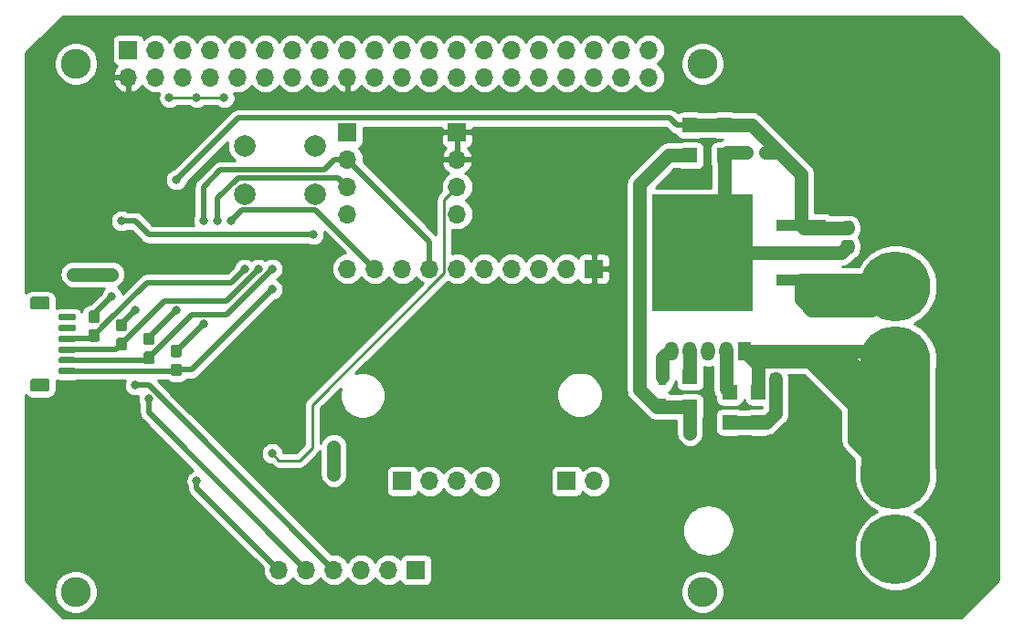
<source format=gbr>
G04 #@! TF.GenerationSoftware,KiCad,Pcbnew,5.1.4+dfsg1-1*
G04 #@! TF.CreationDate,2020-01-07T17:42:00+09:00*
G04 #@! TF.ProjectId,Drone,44726f6e-652e-46b6-9963-61645f706362,rev?*
G04 #@! TF.SameCoordinates,Original*
G04 #@! TF.FileFunction,Copper,L2,Bot*
G04 #@! TF.FilePolarity,Positive*
%FSLAX46Y46*%
G04 Gerber Fmt 4.6, Leading zero omitted, Abs format (unit mm)*
G04 Created by KiCad (PCBNEW 5.1.4+dfsg1-1) date 2020-01-07 17:42:00*
%MOMM*%
%LPD*%
G04 APERTURE LIST*
%ADD10C,2.000000*%
%ADD11R,1.700000X1.700000*%
%ADD12O,1.700000X1.700000*%
%ADD13C,0.100000*%
%ADD14C,1.050000*%
%ADD15R,9.400000X10.800000*%
%ADD16R,4.600000X1.100000*%
%ADD17O,1.275000X1.800000*%
%ADD18R,1.275000X1.800000*%
%ADD19C,6.500000*%
%ADD20C,1.000000*%
%ADD21R,1.400000X1.400000*%
%ADD22C,0.600000*%
%ADD23C,1.200000*%
%ADD24R,0.700000X0.900000*%
%ADD25C,1.150000*%
%ADD26C,2.780000*%
%ADD27C,0.800000*%
%ADD28C,1.270000*%
%ADD29C,0.508000*%
%ADD30C,0.250000*%
%ADD31C,6.350000*%
%ADD32C,0.254000*%
G04 APERTURE END LIST*
D10*
X112395000Y-89590000D03*
X112395000Y-85090000D03*
X118895000Y-89590000D03*
X118895000Y-85090000D03*
D11*
X132080000Y-83820000D03*
D12*
X132080000Y-86360000D03*
X132080000Y-88900000D03*
X132080000Y-91440000D03*
D11*
X121920000Y-83820000D03*
D12*
X121920000Y-86360000D03*
X121920000Y-88900000D03*
X121920000Y-91440000D03*
D13*
G36*
X103793229Y-104201264D02*
G01*
X103818711Y-104205044D01*
X103843700Y-104211303D01*
X103867954Y-104219982D01*
X103891242Y-104230996D01*
X103913337Y-104244239D01*
X103934028Y-104259585D01*
X103953116Y-104276884D01*
X103970415Y-104295972D01*
X103985761Y-104316663D01*
X103999004Y-104338758D01*
X104010018Y-104362046D01*
X104018697Y-104386300D01*
X104024956Y-104411289D01*
X104028736Y-104436771D01*
X104030000Y-104462500D01*
X104030000Y-105087500D01*
X104028736Y-105113229D01*
X104024956Y-105138711D01*
X104018697Y-105163700D01*
X104010018Y-105187954D01*
X103999004Y-105211242D01*
X103985761Y-105233337D01*
X103970415Y-105254028D01*
X103953116Y-105273116D01*
X103934028Y-105290415D01*
X103913337Y-105305761D01*
X103891242Y-105319004D01*
X103867954Y-105330018D01*
X103843700Y-105338697D01*
X103818711Y-105344956D01*
X103793229Y-105348736D01*
X103767500Y-105350000D01*
X103242500Y-105350000D01*
X103216771Y-105348736D01*
X103191289Y-105344956D01*
X103166300Y-105338697D01*
X103142046Y-105330018D01*
X103118758Y-105319004D01*
X103096663Y-105305761D01*
X103075972Y-105290415D01*
X103056884Y-105273116D01*
X103039585Y-105254028D01*
X103024239Y-105233337D01*
X103010996Y-105211242D01*
X102999982Y-105187954D01*
X102991303Y-105163700D01*
X102985044Y-105138711D01*
X102981264Y-105113229D01*
X102980000Y-105087500D01*
X102980000Y-104462500D01*
X102981264Y-104436771D01*
X102985044Y-104411289D01*
X102991303Y-104386300D01*
X102999982Y-104362046D01*
X103010996Y-104338758D01*
X103024239Y-104316663D01*
X103039585Y-104295972D01*
X103056884Y-104276884D01*
X103075972Y-104259585D01*
X103096663Y-104244239D01*
X103118758Y-104230996D01*
X103142046Y-104219982D01*
X103166300Y-104211303D01*
X103191289Y-104205044D01*
X103216771Y-104201264D01*
X103242500Y-104200000D01*
X103767500Y-104200000D01*
X103793229Y-104201264D01*
X103793229Y-104201264D01*
G37*
D14*
X103505000Y-104775000D03*
D13*
G36*
X103793229Y-102451264D02*
G01*
X103818711Y-102455044D01*
X103843700Y-102461303D01*
X103867954Y-102469982D01*
X103891242Y-102480996D01*
X103913337Y-102494239D01*
X103934028Y-102509585D01*
X103953116Y-102526884D01*
X103970415Y-102545972D01*
X103985761Y-102566663D01*
X103999004Y-102588758D01*
X104010018Y-102612046D01*
X104018697Y-102636300D01*
X104024956Y-102661289D01*
X104028736Y-102686771D01*
X104030000Y-102712500D01*
X104030000Y-103337500D01*
X104028736Y-103363229D01*
X104024956Y-103388711D01*
X104018697Y-103413700D01*
X104010018Y-103437954D01*
X103999004Y-103461242D01*
X103985761Y-103483337D01*
X103970415Y-103504028D01*
X103953116Y-103523116D01*
X103934028Y-103540415D01*
X103913337Y-103555761D01*
X103891242Y-103569004D01*
X103867954Y-103580018D01*
X103843700Y-103588697D01*
X103818711Y-103594956D01*
X103793229Y-103598736D01*
X103767500Y-103600000D01*
X103242500Y-103600000D01*
X103216771Y-103598736D01*
X103191289Y-103594956D01*
X103166300Y-103588697D01*
X103142046Y-103580018D01*
X103118758Y-103569004D01*
X103096663Y-103555761D01*
X103075972Y-103540415D01*
X103056884Y-103523116D01*
X103039585Y-103504028D01*
X103024239Y-103483337D01*
X103010996Y-103461242D01*
X102999982Y-103437954D01*
X102991303Y-103413700D01*
X102985044Y-103388711D01*
X102981264Y-103363229D01*
X102980000Y-103337500D01*
X102980000Y-102712500D01*
X102981264Y-102686771D01*
X102985044Y-102661289D01*
X102991303Y-102636300D01*
X102999982Y-102612046D01*
X103010996Y-102588758D01*
X103024239Y-102566663D01*
X103039585Y-102545972D01*
X103056884Y-102526884D01*
X103075972Y-102509585D01*
X103096663Y-102494239D01*
X103118758Y-102480996D01*
X103142046Y-102469982D01*
X103166300Y-102461303D01*
X103191289Y-102455044D01*
X103216771Y-102451264D01*
X103242500Y-102450000D01*
X103767500Y-102450000D01*
X103793229Y-102451264D01*
X103793229Y-102451264D01*
G37*
D14*
X103505000Y-103025000D03*
D13*
G36*
X106333229Y-103566264D02*
G01*
X106358711Y-103570044D01*
X106383700Y-103576303D01*
X106407954Y-103584982D01*
X106431242Y-103595996D01*
X106453337Y-103609239D01*
X106474028Y-103624585D01*
X106493116Y-103641884D01*
X106510415Y-103660972D01*
X106525761Y-103681663D01*
X106539004Y-103703758D01*
X106550018Y-103727046D01*
X106558697Y-103751300D01*
X106564956Y-103776289D01*
X106568736Y-103801771D01*
X106570000Y-103827500D01*
X106570000Y-104452500D01*
X106568736Y-104478229D01*
X106564956Y-104503711D01*
X106558697Y-104528700D01*
X106550018Y-104552954D01*
X106539004Y-104576242D01*
X106525761Y-104598337D01*
X106510415Y-104619028D01*
X106493116Y-104638116D01*
X106474028Y-104655415D01*
X106453337Y-104670761D01*
X106431242Y-104684004D01*
X106407954Y-104695018D01*
X106383700Y-104703697D01*
X106358711Y-104709956D01*
X106333229Y-104713736D01*
X106307500Y-104715000D01*
X105782500Y-104715000D01*
X105756771Y-104713736D01*
X105731289Y-104709956D01*
X105706300Y-104703697D01*
X105682046Y-104695018D01*
X105658758Y-104684004D01*
X105636663Y-104670761D01*
X105615972Y-104655415D01*
X105596884Y-104638116D01*
X105579585Y-104619028D01*
X105564239Y-104598337D01*
X105550996Y-104576242D01*
X105539982Y-104552954D01*
X105531303Y-104528700D01*
X105525044Y-104503711D01*
X105521264Y-104478229D01*
X105520000Y-104452500D01*
X105520000Y-103827500D01*
X105521264Y-103801771D01*
X105525044Y-103776289D01*
X105531303Y-103751300D01*
X105539982Y-103727046D01*
X105550996Y-103703758D01*
X105564239Y-103681663D01*
X105579585Y-103660972D01*
X105596884Y-103641884D01*
X105615972Y-103624585D01*
X105636663Y-103609239D01*
X105658758Y-103595996D01*
X105682046Y-103584982D01*
X105706300Y-103576303D01*
X105731289Y-103570044D01*
X105756771Y-103566264D01*
X105782500Y-103565000D01*
X106307500Y-103565000D01*
X106333229Y-103566264D01*
X106333229Y-103566264D01*
G37*
D14*
X106045000Y-104140000D03*
D13*
G36*
X106333229Y-105316264D02*
G01*
X106358711Y-105320044D01*
X106383700Y-105326303D01*
X106407954Y-105334982D01*
X106431242Y-105345996D01*
X106453337Y-105359239D01*
X106474028Y-105374585D01*
X106493116Y-105391884D01*
X106510415Y-105410972D01*
X106525761Y-105431663D01*
X106539004Y-105453758D01*
X106550018Y-105477046D01*
X106558697Y-105501300D01*
X106564956Y-105526289D01*
X106568736Y-105551771D01*
X106570000Y-105577500D01*
X106570000Y-106202500D01*
X106568736Y-106228229D01*
X106564956Y-106253711D01*
X106558697Y-106278700D01*
X106550018Y-106302954D01*
X106539004Y-106326242D01*
X106525761Y-106348337D01*
X106510415Y-106369028D01*
X106493116Y-106388116D01*
X106474028Y-106405415D01*
X106453337Y-106420761D01*
X106431242Y-106434004D01*
X106407954Y-106445018D01*
X106383700Y-106453697D01*
X106358711Y-106459956D01*
X106333229Y-106463736D01*
X106307500Y-106465000D01*
X105782500Y-106465000D01*
X105756771Y-106463736D01*
X105731289Y-106459956D01*
X105706300Y-106453697D01*
X105682046Y-106445018D01*
X105658758Y-106434004D01*
X105636663Y-106420761D01*
X105615972Y-106405415D01*
X105596884Y-106388116D01*
X105579585Y-106369028D01*
X105564239Y-106348337D01*
X105550996Y-106326242D01*
X105539982Y-106302954D01*
X105531303Y-106278700D01*
X105525044Y-106253711D01*
X105521264Y-106228229D01*
X105520000Y-106202500D01*
X105520000Y-105577500D01*
X105521264Y-105551771D01*
X105525044Y-105526289D01*
X105531303Y-105501300D01*
X105539982Y-105477046D01*
X105550996Y-105453758D01*
X105564239Y-105431663D01*
X105579585Y-105410972D01*
X105596884Y-105391884D01*
X105615972Y-105374585D01*
X105636663Y-105359239D01*
X105658758Y-105345996D01*
X105682046Y-105334982D01*
X105706300Y-105326303D01*
X105731289Y-105320044D01*
X105756771Y-105316264D01*
X105782500Y-105315000D01*
X106307500Y-105315000D01*
X106333229Y-105316264D01*
X106333229Y-105316264D01*
G37*
D14*
X106045000Y-105890000D03*
D12*
X115570000Y-124460000D03*
X118110000Y-124460000D03*
X120650000Y-124460000D03*
X123190000Y-124460000D03*
X125730000Y-124460000D03*
D11*
X128270000Y-124460000D03*
D15*
X154825000Y-95015000D03*
D16*
X163975000Y-97555000D03*
X163975000Y-95015000D03*
X163975000Y-92475000D03*
D17*
X151950000Y-104140000D03*
X153650000Y-104140000D03*
X155350000Y-104140000D03*
X157050000Y-104140000D03*
D18*
X158750000Y-104140000D03*
D12*
X144780000Y-116205000D03*
D11*
X142240000Y-116205000D03*
D19*
X172720000Y-105075000D03*
X172720000Y-98125000D03*
X172720000Y-115570000D03*
X172720000Y-122520000D03*
D13*
G36*
X161919504Y-106181204D02*
G01*
X161943773Y-106184804D01*
X161967571Y-106190765D01*
X161990671Y-106199030D01*
X162012849Y-106209520D01*
X162033893Y-106222133D01*
X162053598Y-106236747D01*
X162071777Y-106253223D01*
X162088253Y-106271402D01*
X162102867Y-106291107D01*
X162115480Y-106312151D01*
X162125970Y-106334329D01*
X162134235Y-106357429D01*
X162140196Y-106381227D01*
X162143796Y-106405496D01*
X162145000Y-106430000D01*
X162145000Y-106930000D01*
X162143796Y-106954504D01*
X162140196Y-106978773D01*
X162134235Y-107002571D01*
X162125970Y-107025671D01*
X162115480Y-107047849D01*
X162102867Y-107068893D01*
X162088253Y-107088598D01*
X162071777Y-107106777D01*
X162053598Y-107123253D01*
X162033893Y-107137867D01*
X162012849Y-107150480D01*
X161990671Y-107160970D01*
X161967571Y-107169235D01*
X161943773Y-107175196D01*
X161919504Y-107178796D01*
X161895000Y-107180000D01*
X161295000Y-107180000D01*
X161270496Y-107178796D01*
X161246227Y-107175196D01*
X161222429Y-107169235D01*
X161199329Y-107160970D01*
X161177151Y-107150480D01*
X161156107Y-107137867D01*
X161136402Y-107123253D01*
X161118223Y-107106777D01*
X161101747Y-107088598D01*
X161087133Y-107068893D01*
X161074520Y-107047849D01*
X161064030Y-107025671D01*
X161055765Y-107002571D01*
X161049804Y-106978773D01*
X161046204Y-106954504D01*
X161045000Y-106930000D01*
X161045000Y-106430000D01*
X161046204Y-106405496D01*
X161049804Y-106381227D01*
X161055765Y-106357429D01*
X161064030Y-106334329D01*
X161074520Y-106312151D01*
X161087133Y-106291107D01*
X161101747Y-106271402D01*
X161118223Y-106253223D01*
X161136402Y-106236747D01*
X161156107Y-106222133D01*
X161177151Y-106209520D01*
X161199329Y-106199030D01*
X161222429Y-106190765D01*
X161246227Y-106184804D01*
X161270496Y-106181204D01*
X161295000Y-106180000D01*
X161895000Y-106180000D01*
X161919504Y-106181204D01*
X161919504Y-106181204D01*
G37*
D20*
X161595000Y-106680000D03*
D13*
G36*
X161919504Y-104606204D02*
G01*
X161943773Y-104609804D01*
X161967571Y-104615765D01*
X161990671Y-104624030D01*
X162012849Y-104634520D01*
X162033893Y-104647133D01*
X162053598Y-104661747D01*
X162071777Y-104678223D01*
X162088253Y-104696402D01*
X162102867Y-104716107D01*
X162115480Y-104737151D01*
X162125970Y-104759329D01*
X162134235Y-104782429D01*
X162140196Y-104806227D01*
X162143796Y-104830496D01*
X162145000Y-104855000D01*
X162145000Y-105355000D01*
X162143796Y-105379504D01*
X162140196Y-105403773D01*
X162134235Y-105427571D01*
X162125970Y-105450671D01*
X162115480Y-105472849D01*
X162102867Y-105493893D01*
X162088253Y-105513598D01*
X162071777Y-105531777D01*
X162053598Y-105548253D01*
X162033893Y-105562867D01*
X162012849Y-105575480D01*
X161990671Y-105585970D01*
X161967571Y-105594235D01*
X161943773Y-105600196D01*
X161919504Y-105603796D01*
X161895000Y-105605000D01*
X161295000Y-105605000D01*
X161270496Y-105603796D01*
X161246227Y-105600196D01*
X161222429Y-105594235D01*
X161199329Y-105585970D01*
X161177151Y-105575480D01*
X161156107Y-105562867D01*
X161136402Y-105548253D01*
X161118223Y-105531777D01*
X161101747Y-105513598D01*
X161087133Y-105493893D01*
X161074520Y-105472849D01*
X161064030Y-105450671D01*
X161055765Y-105427571D01*
X161049804Y-105403773D01*
X161046204Y-105379504D01*
X161045000Y-105355000D01*
X161045000Y-104855000D01*
X161046204Y-104830496D01*
X161049804Y-104806227D01*
X161055765Y-104782429D01*
X161064030Y-104759329D01*
X161074520Y-104737151D01*
X161087133Y-104716107D01*
X161101747Y-104696402D01*
X161118223Y-104678223D01*
X161136402Y-104661747D01*
X161156107Y-104647133D01*
X161177151Y-104634520D01*
X161199329Y-104624030D01*
X161222429Y-104615765D01*
X161246227Y-104609804D01*
X161270496Y-104606204D01*
X161295000Y-104605000D01*
X161895000Y-104605000D01*
X161919504Y-104606204D01*
X161919504Y-104606204D01*
G37*
D20*
X161595000Y-105105000D03*
D21*
X160020000Y-107950000D03*
X160020000Y-110750000D03*
X157350000Y-110750000D03*
X157350000Y-107950000D03*
D13*
G36*
X96579703Y-100705722D02*
G01*
X96594264Y-100707882D01*
X96608543Y-100711459D01*
X96622403Y-100716418D01*
X96635710Y-100722712D01*
X96648336Y-100730280D01*
X96660159Y-100739048D01*
X96671066Y-100748934D01*
X96680952Y-100759841D01*
X96689720Y-100771664D01*
X96697288Y-100784290D01*
X96703582Y-100797597D01*
X96708541Y-100811457D01*
X96712118Y-100825736D01*
X96714278Y-100840297D01*
X96715000Y-100855000D01*
X96715000Y-101155000D01*
X96714278Y-101169703D01*
X96712118Y-101184264D01*
X96708541Y-101198543D01*
X96703582Y-101212403D01*
X96697288Y-101225710D01*
X96689720Y-101238336D01*
X96680952Y-101250159D01*
X96671066Y-101261066D01*
X96660159Y-101270952D01*
X96648336Y-101279720D01*
X96635710Y-101287288D01*
X96622403Y-101293582D01*
X96608543Y-101298541D01*
X96594264Y-101302118D01*
X96579703Y-101304278D01*
X96565000Y-101305000D01*
X95315000Y-101305000D01*
X95300297Y-101304278D01*
X95285736Y-101302118D01*
X95271457Y-101298541D01*
X95257597Y-101293582D01*
X95244290Y-101287288D01*
X95231664Y-101279720D01*
X95219841Y-101270952D01*
X95208934Y-101261066D01*
X95199048Y-101250159D01*
X95190280Y-101238336D01*
X95182712Y-101225710D01*
X95176418Y-101212403D01*
X95171459Y-101198543D01*
X95167882Y-101184264D01*
X95165722Y-101169703D01*
X95165000Y-101155000D01*
X95165000Y-100855000D01*
X95165722Y-100840297D01*
X95167882Y-100825736D01*
X95171459Y-100811457D01*
X95176418Y-100797597D01*
X95182712Y-100784290D01*
X95190280Y-100771664D01*
X95199048Y-100759841D01*
X95208934Y-100748934D01*
X95219841Y-100739048D01*
X95231664Y-100730280D01*
X95244290Y-100722712D01*
X95257597Y-100716418D01*
X95271457Y-100711459D01*
X95285736Y-100707882D01*
X95300297Y-100705722D01*
X95315000Y-100705000D01*
X96565000Y-100705000D01*
X96579703Y-100705722D01*
X96579703Y-100705722D01*
G37*
D22*
X95940000Y-101005000D03*
D13*
G36*
X96579703Y-101705722D02*
G01*
X96594264Y-101707882D01*
X96608543Y-101711459D01*
X96622403Y-101716418D01*
X96635710Y-101722712D01*
X96648336Y-101730280D01*
X96660159Y-101739048D01*
X96671066Y-101748934D01*
X96680952Y-101759841D01*
X96689720Y-101771664D01*
X96697288Y-101784290D01*
X96703582Y-101797597D01*
X96708541Y-101811457D01*
X96712118Y-101825736D01*
X96714278Y-101840297D01*
X96715000Y-101855000D01*
X96715000Y-102155000D01*
X96714278Y-102169703D01*
X96712118Y-102184264D01*
X96708541Y-102198543D01*
X96703582Y-102212403D01*
X96697288Y-102225710D01*
X96689720Y-102238336D01*
X96680952Y-102250159D01*
X96671066Y-102261066D01*
X96660159Y-102270952D01*
X96648336Y-102279720D01*
X96635710Y-102287288D01*
X96622403Y-102293582D01*
X96608543Y-102298541D01*
X96594264Y-102302118D01*
X96579703Y-102304278D01*
X96565000Y-102305000D01*
X95315000Y-102305000D01*
X95300297Y-102304278D01*
X95285736Y-102302118D01*
X95271457Y-102298541D01*
X95257597Y-102293582D01*
X95244290Y-102287288D01*
X95231664Y-102279720D01*
X95219841Y-102270952D01*
X95208934Y-102261066D01*
X95199048Y-102250159D01*
X95190280Y-102238336D01*
X95182712Y-102225710D01*
X95176418Y-102212403D01*
X95171459Y-102198543D01*
X95167882Y-102184264D01*
X95165722Y-102169703D01*
X95165000Y-102155000D01*
X95165000Y-101855000D01*
X95165722Y-101840297D01*
X95167882Y-101825736D01*
X95171459Y-101811457D01*
X95176418Y-101797597D01*
X95182712Y-101784290D01*
X95190280Y-101771664D01*
X95199048Y-101759841D01*
X95208934Y-101748934D01*
X95219841Y-101739048D01*
X95231664Y-101730280D01*
X95244290Y-101722712D01*
X95257597Y-101716418D01*
X95271457Y-101711459D01*
X95285736Y-101707882D01*
X95300297Y-101705722D01*
X95315000Y-101705000D01*
X96565000Y-101705000D01*
X96579703Y-101705722D01*
X96579703Y-101705722D01*
G37*
D22*
X95940000Y-102005000D03*
D13*
G36*
X96579703Y-102705722D02*
G01*
X96594264Y-102707882D01*
X96608543Y-102711459D01*
X96622403Y-102716418D01*
X96635710Y-102722712D01*
X96648336Y-102730280D01*
X96660159Y-102739048D01*
X96671066Y-102748934D01*
X96680952Y-102759841D01*
X96689720Y-102771664D01*
X96697288Y-102784290D01*
X96703582Y-102797597D01*
X96708541Y-102811457D01*
X96712118Y-102825736D01*
X96714278Y-102840297D01*
X96715000Y-102855000D01*
X96715000Y-103155000D01*
X96714278Y-103169703D01*
X96712118Y-103184264D01*
X96708541Y-103198543D01*
X96703582Y-103212403D01*
X96697288Y-103225710D01*
X96689720Y-103238336D01*
X96680952Y-103250159D01*
X96671066Y-103261066D01*
X96660159Y-103270952D01*
X96648336Y-103279720D01*
X96635710Y-103287288D01*
X96622403Y-103293582D01*
X96608543Y-103298541D01*
X96594264Y-103302118D01*
X96579703Y-103304278D01*
X96565000Y-103305000D01*
X95315000Y-103305000D01*
X95300297Y-103304278D01*
X95285736Y-103302118D01*
X95271457Y-103298541D01*
X95257597Y-103293582D01*
X95244290Y-103287288D01*
X95231664Y-103279720D01*
X95219841Y-103270952D01*
X95208934Y-103261066D01*
X95199048Y-103250159D01*
X95190280Y-103238336D01*
X95182712Y-103225710D01*
X95176418Y-103212403D01*
X95171459Y-103198543D01*
X95167882Y-103184264D01*
X95165722Y-103169703D01*
X95165000Y-103155000D01*
X95165000Y-102855000D01*
X95165722Y-102840297D01*
X95167882Y-102825736D01*
X95171459Y-102811457D01*
X95176418Y-102797597D01*
X95182712Y-102784290D01*
X95190280Y-102771664D01*
X95199048Y-102759841D01*
X95208934Y-102748934D01*
X95219841Y-102739048D01*
X95231664Y-102730280D01*
X95244290Y-102722712D01*
X95257597Y-102716418D01*
X95271457Y-102711459D01*
X95285736Y-102707882D01*
X95300297Y-102705722D01*
X95315000Y-102705000D01*
X96565000Y-102705000D01*
X96579703Y-102705722D01*
X96579703Y-102705722D01*
G37*
D22*
X95940000Y-103005000D03*
D13*
G36*
X96579703Y-103705722D02*
G01*
X96594264Y-103707882D01*
X96608543Y-103711459D01*
X96622403Y-103716418D01*
X96635710Y-103722712D01*
X96648336Y-103730280D01*
X96660159Y-103739048D01*
X96671066Y-103748934D01*
X96680952Y-103759841D01*
X96689720Y-103771664D01*
X96697288Y-103784290D01*
X96703582Y-103797597D01*
X96708541Y-103811457D01*
X96712118Y-103825736D01*
X96714278Y-103840297D01*
X96715000Y-103855000D01*
X96715000Y-104155000D01*
X96714278Y-104169703D01*
X96712118Y-104184264D01*
X96708541Y-104198543D01*
X96703582Y-104212403D01*
X96697288Y-104225710D01*
X96689720Y-104238336D01*
X96680952Y-104250159D01*
X96671066Y-104261066D01*
X96660159Y-104270952D01*
X96648336Y-104279720D01*
X96635710Y-104287288D01*
X96622403Y-104293582D01*
X96608543Y-104298541D01*
X96594264Y-104302118D01*
X96579703Y-104304278D01*
X96565000Y-104305000D01*
X95315000Y-104305000D01*
X95300297Y-104304278D01*
X95285736Y-104302118D01*
X95271457Y-104298541D01*
X95257597Y-104293582D01*
X95244290Y-104287288D01*
X95231664Y-104279720D01*
X95219841Y-104270952D01*
X95208934Y-104261066D01*
X95199048Y-104250159D01*
X95190280Y-104238336D01*
X95182712Y-104225710D01*
X95176418Y-104212403D01*
X95171459Y-104198543D01*
X95167882Y-104184264D01*
X95165722Y-104169703D01*
X95165000Y-104155000D01*
X95165000Y-103855000D01*
X95165722Y-103840297D01*
X95167882Y-103825736D01*
X95171459Y-103811457D01*
X95176418Y-103797597D01*
X95182712Y-103784290D01*
X95190280Y-103771664D01*
X95199048Y-103759841D01*
X95208934Y-103748934D01*
X95219841Y-103739048D01*
X95231664Y-103730280D01*
X95244290Y-103722712D01*
X95257597Y-103716418D01*
X95271457Y-103711459D01*
X95285736Y-103707882D01*
X95300297Y-103705722D01*
X95315000Y-103705000D01*
X96565000Y-103705000D01*
X96579703Y-103705722D01*
X96579703Y-103705722D01*
G37*
D22*
X95940000Y-104005000D03*
D13*
G36*
X96579703Y-104705722D02*
G01*
X96594264Y-104707882D01*
X96608543Y-104711459D01*
X96622403Y-104716418D01*
X96635710Y-104722712D01*
X96648336Y-104730280D01*
X96660159Y-104739048D01*
X96671066Y-104748934D01*
X96680952Y-104759841D01*
X96689720Y-104771664D01*
X96697288Y-104784290D01*
X96703582Y-104797597D01*
X96708541Y-104811457D01*
X96712118Y-104825736D01*
X96714278Y-104840297D01*
X96715000Y-104855000D01*
X96715000Y-105155000D01*
X96714278Y-105169703D01*
X96712118Y-105184264D01*
X96708541Y-105198543D01*
X96703582Y-105212403D01*
X96697288Y-105225710D01*
X96689720Y-105238336D01*
X96680952Y-105250159D01*
X96671066Y-105261066D01*
X96660159Y-105270952D01*
X96648336Y-105279720D01*
X96635710Y-105287288D01*
X96622403Y-105293582D01*
X96608543Y-105298541D01*
X96594264Y-105302118D01*
X96579703Y-105304278D01*
X96565000Y-105305000D01*
X95315000Y-105305000D01*
X95300297Y-105304278D01*
X95285736Y-105302118D01*
X95271457Y-105298541D01*
X95257597Y-105293582D01*
X95244290Y-105287288D01*
X95231664Y-105279720D01*
X95219841Y-105270952D01*
X95208934Y-105261066D01*
X95199048Y-105250159D01*
X95190280Y-105238336D01*
X95182712Y-105225710D01*
X95176418Y-105212403D01*
X95171459Y-105198543D01*
X95167882Y-105184264D01*
X95165722Y-105169703D01*
X95165000Y-105155000D01*
X95165000Y-104855000D01*
X95165722Y-104840297D01*
X95167882Y-104825736D01*
X95171459Y-104811457D01*
X95176418Y-104797597D01*
X95182712Y-104784290D01*
X95190280Y-104771664D01*
X95199048Y-104759841D01*
X95208934Y-104748934D01*
X95219841Y-104739048D01*
X95231664Y-104730280D01*
X95244290Y-104722712D01*
X95257597Y-104716418D01*
X95271457Y-104711459D01*
X95285736Y-104707882D01*
X95300297Y-104705722D01*
X95315000Y-104705000D01*
X96565000Y-104705000D01*
X96579703Y-104705722D01*
X96579703Y-104705722D01*
G37*
D22*
X95940000Y-105005000D03*
D13*
G36*
X96579703Y-105705722D02*
G01*
X96594264Y-105707882D01*
X96608543Y-105711459D01*
X96622403Y-105716418D01*
X96635710Y-105722712D01*
X96648336Y-105730280D01*
X96660159Y-105739048D01*
X96671066Y-105748934D01*
X96680952Y-105759841D01*
X96689720Y-105771664D01*
X96697288Y-105784290D01*
X96703582Y-105797597D01*
X96708541Y-105811457D01*
X96712118Y-105825736D01*
X96714278Y-105840297D01*
X96715000Y-105855000D01*
X96715000Y-106155000D01*
X96714278Y-106169703D01*
X96712118Y-106184264D01*
X96708541Y-106198543D01*
X96703582Y-106212403D01*
X96697288Y-106225710D01*
X96689720Y-106238336D01*
X96680952Y-106250159D01*
X96671066Y-106261066D01*
X96660159Y-106270952D01*
X96648336Y-106279720D01*
X96635710Y-106287288D01*
X96622403Y-106293582D01*
X96608543Y-106298541D01*
X96594264Y-106302118D01*
X96579703Y-106304278D01*
X96565000Y-106305000D01*
X95315000Y-106305000D01*
X95300297Y-106304278D01*
X95285736Y-106302118D01*
X95271457Y-106298541D01*
X95257597Y-106293582D01*
X95244290Y-106287288D01*
X95231664Y-106279720D01*
X95219841Y-106270952D01*
X95208934Y-106261066D01*
X95199048Y-106250159D01*
X95190280Y-106238336D01*
X95182712Y-106225710D01*
X95176418Y-106212403D01*
X95171459Y-106198543D01*
X95167882Y-106184264D01*
X95165722Y-106169703D01*
X95165000Y-106155000D01*
X95165000Y-105855000D01*
X95165722Y-105840297D01*
X95167882Y-105825736D01*
X95171459Y-105811457D01*
X95176418Y-105797597D01*
X95182712Y-105784290D01*
X95190280Y-105771664D01*
X95199048Y-105759841D01*
X95208934Y-105748934D01*
X95219841Y-105739048D01*
X95231664Y-105730280D01*
X95244290Y-105722712D01*
X95257597Y-105716418D01*
X95271457Y-105711459D01*
X95285736Y-105707882D01*
X95300297Y-105705722D01*
X95315000Y-105705000D01*
X96565000Y-105705000D01*
X96579703Y-105705722D01*
X96579703Y-105705722D01*
G37*
D22*
X95940000Y-106005000D03*
D13*
G36*
X94089505Y-99106204D02*
G01*
X94113773Y-99109804D01*
X94137572Y-99115765D01*
X94160671Y-99124030D01*
X94182850Y-99134520D01*
X94203893Y-99147132D01*
X94223599Y-99161747D01*
X94241777Y-99178223D01*
X94258253Y-99196401D01*
X94272868Y-99216107D01*
X94285480Y-99237150D01*
X94295970Y-99259329D01*
X94304235Y-99282428D01*
X94310196Y-99306227D01*
X94313796Y-99330495D01*
X94315000Y-99354999D01*
X94315000Y-100055001D01*
X94313796Y-100079505D01*
X94310196Y-100103773D01*
X94304235Y-100127572D01*
X94295970Y-100150671D01*
X94285480Y-100172850D01*
X94272868Y-100193893D01*
X94258253Y-100213599D01*
X94241777Y-100231777D01*
X94223599Y-100248253D01*
X94203893Y-100262868D01*
X94182850Y-100275480D01*
X94160671Y-100285970D01*
X94137572Y-100294235D01*
X94113773Y-100300196D01*
X94089505Y-100303796D01*
X94065001Y-100305000D01*
X92764999Y-100305000D01*
X92740495Y-100303796D01*
X92716227Y-100300196D01*
X92692428Y-100294235D01*
X92669329Y-100285970D01*
X92647150Y-100275480D01*
X92626107Y-100262868D01*
X92606401Y-100248253D01*
X92588223Y-100231777D01*
X92571747Y-100213599D01*
X92557132Y-100193893D01*
X92544520Y-100172850D01*
X92534030Y-100150671D01*
X92525765Y-100127572D01*
X92519804Y-100103773D01*
X92516204Y-100079505D01*
X92515000Y-100055001D01*
X92515000Y-99354999D01*
X92516204Y-99330495D01*
X92519804Y-99306227D01*
X92525765Y-99282428D01*
X92534030Y-99259329D01*
X92544520Y-99237150D01*
X92557132Y-99216107D01*
X92571747Y-99196401D01*
X92588223Y-99178223D01*
X92606401Y-99161747D01*
X92626107Y-99147132D01*
X92647150Y-99134520D01*
X92669329Y-99124030D01*
X92692428Y-99115765D01*
X92716227Y-99109804D01*
X92740495Y-99106204D01*
X92764999Y-99105000D01*
X94065001Y-99105000D01*
X94089505Y-99106204D01*
X94089505Y-99106204D01*
G37*
D23*
X93415000Y-99705000D03*
D13*
G36*
X94089505Y-106706204D02*
G01*
X94113773Y-106709804D01*
X94137572Y-106715765D01*
X94160671Y-106724030D01*
X94182850Y-106734520D01*
X94203893Y-106747132D01*
X94223599Y-106761747D01*
X94241777Y-106778223D01*
X94258253Y-106796401D01*
X94272868Y-106816107D01*
X94285480Y-106837150D01*
X94295970Y-106859329D01*
X94304235Y-106882428D01*
X94310196Y-106906227D01*
X94313796Y-106930495D01*
X94315000Y-106954999D01*
X94315000Y-107655001D01*
X94313796Y-107679505D01*
X94310196Y-107703773D01*
X94304235Y-107727572D01*
X94295970Y-107750671D01*
X94285480Y-107772850D01*
X94272868Y-107793893D01*
X94258253Y-107813599D01*
X94241777Y-107831777D01*
X94223599Y-107848253D01*
X94203893Y-107862868D01*
X94182850Y-107875480D01*
X94160671Y-107885970D01*
X94137572Y-107894235D01*
X94113773Y-107900196D01*
X94089505Y-107903796D01*
X94065001Y-107905000D01*
X92764999Y-107905000D01*
X92740495Y-107903796D01*
X92716227Y-107900196D01*
X92692428Y-107894235D01*
X92669329Y-107885970D01*
X92647150Y-107875480D01*
X92626107Y-107862868D01*
X92606401Y-107848253D01*
X92588223Y-107831777D01*
X92571747Y-107813599D01*
X92557132Y-107793893D01*
X92544520Y-107772850D01*
X92534030Y-107750671D01*
X92525765Y-107727572D01*
X92519804Y-107703773D01*
X92516204Y-107679505D01*
X92515000Y-107655001D01*
X92515000Y-106954999D01*
X92516204Y-106930495D01*
X92519804Y-106906227D01*
X92525765Y-106882428D01*
X92534030Y-106859329D01*
X92544520Y-106837150D01*
X92557132Y-106816107D01*
X92571747Y-106796401D01*
X92588223Y-106778223D01*
X92606401Y-106761747D01*
X92626107Y-106747132D01*
X92647150Y-106734520D01*
X92669329Y-106724030D01*
X92692428Y-106715765D01*
X92716227Y-106709804D01*
X92740495Y-106706204D01*
X92764999Y-106705000D01*
X94065001Y-106705000D01*
X94089505Y-106706204D01*
X94089505Y-106706204D01*
G37*
D23*
X93415000Y-107305000D03*
D11*
X101600000Y-76200000D03*
D12*
X101600000Y-78740000D03*
X104140000Y-76200000D03*
X104140000Y-78740000D03*
X106680000Y-76200000D03*
X106680000Y-78740000D03*
X109220000Y-76200000D03*
X109220000Y-78740000D03*
X111760000Y-76200000D03*
X111760000Y-78740000D03*
X114300000Y-76200000D03*
X114300000Y-78740000D03*
X116840000Y-76200000D03*
X116840000Y-78740000D03*
X119380000Y-76200000D03*
X119380000Y-78740000D03*
X121920000Y-76200000D03*
X121920000Y-78740000D03*
X124460000Y-76200000D03*
X124460000Y-78740000D03*
X127000000Y-76200000D03*
X127000000Y-78740000D03*
X129540000Y-76200000D03*
X129540000Y-78740000D03*
X132080000Y-76200000D03*
X132080000Y-78740000D03*
X134620000Y-76200000D03*
X134620000Y-78740000D03*
X137160000Y-76200000D03*
X137160000Y-78740000D03*
X139700000Y-76200000D03*
X139700000Y-78740000D03*
X142240000Y-76200000D03*
X142240000Y-78740000D03*
X144780000Y-76200000D03*
X144780000Y-78740000D03*
X147320000Y-76200000D03*
X147320000Y-78740000D03*
X149860000Y-76200000D03*
X149860000Y-78740000D03*
X134620000Y-116205000D03*
X132080000Y-116205000D03*
X129540000Y-116205000D03*
D11*
X127000000Y-116205000D03*
X144780000Y-96520000D03*
D12*
X142240000Y-96520000D03*
X139700000Y-96520000D03*
X137160000Y-96520000D03*
X134620000Y-96520000D03*
X132080000Y-96520000D03*
X129540000Y-96520000D03*
X127000000Y-96520000D03*
X124460000Y-96520000D03*
X121920000Y-96520000D03*
D21*
X153670000Y-83185000D03*
X153670000Y-85985000D03*
X156845000Y-83185000D03*
X156845000Y-85985000D03*
X153670000Y-106550000D03*
X153670000Y-109350000D03*
D24*
X151130000Y-109000000D03*
X151130000Y-106900000D03*
D13*
G36*
X168590680Y-92086384D02*
G01*
X168618588Y-92090524D01*
X168645957Y-92097380D01*
X168672521Y-92106885D01*
X168698027Y-92118948D01*
X168722226Y-92133452D01*
X168744888Y-92150259D01*
X168765793Y-92169207D01*
X168784741Y-92190112D01*
X168801548Y-92212774D01*
X168816052Y-92236973D01*
X168828115Y-92262479D01*
X168837620Y-92289043D01*
X168844476Y-92316412D01*
X168848616Y-92344320D01*
X168850000Y-92372500D01*
X168850000Y-93047500D01*
X168848616Y-93075680D01*
X168844476Y-93103588D01*
X168837620Y-93130957D01*
X168828115Y-93157521D01*
X168816052Y-93183027D01*
X168801548Y-93207226D01*
X168784741Y-93229888D01*
X168765793Y-93250793D01*
X168744888Y-93269741D01*
X168722226Y-93286548D01*
X168698027Y-93301052D01*
X168672521Y-93313115D01*
X168645957Y-93322620D01*
X168618588Y-93329476D01*
X168590680Y-93333616D01*
X168562500Y-93335000D01*
X167987500Y-93335000D01*
X167959320Y-93333616D01*
X167931412Y-93329476D01*
X167904043Y-93322620D01*
X167877479Y-93313115D01*
X167851973Y-93301052D01*
X167827774Y-93286548D01*
X167805112Y-93269741D01*
X167784207Y-93250793D01*
X167765259Y-93229888D01*
X167748452Y-93207226D01*
X167733948Y-93183027D01*
X167721885Y-93157521D01*
X167712380Y-93130957D01*
X167705524Y-93103588D01*
X167701384Y-93075680D01*
X167700000Y-93047500D01*
X167700000Y-92372500D01*
X167701384Y-92344320D01*
X167705524Y-92316412D01*
X167712380Y-92289043D01*
X167721885Y-92262479D01*
X167733948Y-92236973D01*
X167748452Y-92212774D01*
X167765259Y-92190112D01*
X167784207Y-92169207D01*
X167805112Y-92150259D01*
X167827774Y-92133452D01*
X167851973Y-92118948D01*
X167877479Y-92106885D01*
X167904043Y-92097380D01*
X167931412Y-92090524D01*
X167959320Y-92086384D01*
X167987500Y-92085000D01*
X168562500Y-92085000D01*
X168590680Y-92086384D01*
X168590680Y-92086384D01*
G37*
D25*
X168275000Y-92710000D03*
D13*
G36*
X168590680Y-93836384D02*
G01*
X168618588Y-93840524D01*
X168645957Y-93847380D01*
X168672521Y-93856885D01*
X168698027Y-93868948D01*
X168722226Y-93883452D01*
X168744888Y-93900259D01*
X168765793Y-93919207D01*
X168784741Y-93940112D01*
X168801548Y-93962774D01*
X168816052Y-93986973D01*
X168828115Y-94012479D01*
X168837620Y-94039043D01*
X168844476Y-94066412D01*
X168848616Y-94094320D01*
X168850000Y-94122500D01*
X168850000Y-94797500D01*
X168848616Y-94825680D01*
X168844476Y-94853588D01*
X168837620Y-94880957D01*
X168828115Y-94907521D01*
X168816052Y-94933027D01*
X168801548Y-94957226D01*
X168784741Y-94979888D01*
X168765793Y-95000793D01*
X168744888Y-95019741D01*
X168722226Y-95036548D01*
X168698027Y-95051052D01*
X168672521Y-95063115D01*
X168645957Y-95072620D01*
X168618588Y-95079476D01*
X168590680Y-95083616D01*
X168562500Y-95085000D01*
X167987500Y-95085000D01*
X167959320Y-95083616D01*
X167931412Y-95079476D01*
X167904043Y-95072620D01*
X167877479Y-95063115D01*
X167851973Y-95051052D01*
X167827774Y-95036548D01*
X167805112Y-95019741D01*
X167784207Y-95000793D01*
X167765259Y-94979888D01*
X167748452Y-94957226D01*
X167733948Y-94933027D01*
X167721885Y-94907521D01*
X167712380Y-94880957D01*
X167705524Y-94853588D01*
X167701384Y-94825680D01*
X167700000Y-94797500D01*
X167700000Y-94122500D01*
X167701384Y-94094320D01*
X167705524Y-94066412D01*
X167712380Y-94039043D01*
X167721885Y-94012479D01*
X167733948Y-93986973D01*
X167748452Y-93962774D01*
X167765259Y-93940112D01*
X167784207Y-93919207D01*
X167805112Y-93900259D01*
X167827774Y-93883452D01*
X167851973Y-93868948D01*
X167877479Y-93856885D01*
X167904043Y-93847380D01*
X167931412Y-93840524D01*
X167959320Y-93836384D01*
X167987500Y-93835000D01*
X168562500Y-93835000D01*
X168590680Y-93836384D01*
X168590680Y-93836384D01*
G37*
D25*
X168275000Y-94460000D03*
D13*
G36*
X98713229Y-100391264D02*
G01*
X98738711Y-100395044D01*
X98763700Y-100401303D01*
X98787954Y-100409982D01*
X98811242Y-100420996D01*
X98833337Y-100434239D01*
X98854028Y-100449585D01*
X98873116Y-100466884D01*
X98890415Y-100485972D01*
X98905761Y-100506663D01*
X98919004Y-100528758D01*
X98930018Y-100552046D01*
X98938697Y-100576300D01*
X98944956Y-100601289D01*
X98948736Y-100626771D01*
X98950000Y-100652500D01*
X98950000Y-101277500D01*
X98948736Y-101303229D01*
X98944956Y-101328711D01*
X98938697Y-101353700D01*
X98930018Y-101377954D01*
X98919004Y-101401242D01*
X98905761Y-101423337D01*
X98890415Y-101444028D01*
X98873116Y-101463116D01*
X98854028Y-101480415D01*
X98833337Y-101495761D01*
X98811242Y-101509004D01*
X98787954Y-101520018D01*
X98763700Y-101528697D01*
X98738711Y-101534956D01*
X98713229Y-101538736D01*
X98687500Y-101540000D01*
X98162500Y-101540000D01*
X98136771Y-101538736D01*
X98111289Y-101534956D01*
X98086300Y-101528697D01*
X98062046Y-101520018D01*
X98038758Y-101509004D01*
X98016663Y-101495761D01*
X97995972Y-101480415D01*
X97976884Y-101463116D01*
X97959585Y-101444028D01*
X97944239Y-101423337D01*
X97930996Y-101401242D01*
X97919982Y-101377954D01*
X97911303Y-101353700D01*
X97905044Y-101328711D01*
X97901264Y-101303229D01*
X97900000Y-101277500D01*
X97900000Y-100652500D01*
X97901264Y-100626771D01*
X97905044Y-100601289D01*
X97911303Y-100576300D01*
X97919982Y-100552046D01*
X97930996Y-100528758D01*
X97944239Y-100506663D01*
X97959585Y-100485972D01*
X97976884Y-100466884D01*
X97995972Y-100449585D01*
X98016663Y-100434239D01*
X98038758Y-100420996D01*
X98062046Y-100409982D01*
X98086300Y-100401303D01*
X98111289Y-100395044D01*
X98136771Y-100391264D01*
X98162500Y-100390000D01*
X98687500Y-100390000D01*
X98713229Y-100391264D01*
X98713229Y-100391264D01*
G37*
D14*
X98425000Y-100965000D03*
D13*
G36*
X98713229Y-102141264D02*
G01*
X98738711Y-102145044D01*
X98763700Y-102151303D01*
X98787954Y-102159982D01*
X98811242Y-102170996D01*
X98833337Y-102184239D01*
X98854028Y-102199585D01*
X98873116Y-102216884D01*
X98890415Y-102235972D01*
X98905761Y-102256663D01*
X98919004Y-102278758D01*
X98930018Y-102302046D01*
X98938697Y-102326300D01*
X98944956Y-102351289D01*
X98948736Y-102376771D01*
X98950000Y-102402500D01*
X98950000Y-103027500D01*
X98948736Y-103053229D01*
X98944956Y-103078711D01*
X98938697Y-103103700D01*
X98930018Y-103127954D01*
X98919004Y-103151242D01*
X98905761Y-103173337D01*
X98890415Y-103194028D01*
X98873116Y-103213116D01*
X98854028Y-103230415D01*
X98833337Y-103245761D01*
X98811242Y-103259004D01*
X98787954Y-103270018D01*
X98763700Y-103278697D01*
X98738711Y-103284956D01*
X98713229Y-103288736D01*
X98687500Y-103290000D01*
X98162500Y-103290000D01*
X98136771Y-103288736D01*
X98111289Y-103284956D01*
X98086300Y-103278697D01*
X98062046Y-103270018D01*
X98038758Y-103259004D01*
X98016663Y-103245761D01*
X97995972Y-103230415D01*
X97976884Y-103213116D01*
X97959585Y-103194028D01*
X97944239Y-103173337D01*
X97930996Y-103151242D01*
X97919982Y-103127954D01*
X97911303Y-103103700D01*
X97905044Y-103078711D01*
X97901264Y-103053229D01*
X97900000Y-103027500D01*
X97900000Y-102402500D01*
X97901264Y-102376771D01*
X97905044Y-102351289D01*
X97911303Y-102326300D01*
X97919982Y-102302046D01*
X97930996Y-102278758D01*
X97944239Y-102256663D01*
X97959585Y-102235972D01*
X97976884Y-102216884D01*
X97995972Y-102199585D01*
X98016663Y-102184239D01*
X98038758Y-102170996D01*
X98062046Y-102159982D01*
X98086300Y-102151303D01*
X98111289Y-102145044D01*
X98136771Y-102141264D01*
X98162500Y-102140000D01*
X98687500Y-102140000D01*
X98713229Y-102141264D01*
X98713229Y-102141264D01*
G37*
D14*
X98425000Y-102715000D03*
D13*
G36*
X101253229Y-102931264D02*
G01*
X101278711Y-102935044D01*
X101303700Y-102941303D01*
X101327954Y-102949982D01*
X101351242Y-102960996D01*
X101373337Y-102974239D01*
X101394028Y-102989585D01*
X101413116Y-103006884D01*
X101430415Y-103025972D01*
X101445761Y-103046663D01*
X101459004Y-103068758D01*
X101470018Y-103092046D01*
X101478697Y-103116300D01*
X101484956Y-103141289D01*
X101488736Y-103166771D01*
X101490000Y-103192500D01*
X101490000Y-103817500D01*
X101488736Y-103843229D01*
X101484956Y-103868711D01*
X101478697Y-103893700D01*
X101470018Y-103917954D01*
X101459004Y-103941242D01*
X101445761Y-103963337D01*
X101430415Y-103984028D01*
X101413116Y-104003116D01*
X101394028Y-104020415D01*
X101373337Y-104035761D01*
X101351242Y-104049004D01*
X101327954Y-104060018D01*
X101303700Y-104068697D01*
X101278711Y-104074956D01*
X101253229Y-104078736D01*
X101227500Y-104080000D01*
X100702500Y-104080000D01*
X100676771Y-104078736D01*
X100651289Y-104074956D01*
X100626300Y-104068697D01*
X100602046Y-104060018D01*
X100578758Y-104049004D01*
X100556663Y-104035761D01*
X100535972Y-104020415D01*
X100516884Y-104003116D01*
X100499585Y-103984028D01*
X100484239Y-103963337D01*
X100470996Y-103941242D01*
X100459982Y-103917954D01*
X100451303Y-103893700D01*
X100445044Y-103868711D01*
X100441264Y-103843229D01*
X100440000Y-103817500D01*
X100440000Y-103192500D01*
X100441264Y-103166771D01*
X100445044Y-103141289D01*
X100451303Y-103116300D01*
X100459982Y-103092046D01*
X100470996Y-103068758D01*
X100484239Y-103046663D01*
X100499585Y-103025972D01*
X100516884Y-103006884D01*
X100535972Y-102989585D01*
X100556663Y-102974239D01*
X100578758Y-102960996D01*
X100602046Y-102949982D01*
X100626300Y-102941303D01*
X100651289Y-102935044D01*
X100676771Y-102931264D01*
X100702500Y-102930000D01*
X101227500Y-102930000D01*
X101253229Y-102931264D01*
X101253229Y-102931264D01*
G37*
D14*
X100965000Y-103505000D03*
D13*
G36*
X101253229Y-101181264D02*
G01*
X101278711Y-101185044D01*
X101303700Y-101191303D01*
X101327954Y-101199982D01*
X101351242Y-101210996D01*
X101373337Y-101224239D01*
X101394028Y-101239585D01*
X101413116Y-101256884D01*
X101430415Y-101275972D01*
X101445761Y-101296663D01*
X101459004Y-101318758D01*
X101470018Y-101342046D01*
X101478697Y-101366300D01*
X101484956Y-101391289D01*
X101488736Y-101416771D01*
X101490000Y-101442500D01*
X101490000Y-102067500D01*
X101488736Y-102093229D01*
X101484956Y-102118711D01*
X101478697Y-102143700D01*
X101470018Y-102167954D01*
X101459004Y-102191242D01*
X101445761Y-102213337D01*
X101430415Y-102234028D01*
X101413116Y-102253116D01*
X101394028Y-102270415D01*
X101373337Y-102285761D01*
X101351242Y-102299004D01*
X101327954Y-102310018D01*
X101303700Y-102318697D01*
X101278711Y-102324956D01*
X101253229Y-102328736D01*
X101227500Y-102330000D01*
X100702500Y-102330000D01*
X100676771Y-102328736D01*
X100651289Y-102324956D01*
X100626300Y-102318697D01*
X100602046Y-102310018D01*
X100578758Y-102299004D01*
X100556663Y-102285761D01*
X100535972Y-102270415D01*
X100516884Y-102253116D01*
X100499585Y-102234028D01*
X100484239Y-102213337D01*
X100470996Y-102191242D01*
X100459982Y-102167954D01*
X100451303Y-102143700D01*
X100445044Y-102118711D01*
X100441264Y-102093229D01*
X100440000Y-102067500D01*
X100440000Y-101442500D01*
X100441264Y-101416771D01*
X100445044Y-101391289D01*
X100451303Y-101366300D01*
X100459982Y-101342046D01*
X100470996Y-101318758D01*
X100484239Y-101296663D01*
X100499585Y-101275972D01*
X100516884Y-101256884D01*
X100535972Y-101239585D01*
X100556663Y-101224239D01*
X100578758Y-101210996D01*
X100602046Y-101199982D01*
X100626300Y-101191303D01*
X100651289Y-101185044D01*
X100676771Y-101181264D01*
X100702500Y-101180000D01*
X101227500Y-101180000D01*
X101253229Y-101181264D01*
X101253229Y-101181264D01*
G37*
D14*
X100965000Y-101755000D03*
D26*
X96774000Y-77470000D03*
X96710500Y-126492000D03*
X154813000Y-126492000D03*
X154813000Y-77470000D03*
D27*
X157480000Y-91440000D03*
X154940000Y-93980000D03*
X154940000Y-91440000D03*
X156210000Y-92710000D03*
X153670000Y-92710000D03*
X156210000Y-90170000D03*
X153670000Y-90170000D03*
X161595000Y-109925000D03*
X102235000Y-100330000D03*
X106045000Y-100330000D03*
X108585000Y-101600000D03*
X110490000Y-80645000D03*
X107950000Y-80645000D03*
X105410000Y-80645000D03*
X120650000Y-115570000D03*
X120650000Y-113030000D03*
X100076000Y-99060000D03*
X100076000Y-97028000D03*
X96520000Y-97028000D03*
X153670000Y-111760000D03*
X114935000Y-96520000D03*
X117856000Y-94996000D03*
X106553000Y-122555000D03*
X114935000Y-98425000D03*
X108585000Y-92075000D03*
X111125000Y-92075000D03*
X114935000Y-113665000D03*
X113665000Y-96520000D03*
X112395000Y-96520000D03*
X118745000Y-93345000D03*
X100965000Y-92075000D03*
X109855000Y-92075000D03*
X106045000Y-88265000D03*
X107950000Y-116205000D03*
X102235000Y-107315000D03*
X103505000Y-108585000D03*
D28*
X163975000Y-95015000D02*
X154825000Y-95015000D01*
X151950000Y-104140000D02*
X151765000Y-104140000D01*
X151130000Y-104775000D02*
X151130000Y-106551092D01*
X151765000Y-104140000D02*
X151130000Y-104775000D01*
X160020000Y-110750000D02*
X157350000Y-110750000D01*
X160020000Y-110750000D02*
X160770000Y-110750000D01*
X161595000Y-106680000D02*
X161595000Y-109925000D01*
X160770000Y-110750000D02*
X161290000Y-110230000D01*
X161290000Y-110230000D02*
X161595000Y-109925000D01*
D29*
X100965000Y-101755000D02*
X100965000Y-101600000D01*
X100965000Y-101600000D02*
X102235000Y-100330000D01*
X103505000Y-103025000D02*
X103505000Y-102870000D01*
X103505000Y-102870000D02*
X106045000Y-100330000D01*
X106045000Y-104140000D02*
X108585000Y-101600000D01*
D30*
X110490000Y-80645000D02*
X107950000Y-80645000D01*
X107950000Y-80645000D02*
X105410000Y-80645000D01*
D28*
X157105000Y-85725000D02*
X156845000Y-85985000D01*
X158905000Y-85725000D02*
X157105000Y-85725000D01*
X156845000Y-92995000D02*
X154825000Y-95015000D01*
X156845000Y-85985000D02*
X156845000Y-92995000D01*
X167720000Y-95015000D02*
X168275000Y-94460000D01*
X163975000Y-95015000D02*
X167720000Y-95015000D01*
X120650000Y-115570000D02*
X120650000Y-113030000D01*
D29*
X98425000Y-100965000D02*
X98425000Y-100711000D01*
X98425000Y-100711000D02*
X100076000Y-99060000D01*
D28*
X100076000Y-97028000D02*
X96520000Y-97028000D01*
X160020000Y-105410000D02*
X158750000Y-104140000D01*
X171785000Y-104140000D02*
X172720000Y-105075000D01*
D31*
X172720000Y-109220000D02*
X172720000Y-105075000D01*
D28*
X158750000Y-104140000D02*
X160657500Y-104140000D01*
X160657500Y-104140000D02*
X161592500Y-105075000D01*
X161592500Y-105075000D02*
X160355000Y-105075000D01*
X167640000Y-104140000D02*
X171785000Y-104140000D01*
X167640000Y-104140000D02*
X172720000Y-109220000D01*
X165100000Y-104140000D02*
X166370000Y-104140000D01*
X165100000Y-104140000D02*
X167640000Y-104140000D01*
X158750000Y-104140000D02*
X165100000Y-104140000D01*
X171450000Y-109220000D02*
X172720000Y-109220000D01*
X166370000Y-104140000D02*
X171450000Y-109220000D01*
X170180000Y-109220000D02*
X166035000Y-105075000D01*
X172720000Y-109220000D02*
X170180000Y-109220000D01*
X164165000Y-105075000D02*
X166035000Y-105075000D01*
X164165000Y-105075000D02*
X164765000Y-105075000D01*
X161592500Y-105075000D02*
X164165000Y-105075000D01*
X164765000Y-105075000D02*
X168910000Y-109220000D01*
X168910000Y-112430000D02*
X172720000Y-116240000D01*
X168910000Y-109220000D02*
X168910000Y-112430000D01*
X160020000Y-105410000D02*
X160355000Y-105075000D01*
X160020000Y-107950000D02*
X160020000Y-105410000D01*
D31*
X172720000Y-115570000D02*
X172720000Y-105075000D01*
D28*
X150625000Y-109350000D02*
X153670000Y-109350000D01*
X149005001Y-107730001D02*
X150625000Y-109350000D01*
X153670000Y-111760000D02*
X153670000Y-109350000D01*
X149005001Y-88679999D02*
X149005001Y-90389999D01*
X151700000Y-85985000D02*
X149005001Y-88679999D01*
X153670000Y-85985000D02*
X151700000Y-85985000D01*
X149005001Y-90389999D02*
X149005001Y-107730001D01*
X157050000Y-107650000D02*
X157050000Y-104140000D01*
X157350000Y-107950000D02*
X157050000Y-107650000D01*
D29*
X103275000Y-105005000D02*
X103505000Y-104775000D01*
X95940000Y-105005000D02*
X103275000Y-105005000D01*
X110709001Y-100745999D02*
X114935000Y-96520000D01*
X103505000Y-104775000D02*
X107534001Y-100745999D01*
X107534001Y-100745999D02*
X110709001Y-100745999D01*
X105930000Y-106005000D02*
X106045000Y-105890000D01*
X95940000Y-106005000D02*
X105930000Y-106005000D01*
X106045000Y-105890000D02*
X107470000Y-105890000D01*
X107470000Y-105890000D02*
X114935000Y-98425000D01*
X129540000Y-93980000D02*
X129540000Y-96520000D01*
X121920000Y-86360000D02*
X129540000Y-93980000D01*
X108585000Y-92075000D02*
X108585000Y-88900000D01*
X110143009Y-87341991D02*
X108585000Y-88900000D01*
X119735928Y-87341991D02*
X110143009Y-87341991D01*
X120717919Y-86360000D02*
X119735928Y-87341991D01*
X121920000Y-86360000D02*
X120717919Y-86360000D01*
X118964001Y-91024001D02*
X123610001Y-95670001D01*
X123610001Y-95670001D02*
X124460000Y-96520000D01*
X112175999Y-91024001D02*
X118964001Y-91024001D01*
X111125000Y-92075000D02*
X112175999Y-91024001D01*
D32*
X131230001Y-89749999D02*
X132080000Y-88900000D01*
X130902999Y-90077001D02*
X131230001Y-89749999D01*
X130902999Y-96898963D02*
X130902999Y-90077001D01*
X114935000Y-113665000D02*
X115570000Y-114300000D01*
X115570000Y-114300000D02*
X117475000Y-114300000D01*
X117475000Y-114300000D02*
X118663481Y-113111519D01*
X118663481Y-113111519D02*
X118663481Y-109138481D01*
X118663481Y-109138481D02*
X130902999Y-96898963D01*
D29*
X100465000Y-104005000D02*
X100965000Y-103505000D01*
X95940000Y-104005000D02*
X100465000Y-104005000D01*
X101600000Y-102870000D02*
X101944010Y-102525990D01*
X100965000Y-103505000D02*
X101600000Y-102870000D01*
X101944010Y-102525990D02*
X104994001Y-99475999D01*
X110709001Y-99475999D02*
X113665000Y-96520000D01*
X104994001Y-99475999D02*
X110709001Y-99475999D01*
X98135000Y-103005000D02*
X98425000Y-102715000D01*
X95940000Y-103005000D02*
X98135000Y-103005000D01*
X99404010Y-101727690D02*
X103341700Y-97790000D01*
X98425000Y-102715000D02*
X99404010Y-101735990D01*
X99404010Y-101735990D02*
X99404010Y-101727690D01*
X103341700Y-97790000D02*
X111125000Y-97790000D01*
X111125000Y-97790000D02*
X112395000Y-96520000D01*
X118745000Y-93345000D02*
X103505000Y-93345000D01*
X103505000Y-93345000D02*
X102235000Y-92075000D01*
X102235000Y-92075000D02*
X100965000Y-92075000D01*
X111783077Y-88050001D02*
X121070001Y-88050001D01*
X121070001Y-88050001D02*
X121920000Y-88900000D01*
X109855000Y-92075000D02*
X109855000Y-89978078D01*
X109855000Y-89978078D02*
X111783077Y-88050001D01*
D28*
X170515000Y-100330000D02*
X172720000Y-98125000D01*
X163975000Y-97555000D02*
X163975000Y-99375000D01*
X172720000Y-98125000D02*
X166705000Y-98125000D01*
X166705000Y-98125000D02*
X165770000Y-99060000D01*
X165770000Y-99060000D02*
X168910000Y-99060000D01*
X164265000Y-97555000D02*
X165770000Y-99060000D01*
X163975000Y-97555000D02*
X164265000Y-97555000D01*
X165770000Y-99060000D02*
X165100000Y-99060000D01*
X165100000Y-99060000D02*
X164380000Y-99780000D01*
X163975000Y-99375000D02*
X164380000Y-99780000D01*
X164380000Y-99780000D02*
X164930000Y-100330000D01*
X168910000Y-100330000D02*
X170180000Y-99060000D01*
X168910000Y-100330000D02*
X170515000Y-100330000D01*
X164930000Y-100330000D02*
X168910000Y-100330000D01*
X172150000Y-97555000D02*
X172720000Y-98125000D01*
X163975000Y-97555000D02*
X172150000Y-97555000D01*
X153670000Y-104160000D02*
X153650000Y-104140000D01*
X153670000Y-106550000D02*
X153670000Y-104160000D01*
X163975000Y-92475000D02*
X163975000Y-87775000D01*
X161925000Y-85725000D02*
X160655000Y-85725000D01*
X163975000Y-87775000D02*
X161925000Y-85725000D01*
X156845000Y-83185000D02*
X158815000Y-83185000D01*
X159385000Y-83185000D02*
X163975000Y-87775000D01*
X158815000Y-83185000D02*
X159385000Y-83185000D01*
X156845000Y-83185000D02*
X153670000Y-83185000D01*
X164210000Y-92710000D02*
X163975000Y-92475000D01*
X168275000Y-92710000D02*
X164210000Y-92710000D01*
D29*
X152462000Y-83185000D02*
X153670000Y-83185000D01*
X111794001Y-82515999D02*
X151792999Y-82515999D01*
X151792999Y-82515999D02*
X152462000Y-83185000D01*
X106045000Y-88265000D02*
X111794001Y-82515999D01*
X115570000Y-124460000D02*
X107950000Y-116840000D01*
X107950000Y-116840000D02*
X107950000Y-116205000D01*
X105092500Y-108902500D02*
X120650000Y-124460000D01*
X103505000Y-107315000D02*
X105092500Y-108902500D01*
X102235000Y-107315000D02*
X103505000Y-107315000D01*
X103505000Y-109855000D02*
X118110000Y-124460000D01*
X103505000Y-108585000D02*
X103505000Y-109855000D01*
D32*
G36*
X182220000Y-76473381D02*
G01*
X182220001Y-125456618D01*
X178796620Y-128880000D01*
X95523381Y-128880000D01*
X92935936Y-126292555D01*
X94685500Y-126292555D01*
X94685500Y-126691445D01*
X94763320Y-127082671D01*
X94915968Y-127451197D01*
X95137580Y-127782862D01*
X95419638Y-128064920D01*
X95751303Y-128286532D01*
X96119829Y-128439180D01*
X96511055Y-128517000D01*
X96909945Y-128517000D01*
X97301171Y-128439180D01*
X97669697Y-128286532D01*
X98001362Y-128064920D01*
X98283420Y-127782862D01*
X98505032Y-127451197D01*
X98657680Y-127082671D01*
X98735500Y-126691445D01*
X98735500Y-126292555D01*
X152788000Y-126292555D01*
X152788000Y-126691445D01*
X152865820Y-127082671D01*
X153018468Y-127451197D01*
X153240080Y-127782862D01*
X153522138Y-128064920D01*
X153853803Y-128286532D01*
X154222329Y-128439180D01*
X154613555Y-128517000D01*
X155012445Y-128517000D01*
X155403671Y-128439180D01*
X155772197Y-128286532D01*
X156103862Y-128064920D01*
X156385920Y-127782862D01*
X156607532Y-127451197D01*
X156760180Y-127082671D01*
X156838000Y-126691445D01*
X156838000Y-126292555D01*
X156760180Y-125901329D01*
X156607532Y-125532803D01*
X156385920Y-125201138D01*
X156103862Y-124919080D01*
X155772197Y-124697468D01*
X155403671Y-124544820D01*
X155012445Y-124467000D01*
X154613555Y-124467000D01*
X154222329Y-124544820D01*
X153853803Y-124697468D01*
X153522138Y-124919080D01*
X153240080Y-125201138D01*
X153018468Y-125532803D01*
X152865820Y-125901329D01*
X152788000Y-126292555D01*
X98735500Y-126292555D01*
X98657680Y-125901329D01*
X98505032Y-125532803D01*
X98283420Y-125201138D01*
X98001362Y-124919080D01*
X97669697Y-124697468D01*
X97301171Y-124544820D01*
X96909945Y-124467000D01*
X96511055Y-124467000D01*
X96119829Y-124544820D01*
X95751303Y-124697468D01*
X95419638Y-124919080D01*
X95137580Y-125201138D01*
X94915968Y-125532803D01*
X94763320Y-125901329D01*
X94685500Y-126292555D01*
X92935936Y-126292555D01*
X92100000Y-125456620D01*
X92100000Y-108237831D01*
X92137038Y-108282962D01*
X92271613Y-108393405D01*
X92425149Y-108475472D01*
X92591745Y-108526008D01*
X92764999Y-108543072D01*
X94065001Y-108543072D01*
X94238255Y-108526008D01*
X94404851Y-108475472D01*
X94558387Y-108393405D01*
X94692962Y-108282962D01*
X94803405Y-108148387D01*
X94885472Y-107994851D01*
X94936008Y-107828255D01*
X94953072Y-107655001D01*
X94953072Y-106954999D01*
X94942242Y-106845039D01*
X95013418Y-106883084D01*
X95161255Y-106927929D01*
X95315000Y-106943072D01*
X96565000Y-106943072D01*
X96718745Y-106927929D01*
X96830596Y-106894000D01*
X101289108Y-106894000D01*
X101239774Y-107013102D01*
X101200000Y-107213061D01*
X101200000Y-107416939D01*
X101239774Y-107616898D01*
X101317795Y-107805256D01*
X101431063Y-107974774D01*
X101575226Y-108118937D01*
X101744744Y-108232205D01*
X101933102Y-108310226D01*
X102133061Y-108350000D01*
X102336939Y-108350000D01*
X102503039Y-108316961D01*
X102470000Y-108483061D01*
X102470000Y-108686939D01*
X102509774Y-108886898D01*
X102587795Y-109075256D01*
X102616000Y-109117469D01*
X102616001Y-109811331D01*
X102611700Y-109855000D01*
X102628864Y-110029274D01*
X102679698Y-110196852D01*
X102762248Y-110351291D01*
X102811312Y-110411075D01*
X102873342Y-110486659D01*
X102907259Y-110514494D01*
X107615884Y-115223119D01*
X107459744Y-115287795D01*
X107290226Y-115401063D01*
X107146063Y-115545226D01*
X107032795Y-115714744D01*
X106954774Y-115903102D01*
X106915000Y-116103061D01*
X106915000Y-116306939D01*
X106954774Y-116506898D01*
X107032795Y-116695256D01*
X107061000Y-116737468D01*
X107061000Y-116796340D01*
X107056700Y-116840000D01*
X107061000Y-116883660D01*
X107061000Y-116883666D01*
X107067434Y-116948987D01*
X107073864Y-117014274D01*
X107080175Y-117035078D01*
X107124697Y-117181850D01*
X107207247Y-117336290D01*
X107318341Y-117471659D01*
X107352264Y-117499499D01*
X114098881Y-124246116D01*
X114077815Y-124460000D01*
X114106487Y-124751111D01*
X114191401Y-125031034D01*
X114329294Y-125289014D01*
X114514866Y-125515134D01*
X114740986Y-125700706D01*
X114998966Y-125838599D01*
X115278889Y-125923513D01*
X115497050Y-125945000D01*
X115642950Y-125945000D01*
X115861111Y-125923513D01*
X116141034Y-125838599D01*
X116399014Y-125700706D01*
X116625134Y-125515134D01*
X116810706Y-125289014D01*
X116840000Y-125234209D01*
X116869294Y-125289014D01*
X117054866Y-125515134D01*
X117280986Y-125700706D01*
X117538966Y-125838599D01*
X117818889Y-125923513D01*
X118037050Y-125945000D01*
X118182950Y-125945000D01*
X118401111Y-125923513D01*
X118681034Y-125838599D01*
X118939014Y-125700706D01*
X119165134Y-125515134D01*
X119350706Y-125289014D01*
X119380000Y-125234209D01*
X119409294Y-125289014D01*
X119594866Y-125515134D01*
X119820986Y-125700706D01*
X120078966Y-125838599D01*
X120358889Y-125923513D01*
X120577050Y-125945000D01*
X120722950Y-125945000D01*
X120941111Y-125923513D01*
X121221034Y-125838599D01*
X121479014Y-125700706D01*
X121705134Y-125515134D01*
X121890706Y-125289014D01*
X121920000Y-125234209D01*
X121949294Y-125289014D01*
X122134866Y-125515134D01*
X122360986Y-125700706D01*
X122618966Y-125838599D01*
X122898889Y-125923513D01*
X123117050Y-125945000D01*
X123262950Y-125945000D01*
X123481111Y-125923513D01*
X123761034Y-125838599D01*
X124019014Y-125700706D01*
X124245134Y-125515134D01*
X124430706Y-125289014D01*
X124460000Y-125234209D01*
X124489294Y-125289014D01*
X124674866Y-125515134D01*
X124900986Y-125700706D01*
X125158966Y-125838599D01*
X125438889Y-125923513D01*
X125657050Y-125945000D01*
X125802950Y-125945000D01*
X126021111Y-125923513D01*
X126301034Y-125838599D01*
X126559014Y-125700706D01*
X126785134Y-125515134D01*
X126809607Y-125485313D01*
X126830498Y-125554180D01*
X126889463Y-125664494D01*
X126968815Y-125761185D01*
X127065506Y-125840537D01*
X127175820Y-125899502D01*
X127295518Y-125935812D01*
X127420000Y-125948072D01*
X129120000Y-125948072D01*
X129244482Y-125935812D01*
X129364180Y-125899502D01*
X129474494Y-125840537D01*
X129571185Y-125761185D01*
X129650537Y-125664494D01*
X129709502Y-125554180D01*
X129745812Y-125434482D01*
X129758072Y-125310000D01*
X129758072Y-123610000D01*
X129745812Y-123485518D01*
X129709502Y-123365820D01*
X129650537Y-123255506D01*
X129571185Y-123158815D01*
X129474494Y-123079463D01*
X129364180Y-123020498D01*
X129244482Y-122984188D01*
X129120000Y-122971928D01*
X127420000Y-122971928D01*
X127295518Y-122984188D01*
X127175820Y-123020498D01*
X127065506Y-123079463D01*
X126968815Y-123158815D01*
X126889463Y-123255506D01*
X126830498Y-123365820D01*
X126809607Y-123434687D01*
X126785134Y-123404866D01*
X126559014Y-123219294D01*
X126301034Y-123081401D01*
X126021111Y-122996487D01*
X125802950Y-122975000D01*
X125657050Y-122975000D01*
X125438889Y-122996487D01*
X125158966Y-123081401D01*
X124900986Y-123219294D01*
X124674866Y-123404866D01*
X124489294Y-123630986D01*
X124460000Y-123685791D01*
X124430706Y-123630986D01*
X124245134Y-123404866D01*
X124019014Y-123219294D01*
X123761034Y-123081401D01*
X123481111Y-122996487D01*
X123262950Y-122975000D01*
X123117050Y-122975000D01*
X122898889Y-122996487D01*
X122618966Y-123081401D01*
X122360986Y-123219294D01*
X122134866Y-123404866D01*
X121949294Y-123630986D01*
X121920000Y-123685791D01*
X121890706Y-123630986D01*
X121705134Y-123404866D01*
X121479014Y-123219294D01*
X121221034Y-123081401D01*
X120941111Y-122996487D01*
X120722950Y-122975000D01*
X120577050Y-122975000D01*
X120436117Y-122988881D01*
X118247236Y-120800000D01*
X152953461Y-120800000D01*
X152999510Y-121267542D01*
X153135887Y-121717116D01*
X153357351Y-122131446D01*
X153655391Y-122494609D01*
X154018554Y-122792649D01*
X154432884Y-123014113D01*
X154882458Y-123150490D01*
X155232843Y-123185000D01*
X155467157Y-123185000D01*
X155817542Y-123150490D01*
X156267116Y-123014113D01*
X156681446Y-122792649D01*
X157044609Y-122494609D01*
X157342649Y-122131446D01*
X157564113Y-121717116D01*
X157700490Y-121267542D01*
X157746539Y-120800000D01*
X157700490Y-120332458D01*
X157564113Y-119882884D01*
X157342649Y-119468554D01*
X157044609Y-119105391D01*
X156681446Y-118807351D01*
X156267116Y-118585887D01*
X155817542Y-118449510D01*
X155467157Y-118415000D01*
X155232843Y-118415000D01*
X154882458Y-118449510D01*
X154432884Y-118585887D01*
X154018554Y-118807351D01*
X153655391Y-119105391D01*
X153357351Y-119468554D01*
X153135887Y-119882884D01*
X152999510Y-120332458D01*
X152953461Y-120800000D01*
X118247236Y-120800000D01*
X105752000Y-108304765D01*
X105751995Y-108304759D01*
X104341235Y-106894000D01*
X105212351Y-106894000D01*
X105282169Y-106951298D01*
X105437866Y-107034520D01*
X105606807Y-107085768D01*
X105782500Y-107103072D01*
X106307500Y-107103072D01*
X106483193Y-107085768D01*
X106652134Y-107034520D01*
X106807831Y-106951298D01*
X106944301Y-106839301D01*
X106993788Y-106779000D01*
X107426340Y-106779000D01*
X107470000Y-106783300D01*
X107513660Y-106779000D01*
X107513667Y-106779000D01*
X107644274Y-106766136D01*
X107811851Y-106715303D01*
X107966291Y-106632753D01*
X108101659Y-106521659D01*
X108129499Y-106487736D01*
X115187105Y-99430130D01*
X115236898Y-99420226D01*
X115425256Y-99342205D01*
X115594774Y-99228937D01*
X115738937Y-99084774D01*
X115852205Y-98915256D01*
X115930226Y-98726898D01*
X115970000Y-98526939D01*
X115970000Y-98323061D01*
X115930226Y-98123102D01*
X115852205Y-97934744D01*
X115738937Y-97765226D01*
X115594774Y-97621063D01*
X115425256Y-97507795D01*
X115340047Y-97472500D01*
X115425256Y-97437205D01*
X115594774Y-97323937D01*
X115738937Y-97179774D01*
X115852205Y-97010256D01*
X115930226Y-96821898D01*
X115970000Y-96621939D01*
X115970000Y-96418061D01*
X115930226Y-96218102D01*
X115852205Y-96029744D01*
X115738937Y-95860226D01*
X115594774Y-95716063D01*
X115425256Y-95602795D01*
X115236898Y-95524774D01*
X115036939Y-95485000D01*
X114833061Y-95485000D01*
X114633102Y-95524774D01*
X114444744Y-95602795D01*
X114300000Y-95699510D01*
X114155256Y-95602795D01*
X113966898Y-95524774D01*
X113766939Y-95485000D01*
X113563061Y-95485000D01*
X113363102Y-95524774D01*
X113174744Y-95602795D01*
X113030000Y-95699510D01*
X112885256Y-95602795D01*
X112696898Y-95524774D01*
X112496939Y-95485000D01*
X112293061Y-95485000D01*
X112093102Y-95524774D01*
X111904744Y-95602795D01*
X111735226Y-95716063D01*
X111591063Y-95860226D01*
X111477795Y-96029744D01*
X111399774Y-96218102D01*
X111389870Y-96267895D01*
X110756765Y-96901000D01*
X103385368Y-96901000D01*
X103341700Y-96896699D01*
X103167425Y-96913864D01*
X103127217Y-96926061D01*
X102999849Y-96964697D01*
X102845409Y-97047247D01*
X102710041Y-97158341D01*
X102682206Y-97192258D01*
X101078715Y-98795750D01*
X101071226Y-98758102D01*
X100993205Y-98569744D01*
X100879937Y-98400226D01*
X100735774Y-98256063D01*
X100618800Y-98177904D01*
X100784988Y-98089075D01*
X100978370Y-97930370D01*
X101137075Y-97736988D01*
X101255003Y-97516359D01*
X101327623Y-97276963D01*
X101352144Y-97028000D01*
X101327623Y-96779037D01*
X101255003Y-96539641D01*
X101137075Y-96319012D01*
X100978370Y-96125630D01*
X100784988Y-95966925D01*
X100564359Y-95848997D01*
X100324963Y-95776377D01*
X100138380Y-95758000D01*
X96457620Y-95758000D01*
X96271037Y-95776377D01*
X96031641Y-95848997D01*
X95811012Y-95966925D01*
X95617630Y-96125630D01*
X95458925Y-96319012D01*
X95340997Y-96539641D01*
X95268377Y-96779037D01*
X95243856Y-97028000D01*
X95268377Y-97276963D01*
X95340997Y-97516359D01*
X95458925Y-97736988D01*
X95617630Y-97930370D01*
X95811012Y-98089075D01*
X96031641Y-98207003D01*
X96271037Y-98279623D01*
X96457620Y-98298000D01*
X99374289Y-98298000D01*
X99272063Y-98400226D01*
X99158795Y-98569744D01*
X99080774Y-98758102D01*
X99070870Y-98807895D01*
X98122941Y-99755824D01*
X97986807Y-99769232D01*
X97817866Y-99820480D01*
X97662169Y-99903702D01*
X97525699Y-100015699D01*
X97413702Y-100152169D01*
X97330480Y-100307866D01*
X97279232Y-100476807D01*
X97275016Y-100519615D01*
X97220258Y-100417171D01*
X97122251Y-100297749D01*
X97002829Y-100199742D01*
X96866582Y-100126916D01*
X96718745Y-100082071D01*
X96565000Y-100066928D01*
X95315000Y-100066928D01*
X95161255Y-100082071D01*
X95013418Y-100126916D01*
X94942242Y-100164961D01*
X94953072Y-100055001D01*
X94953072Y-99354999D01*
X94936008Y-99181745D01*
X94885472Y-99015149D01*
X94803405Y-98861613D01*
X94692962Y-98727038D01*
X94558387Y-98616595D01*
X94404851Y-98534528D01*
X94238255Y-98483992D01*
X94065001Y-98466928D01*
X92764999Y-98466928D01*
X92591745Y-98483992D01*
X92425149Y-98534528D01*
X92271613Y-98616595D01*
X92137038Y-98727038D01*
X92100000Y-98772169D01*
X92100000Y-91973061D01*
X99930000Y-91973061D01*
X99930000Y-92176939D01*
X99969774Y-92376898D01*
X100047795Y-92565256D01*
X100161063Y-92734774D01*
X100305226Y-92878937D01*
X100474744Y-92992205D01*
X100663102Y-93070226D01*
X100863061Y-93110000D01*
X101066939Y-93110000D01*
X101266898Y-93070226D01*
X101455256Y-92992205D01*
X101497468Y-92964000D01*
X101866765Y-92964000D01*
X102845506Y-93942741D01*
X102873341Y-93976659D01*
X103008709Y-94087753D01*
X103163149Y-94170303D01*
X103229058Y-94190296D01*
X103330724Y-94221136D01*
X103363924Y-94224406D01*
X103461333Y-94234000D01*
X103461339Y-94234000D01*
X103504999Y-94238300D01*
X103548659Y-94234000D01*
X118212532Y-94234000D01*
X118254744Y-94262205D01*
X118443102Y-94340226D01*
X118643061Y-94380000D01*
X118846939Y-94380000D01*
X119046898Y-94340226D01*
X119235256Y-94262205D01*
X119404774Y-94148937D01*
X119548937Y-94004774D01*
X119662205Y-93835256D01*
X119740226Y-93646898D01*
X119780000Y-93446939D01*
X119780000Y-93243061D01*
X119743791Y-93061027D01*
X121729356Y-95046592D01*
X121628889Y-95056487D01*
X121348966Y-95141401D01*
X121090986Y-95279294D01*
X120864866Y-95464866D01*
X120679294Y-95690986D01*
X120541401Y-95948966D01*
X120456487Y-96228889D01*
X120427815Y-96520000D01*
X120456487Y-96811111D01*
X120541401Y-97091034D01*
X120679294Y-97349014D01*
X120864866Y-97575134D01*
X121090986Y-97760706D01*
X121348966Y-97898599D01*
X121628889Y-97983513D01*
X121847050Y-98005000D01*
X121992950Y-98005000D01*
X122211111Y-97983513D01*
X122491034Y-97898599D01*
X122749014Y-97760706D01*
X122975134Y-97575134D01*
X123160706Y-97349014D01*
X123190000Y-97294209D01*
X123219294Y-97349014D01*
X123404866Y-97575134D01*
X123630986Y-97760706D01*
X123888966Y-97898599D01*
X124168889Y-97983513D01*
X124387050Y-98005000D01*
X124532950Y-98005000D01*
X124751111Y-97983513D01*
X125031034Y-97898599D01*
X125289014Y-97760706D01*
X125515134Y-97575134D01*
X125700706Y-97349014D01*
X125730000Y-97294209D01*
X125759294Y-97349014D01*
X125944866Y-97575134D01*
X126170986Y-97760706D01*
X126428966Y-97898599D01*
X126708889Y-97983513D01*
X126927050Y-98005000D01*
X127072950Y-98005000D01*
X127291111Y-97983513D01*
X127571034Y-97898599D01*
X127829014Y-97760706D01*
X128055134Y-97575134D01*
X128240706Y-97349014D01*
X128270000Y-97294209D01*
X128299294Y-97349014D01*
X128484866Y-97575134D01*
X128710986Y-97760706D01*
X128875624Y-97848707D01*
X118151130Y-108573202D01*
X118122060Y-108597059D01*
X118098203Y-108626129D01*
X118098202Y-108626130D01*
X118026836Y-108713089D01*
X117956080Y-108845466D01*
X117912508Y-108989103D01*
X117897795Y-109138481D01*
X117901482Y-109175914D01*
X117901481Y-112795888D01*
X117159370Y-113538000D01*
X115965015Y-113538000D01*
X115930226Y-113363102D01*
X115852205Y-113174744D01*
X115738937Y-113005226D01*
X115594774Y-112861063D01*
X115425256Y-112747795D01*
X115236898Y-112669774D01*
X115036939Y-112630000D01*
X114833061Y-112630000D01*
X114633102Y-112669774D01*
X114444744Y-112747795D01*
X114275226Y-112861063D01*
X114131063Y-113005226D01*
X114017795Y-113174744D01*
X113939774Y-113363102D01*
X113900000Y-113563061D01*
X113900000Y-113766939D01*
X113939774Y-113966898D01*
X114017795Y-114155256D01*
X114131063Y-114324774D01*
X114275226Y-114468937D01*
X114444744Y-114582205D01*
X114633102Y-114660226D01*
X114833061Y-114700000D01*
X114892370Y-114700000D01*
X115004716Y-114812346D01*
X115028578Y-114841422D01*
X115102219Y-114901857D01*
X115144607Y-114936645D01*
X115215364Y-114974465D01*
X115276985Y-115007402D01*
X115420622Y-115050974D01*
X115532574Y-115062000D01*
X115532577Y-115062000D01*
X115570000Y-115065686D01*
X115607423Y-115062000D01*
X117437577Y-115062000D01*
X117475000Y-115065686D01*
X117512423Y-115062000D01*
X117512426Y-115062000D01*
X117624378Y-115050974D01*
X117768015Y-115007402D01*
X117900392Y-114936645D01*
X118016422Y-114841422D01*
X118040284Y-114812346D01*
X119175834Y-113676797D01*
X119204903Y-113652941D01*
X119254425Y-113592598D01*
X119300126Y-113536912D01*
X119370882Y-113404535D01*
X119370883Y-113404534D01*
X119380001Y-113374477D01*
X119380000Y-115632379D01*
X119398377Y-115818962D01*
X119470997Y-116058358D01*
X119588925Y-116278987D01*
X119747630Y-116472370D01*
X119941012Y-116631075D01*
X120161641Y-116749003D01*
X120401037Y-116821623D01*
X120650000Y-116846144D01*
X120898962Y-116821623D01*
X121138358Y-116749003D01*
X121358987Y-116631075D01*
X121552370Y-116472370D01*
X121711075Y-116278988D01*
X121829003Y-116058359D01*
X121901623Y-115818963D01*
X121920000Y-115632380D01*
X121920000Y-115355000D01*
X125511928Y-115355000D01*
X125511928Y-117055000D01*
X125524188Y-117179482D01*
X125560498Y-117299180D01*
X125619463Y-117409494D01*
X125698815Y-117506185D01*
X125795506Y-117585537D01*
X125905820Y-117644502D01*
X126025518Y-117680812D01*
X126150000Y-117693072D01*
X127850000Y-117693072D01*
X127974482Y-117680812D01*
X128094180Y-117644502D01*
X128204494Y-117585537D01*
X128301185Y-117506185D01*
X128380537Y-117409494D01*
X128439502Y-117299180D01*
X128460393Y-117230313D01*
X128484866Y-117260134D01*
X128710986Y-117445706D01*
X128968966Y-117583599D01*
X129248889Y-117668513D01*
X129467050Y-117690000D01*
X129612950Y-117690000D01*
X129831111Y-117668513D01*
X130111034Y-117583599D01*
X130369014Y-117445706D01*
X130595134Y-117260134D01*
X130780706Y-117034014D01*
X130810000Y-116979209D01*
X130839294Y-117034014D01*
X131024866Y-117260134D01*
X131250986Y-117445706D01*
X131508966Y-117583599D01*
X131788889Y-117668513D01*
X132007050Y-117690000D01*
X132152950Y-117690000D01*
X132371111Y-117668513D01*
X132651034Y-117583599D01*
X132909014Y-117445706D01*
X133135134Y-117260134D01*
X133320706Y-117034014D01*
X133350000Y-116979209D01*
X133379294Y-117034014D01*
X133564866Y-117260134D01*
X133790986Y-117445706D01*
X134048966Y-117583599D01*
X134328889Y-117668513D01*
X134547050Y-117690000D01*
X134692950Y-117690000D01*
X134911111Y-117668513D01*
X135191034Y-117583599D01*
X135449014Y-117445706D01*
X135675134Y-117260134D01*
X135860706Y-117034014D01*
X135998599Y-116776034D01*
X136083513Y-116496111D01*
X136112185Y-116205000D01*
X136083513Y-115913889D01*
X135998599Y-115633966D01*
X135860706Y-115375986D01*
X135843484Y-115355000D01*
X140751928Y-115355000D01*
X140751928Y-117055000D01*
X140764188Y-117179482D01*
X140800498Y-117299180D01*
X140859463Y-117409494D01*
X140938815Y-117506185D01*
X141035506Y-117585537D01*
X141145820Y-117644502D01*
X141265518Y-117680812D01*
X141390000Y-117693072D01*
X143090000Y-117693072D01*
X143214482Y-117680812D01*
X143334180Y-117644502D01*
X143444494Y-117585537D01*
X143541185Y-117506185D01*
X143620537Y-117409494D01*
X143679502Y-117299180D01*
X143700393Y-117230313D01*
X143724866Y-117260134D01*
X143950986Y-117445706D01*
X144208966Y-117583599D01*
X144488889Y-117668513D01*
X144707050Y-117690000D01*
X144852950Y-117690000D01*
X145071111Y-117668513D01*
X145351034Y-117583599D01*
X145609014Y-117445706D01*
X145835134Y-117260134D01*
X146020706Y-117034014D01*
X146158599Y-116776034D01*
X146243513Y-116496111D01*
X146272185Y-116205000D01*
X146243513Y-115913889D01*
X146158599Y-115633966D01*
X146020706Y-115375986D01*
X145835134Y-115149866D01*
X145609014Y-114964294D01*
X145351034Y-114826401D01*
X145071111Y-114741487D01*
X144852950Y-114720000D01*
X144707050Y-114720000D01*
X144488889Y-114741487D01*
X144208966Y-114826401D01*
X143950986Y-114964294D01*
X143724866Y-115149866D01*
X143700393Y-115179687D01*
X143679502Y-115110820D01*
X143620537Y-115000506D01*
X143541185Y-114903815D01*
X143444494Y-114824463D01*
X143334180Y-114765498D01*
X143214482Y-114729188D01*
X143090000Y-114716928D01*
X141390000Y-114716928D01*
X141265518Y-114729188D01*
X141145820Y-114765498D01*
X141035506Y-114824463D01*
X140938815Y-114903815D01*
X140859463Y-115000506D01*
X140800498Y-115110820D01*
X140764188Y-115230518D01*
X140751928Y-115355000D01*
X135843484Y-115355000D01*
X135675134Y-115149866D01*
X135449014Y-114964294D01*
X135191034Y-114826401D01*
X134911111Y-114741487D01*
X134692950Y-114720000D01*
X134547050Y-114720000D01*
X134328889Y-114741487D01*
X134048966Y-114826401D01*
X133790986Y-114964294D01*
X133564866Y-115149866D01*
X133379294Y-115375986D01*
X133350000Y-115430791D01*
X133320706Y-115375986D01*
X133135134Y-115149866D01*
X132909014Y-114964294D01*
X132651034Y-114826401D01*
X132371111Y-114741487D01*
X132152950Y-114720000D01*
X132007050Y-114720000D01*
X131788889Y-114741487D01*
X131508966Y-114826401D01*
X131250986Y-114964294D01*
X131024866Y-115149866D01*
X130839294Y-115375986D01*
X130810000Y-115430791D01*
X130780706Y-115375986D01*
X130595134Y-115149866D01*
X130369014Y-114964294D01*
X130111034Y-114826401D01*
X129831111Y-114741487D01*
X129612950Y-114720000D01*
X129467050Y-114720000D01*
X129248889Y-114741487D01*
X128968966Y-114826401D01*
X128710986Y-114964294D01*
X128484866Y-115149866D01*
X128460393Y-115179687D01*
X128439502Y-115110820D01*
X128380537Y-115000506D01*
X128301185Y-114903815D01*
X128204494Y-114824463D01*
X128094180Y-114765498D01*
X127974482Y-114729188D01*
X127850000Y-114716928D01*
X126150000Y-114716928D01*
X126025518Y-114729188D01*
X125905820Y-114765498D01*
X125795506Y-114824463D01*
X125698815Y-114903815D01*
X125619463Y-115000506D01*
X125560498Y-115110820D01*
X125524188Y-115230518D01*
X125511928Y-115355000D01*
X121920000Y-115355000D01*
X121920000Y-112967620D01*
X121901623Y-112781037D01*
X121829003Y-112541641D01*
X121711075Y-112321012D01*
X121552370Y-112127630D01*
X121358988Y-111968925D01*
X121138359Y-111850997D01*
X120898963Y-111778377D01*
X120650000Y-111753856D01*
X120401038Y-111778377D01*
X120161642Y-111850997D01*
X119941013Y-111968925D01*
X119747631Y-112127630D01*
X119588926Y-112321012D01*
X119470998Y-112541641D01*
X119425481Y-112691690D01*
X119425481Y-109454111D01*
X121284694Y-107594898D01*
X121264047Y-107644744D01*
X121182000Y-108057221D01*
X121182000Y-108477779D01*
X121264047Y-108890256D01*
X121424988Y-109278802D01*
X121658637Y-109628483D01*
X121956017Y-109925863D01*
X122305698Y-110159512D01*
X122694244Y-110320453D01*
X123106721Y-110402500D01*
X123527279Y-110402500D01*
X123939756Y-110320453D01*
X124328302Y-110159512D01*
X124677983Y-109925863D01*
X124975363Y-109628483D01*
X125209012Y-109278802D01*
X125369953Y-108890256D01*
X125452000Y-108477779D01*
X125452000Y-108057221D01*
X125439370Y-107993721D01*
X141311500Y-107993721D01*
X141311500Y-108414279D01*
X141393547Y-108826756D01*
X141554488Y-109215302D01*
X141788137Y-109564983D01*
X142085517Y-109862363D01*
X142435198Y-110096012D01*
X142823744Y-110256953D01*
X143236221Y-110339000D01*
X143656779Y-110339000D01*
X144069256Y-110256953D01*
X144457802Y-110096012D01*
X144807483Y-109862363D01*
X145104863Y-109564983D01*
X145338512Y-109215302D01*
X145499453Y-108826756D01*
X145581500Y-108414279D01*
X145581500Y-107993721D01*
X145499453Y-107581244D01*
X145338512Y-107192698D01*
X145104863Y-106843017D01*
X144807483Y-106545637D01*
X144457802Y-106311988D01*
X144069256Y-106151047D01*
X143656779Y-106069000D01*
X143236221Y-106069000D01*
X142823744Y-106151047D01*
X142435198Y-106311988D01*
X142085517Y-106545637D01*
X141788137Y-106843017D01*
X141554488Y-107192698D01*
X141393547Y-107581244D01*
X141311500Y-107993721D01*
X125439370Y-107993721D01*
X125369953Y-107644744D01*
X125209012Y-107256198D01*
X124975363Y-106906517D01*
X124677983Y-106609137D01*
X124328302Y-106375488D01*
X123939756Y-106214547D01*
X123527279Y-106132500D01*
X123106721Y-106132500D01*
X122694244Y-106214547D01*
X122644399Y-106235194D01*
X131178431Y-97701162D01*
X131250986Y-97760706D01*
X131508966Y-97898599D01*
X131788889Y-97983513D01*
X132007050Y-98005000D01*
X132152950Y-98005000D01*
X132371111Y-97983513D01*
X132651034Y-97898599D01*
X132909014Y-97760706D01*
X133135134Y-97575134D01*
X133320706Y-97349014D01*
X133350000Y-97294209D01*
X133379294Y-97349014D01*
X133564866Y-97575134D01*
X133790986Y-97760706D01*
X134048966Y-97898599D01*
X134328889Y-97983513D01*
X134547050Y-98005000D01*
X134692950Y-98005000D01*
X134911111Y-97983513D01*
X135191034Y-97898599D01*
X135449014Y-97760706D01*
X135675134Y-97575134D01*
X135860706Y-97349014D01*
X135890000Y-97294209D01*
X135919294Y-97349014D01*
X136104866Y-97575134D01*
X136330986Y-97760706D01*
X136588966Y-97898599D01*
X136868889Y-97983513D01*
X137087050Y-98005000D01*
X137232950Y-98005000D01*
X137451111Y-97983513D01*
X137731034Y-97898599D01*
X137989014Y-97760706D01*
X138215134Y-97575134D01*
X138400706Y-97349014D01*
X138430000Y-97294209D01*
X138459294Y-97349014D01*
X138644866Y-97575134D01*
X138870986Y-97760706D01*
X139128966Y-97898599D01*
X139408889Y-97983513D01*
X139627050Y-98005000D01*
X139772950Y-98005000D01*
X139991111Y-97983513D01*
X140271034Y-97898599D01*
X140529014Y-97760706D01*
X140755134Y-97575134D01*
X140940706Y-97349014D01*
X140970000Y-97294209D01*
X140999294Y-97349014D01*
X141184866Y-97575134D01*
X141410986Y-97760706D01*
X141668966Y-97898599D01*
X141948889Y-97983513D01*
X142167050Y-98005000D01*
X142312950Y-98005000D01*
X142531111Y-97983513D01*
X142811034Y-97898599D01*
X143069014Y-97760706D01*
X143295134Y-97575134D01*
X143319607Y-97545313D01*
X143340498Y-97614180D01*
X143399463Y-97724494D01*
X143478815Y-97821185D01*
X143575506Y-97900537D01*
X143685820Y-97959502D01*
X143805518Y-97995812D01*
X143930000Y-98008072D01*
X144494250Y-98005000D01*
X144653000Y-97846250D01*
X144653000Y-96647000D01*
X144907000Y-96647000D01*
X144907000Y-97846250D01*
X145065750Y-98005000D01*
X145630000Y-98008072D01*
X145754482Y-97995812D01*
X145874180Y-97959502D01*
X145984494Y-97900537D01*
X146081185Y-97821185D01*
X146160537Y-97724494D01*
X146219502Y-97614180D01*
X146255812Y-97494482D01*
X146268072Y-97370000D01*
X146265000Y-96805750D01*
X146106250Y-96647000D01*
X144907000Y-96647000D01*
X144653000Y-96647000D01*
X144633000Y-96647000D01*
X144633000Y-96393000D01*
X144653000Y-96393000D01*
X144653000Y-95193750D01*
X144907000Y-95193750D01*
X144907000Y-96393000D01*
X146106250Y-96393000D01*
X146265000Y-96234250D01*
X146268072Y-95670000D01*
X146255812Y-95545518D01*
X146219502Y-95425820D01*
X146160537Y-95315506D01*
X146081185Y-95218815D01*
X145984494Y-95139463D01*
X145874180Y-95080498D01*
X145754482Y-95044188D01*
X145630000Y-95031928D01*
X145065750Y-95035000D01*
X144907000Y-95193750D01*
X144653000Y-95193750D01*
X144494250Y-95035000D01*
X143930000Y-95031928D01*
X143805518Y-95044188D01*
X143685820Y-95080498D01*
X143575506Y-95139463D01*
X143478815Y-95218815D01*
X143399463Y-95315506D01*
X143340498Y-95425820D01*
X143319607Y-95494687D01*
X143295134Y-95464866D01*
X143069014Y-95279294D01*
X142811034Y-95141401D01*
X142531111Y-95056487D01*
X142312950Y-95035000D01*
X142167050Y-95035000D01*
X141948889Y-95056487D01*
X141668966Y-95141401D01*
X141410986Y-95279294D01*
X141184866Y-95464866D01*
X140999294Y-95690986D01*
X140970000Y-95745791D01*
X140940706Y-95690986D01*
X140755134Y-95464866D01*
X140529014Y-95279294D01*
X140271034Y-95141401D01*
X139991111Y-95056487D01*
X139772950Y-95035000D01*
X139627050Y-95035000D01*
X139408889Y-95056487D01*
X139128966Y-95141401D01*
X138870986Y-95279294D01*
X138644866Y-95464866D01*
X138459294Y-95690986D01*
X138430000Y-95745791D01*
X138400706Y-95690986D01*
X138215134Y-95464866D01*
X137989014Y-95279294D01*
X137731034Y-95141401D01*
X137451111Y-95056487D01*
X137232950Y-95035000D01*
X137087050Y-95035000D01*
X136868889Y-95056487D01*
X136588966Y-95141401D01*
X136330986Y-95279294D01*
X136104866Y-95464866D01*
X135919294Y-95690986D01*
X135890000Y-95745791D01*
X135860706Y-95690986D01*
X135675134Y-95464866D01*
X135449014Y-95279294D01*
X135191034Y-95141401D01*
X134911111Y-95056487D01*
X134692950Y-95035000D01*
X134547050Y-95035000D01*
X134328889Y-95056487D01*
X134048966Y-95141401D01*
X133790986Y-95279294D01*
X133564866Y-95464866D01*
X133379294Y-95690986D01*
X133350000Y-95745791D01*
X133320706Y-95690986D01*
X133135134Y-95464866D01*
X132909014Y-95279294D01*
X132651034Y-95141401D01*
X132371111Y-95056487D01*
X132152950Y-95035000D01*
X132007050Y-95035000D01*
X131788889Y-95056487D01*
X131664999Y-95094069D01*
X131664999Y-92865931D01*
X131788889Y-92903513D01*
X132007050Y-92925000D01*
X132152950Y-92925000D01*
X132371111Y-92903513D01*
X132651034Y-92818599D01*
X132909014Y-92680706D01*
X133135134Y-92495134D01*
X133320706Y-92269014D01*
X133458599Y-92011034D01*
X133543513Y-91731111D01*
X133572185Y-91440000D01*
X133543513Y-91148889D01*
X133458599Y-90868966D01*
X133320706Y-90610986D01*
X133135134Y-90384866D01*
X132909014Y-90199294D01*
X132854209Y-90170000D01*
X132909014Y-90140706D01*
X133135134Y-89955134D01*
X133320706Y-89729014D01*
X133458599Y-89471034D01*
X133543513Y-89191111D01*
X133572185Y-88900000D01*
X133543513Y-88608889D01*
X133458599Y-88328966D01*
X133320706Y-88070986D01*
X133135134Y-87844866D01*
X132909014Y-87659294D01*
X132844477Y-87624799D01*
X132961355Y-87555178D01*
X133177588Y-87360269D01*
X133351641Y-87126920D01*
X133476825Y-86864099D01*
X133521476Y-86716890D01*
X133400155Y-86487000D01*
X132207000Y-86487000D01*
X132207000Y-86507000D01*
X131953000Y-86507000D01*
X131953000Y-86487000D01*
X130759845Y-86487000D01*
X130638524Y-86716890D01*
X130683175Y-86864099D01*
X130808359Y-87126920D01*
X130982412Y-87360269D01*
X131198645Y-87555178D01*
X131315523Y-87624799D01*
X131250986Y-87659294D01*
X131024866Y-87844866D01*
X130839294Y-88070986D01*
X130701401Y-88328966D01*
X130616487Y-88608889D01*
X130587815Y-88900000D01*
X130616487Y-89191111D01*
X130638545Y-89263826D01*
X130390649Y-89511721D01*
X130361578Y-89535579D01*
X130337721Y-89564649D01*
X130337720Y-89564650D01*
X130266354Y-89651609D01*
X130195598Y-89783986D01*
X130152026Y-89927623D01*
X130137313Y-90077001D01*
X130141000Y-90114434D01*
X130141000Y-93323180D01*
X130137737Y-93320502D01*
X123391119Y-86573884D01*
X123412185Y-86360000D01*
X123383513Y-86068889D01*
X123298599Y-85788966D01*
X123160706Y-85530986D01*
X122975134Y-85304866D01*
X122945313Y-85280393D01*
X123014180Y-85259502D01*
X123124494Y-85200537D01*
X123221185Y-85121185D01*
X123300537Y-85024494D01*
X123359502Y-84914180D01*
X123395812Y-84794482D01*
X123408072Y-84670000D01*
X130591928Y-84670000D01*
X130604188Y-84794482D01*
X130640498Y-84914180D01*
X130699463Y-85024494D01*
X130778815Y-85121185D01*
X130875506Y-85200537D01*
X130985820Y-85259502D01*
X131066466Y-85283966D01*
X130982412Y-85359731D01*
X130808359Y-85593080D01*
X130683175Y-85855901D01*
X130638524Y-86003110D01*
X130759845Y-86233000D01*
X131953000Y-86233000D01*
X131953000Y-83947000D01*
X132207000Y-83947000D01*
X132207000Y-86233000D01*
X133400155Y-86233000D01*
X133521476Y-86003110D01*
X133476825Y-85855901D01*
X133351641Y-85593080D01*
X133177588Y-85359731D01*
X133093534Y-85283966D01*
X133174180Y-85259502D01*
X133284494Y-85200537D01*
X133381185Y-85121185D01*
X133460537Y-85024494D01*
X133519502Y-84914180D01*
X133555812Y-84794482D01*
X133568072Y-84670000D01*
X133565000Y-84105750D01*
X133406250Y-83947000D01*
X132207000Y-83947000D01*
X131953000Y-83947000D01*
X130753750Y-83947000D01*
X130595000Y-84105750D01*
X130591928Y-84670000D01*
X123408072Y-84670000D01*
X123408072Y-83404999D01*
X130594296Y-83404999D01*
X130595000Y-83534250D01*
X130753750Y-83693000D01*
X131953000Y-83693000D01*
X131953000Y-83673000D01*
X132207000Y-83673000D01*
X132207000Y-83693000D01*
X133406250Y-83693000D01*
X133565000Y-83534250D01*
X133565704Y-83404999D01*
X151424764Y-83404999D01*
X151802501Y-83782736D01*
X151830341Y-83816659D01*
X151965709Y-83927753D01*
X152120149Y-84010303D01*
X152186058Y-84030296D01*
X152287724Y-84061136D01*
X152320924Y-84064406D01*
X152362079Y-84068459D01*
X152380498Y-84129180D01*
X152439463Y-84239494D01*
X152518815Y-84336185D01*
X152615506Y-84415537D01*
X152725820Y-84474502D01*
X152845518Y-84510812D01*
X152970000Y-84523072D01*
X154370000Y-84523072D01*
X154494482Y-84510812D01*
X154614180Y-84474502D01*
X154650665Y-84455000D01*
X155864335Y-84455000D01*
X155900820Y-84474502D01*
X156020518Y-84510812D01*
X156145000Y-84523072D01*
X156692215Y-84523072D01*
X156616641Y-84545997D01*
X156427811Y-84646928D01*
X156145000Y-84646928D01*
X156020518Y-84659188D01*
X155900820Y-84695498D01*
X155790506Y-84754463D01*
X155693815Y-84833815D01*
X155614463Y-84930506D01*
X155555498Y-85040820D01*
X155519188Y-85160518D01*
X155506928Y-85285000D01*
X155506928Y-86685000D01*
X155519188Y-86809482D01*
X155555498Y-86929180D01*
X155575000Y-86965665D01*
X155575000Y-88976928D01*
X150504122Y-88976928D01*
X152226051Y-87255000D01*
X152689335Y-87255000D01*
X152725820Y-87274502D01*
X152845518Y-87310812D01*
X152970000Y-87323072D01*
X154370000Y-87323072D01*
X154494482Y-87310812D01*
X154614180Y-87274502D01*
X154724494Y-87215537D01*
X154821185Y-87136185D01*
X154900537Y-87039494D01*
X154959502Y-86929180D01*
X154995812Y-86809482D01*
X155008072Y-86685000D01*
X155008072Y-85285000D01*
X154995812Y-85160518D01*
X154959502Y-85040820D01*
X154900537Y-84930506D01*
X154821185Y-84833815D01*
X154724494Y-84754463D01*
X154614180Y-84695498D01*
X154494482Y-84659188D01*
X154370000Y-84646928D01*
X152970000Y-84646928D01*
X152845518Y-84659188D01*
X152725820Y-84695498D01*
X152689335Y-84715000D01*
X151762372Y-84715000D01*
X151699999Y-84708857D01*
X151637626Y-84715000D01*
X151637620Y-84715000D01*
X151476755Y-84730844D01*
X151451036Y-84733377D01*
X151381526Y-84754463D01*
X151211641Y-84805997D01*
X150991012Y-84923925D01*
X150797630Y-85082630D01*
X150757865Y-85131084D01*
X148151092Y-87737858D01*
X148102631Y-87777629D01*
X147943926Y-87971012D01*
X147825998Y-88191641D01*
X147753378Y-88431037D01*
X147735001Y-88617620D01*
X147735001Y-88617626D01*
X147728858Y-88679999D01*
X147735001Y-88742372D01*
X147735001Y-90327620D01*
X147735002Y-107667618D01*
X147728858Y-107730001D01*
X147753378Y-107978964D01*
X147817741Y-108191136D01*
X147825999Y-108218360D01*
X147943927Y-108438989D01*
X148102632Y-108632371D01*
X148151087Y-108672137D01*
X149682863Y-110203914D01*
X149722630Y-110252370D01*
X149916012Y-110411075D01*
X150075164Y-110496143D01*
X150136641Y-110529003D01*
X150376037Y-110601623D01*
X150625000Y-110626144D01*
X150687380Y-110620000D01*
X152400000Y-110620000D01*
X152400000Y-111822379D01*
X152418377Y-112008962D01*
X152490997Y-112248358D01*
X152608925Y-112468987D01*
X152767630Y-112662370D01*
X152961012Y-112821075D01*
X153181641Y-112939003D01*
X153421037Y-113011623D01*
X153670000Y-113036144D01*
X153918962Y-113011623D01*
X154158358Y-112939003D01*
X154378987Y-112821075D01*
X154572370Y-112662370D01*
X154731075Y-112468988D01*
X154849003Y-112248359D01*
X154921623Y-112008963D01*
X154940000Y-111822380D01*
X154940000Y-110330665D01*
X154959502Y-110294180D01*
X154995812Y-110174482D01*
X155008072Y-110050000D01*
X155008072Y-108650000D01*
X154995812Y-108525518D01*
X154959502Y-108405820D01*
X154900537Y-108295506D01*
X154821185Y-108198815D01*
X154724494Y-108119463D01*
X154614180Y-108060498D01*
X154494482Y-108024188D01*
X154370000Y-108011928D01*
X152970000Y-108011928D01*
X152845518Y-108024188D01*
X152725820Y-108060498D01*
X152689335Y-108080000D01*
X151908259Y-108080000D01*
X151834494Y-108019463D01*
X151724180Y-107960498D01*
X151689573Y-107950000D01*
X151724180Y-107939502D01*
X151834494Y-107880537D01*
X151931185Y-107801185D01*
X152010537Y-107704494D01*
X152069502Y-107594180D01*
X152105812Y-107474482D01*
X152118072Y-107350000D01*
X152118072Y-107349034D01*
X152191075Y-107260080D01*
X152309003Y-107039451D01*
X152331928Y-106963877D01*
X152331928Y-107250000D01*
X152344188Y-107374482D01*
X152380498Y-107494180D01*
X152439463Y-107604494D01*
X152518815Y-107701185D01*
X152615506Y-107780537D01*
X152725820Y-107839502D01*
X152845518Y-107875812D01*
X152970000Y-107888072D01*
X154370000Y-107888072D01*
X154494482Y-107875812D01*
X154614180Y-107839502D01*
X154724494Y-107780537D01*
X154821185Y-107701185D01*
X154900537Y-107604494D01*
X154959502Y-107494180D01*
X154995812Y-107374482D01*
X155008072Y-107250000D01*
X155008072Y-105850000D01*
X154995812Y-105725518D01*
X154962169Y-105614612D01*
X155100546Y-105656588D01*
X155350000Y-105681157D01*
X155599453Y-105656588D01*
X155780001Y-105601819D01*
X155780000Y-107587627D01*
X155773857Y-107650000D01*
X155780000Y-107712373D01*
X155780000Y-107712379D01*
X155789148Y-107805256D01*
X155798377Y-107898963D01*
X155806029Y-107924188D01*
X155870997Y-108138358D01*
X155988925Y-108358987D01*
X156011928Y-108387016D01*
X156011928Y-108650000D01*
X156024188Y-108774482D01*
X156060498Y-108894180D01*
X156119463Y-109004494D01*
X156198815Y-109101185D01*
X156295506Y-109180537D01*
X156405820Y-109239502D01*
X156525518Y-109275812D01*
X156650000Y-109288072D01*
X158050000Y-109288072D01*
X158174482Y-109275812D01*
X158294180Y-109239502D01*
X158404494Y-109180537D01*
X158501185Y-109101185D01*
X158580537Y-109004494D01*
X158639502Y-108894180D01*
X158675812Y-108774482D01*
X158685000Y-108681192D01*
X158694188Y-108774482D01*
X158730498Y-108894180D01*
X158789463Y-109004494D01*
X158868815Y-109101185D01*
X158965506Y-109180537D01*
X159075820Y-109239502D01*
X159195518Y-109275812D01*
X159320000Y-109288072D01*
X160325001Y-109288072D01*
X160325001Y-109398949D01*
X160312022Y-109411928D01*
X159320000Y-109411928D01*
X159195518Y-109424188D01*
X159075820Y-109460498D01*
X159039335Y-109480000D01*
X158330665Y-109480000D01*
X158294180Y-109460498D01*
X158174482Y-109424188D01*
X158050000Y-109411928D01*
X156650000Y-109411928D01*
X156525518Y-109424188D01*
X156405820Y-109460498D01*
X156295506Y-109519463D01*
X156198815Y-109598815D01*
X156119463Y-109695506D01*
X156060498Y-109805820D01*
X156024188Y-109925518D01*
X156011928Y-110050000D01*
X156011928Y-111450000D01*
X156024188Y-111574482D01*
X156060498Y-111694180D01*
X156119463Y-111804494D01*
X156198815Y-111901185D01*
X156295506Y-111980537D01*
X156405820Y-112039502D01*
X156525518Y-112075812D01*
X156650000Y-112088072D01*
X158050000Y-112088072D01*
X158174482Y-112075812D01*
X158294180Y-112039502D01*
X158330665Y-112020000D01*
X159039335Y-112020000D01*
X159075820Y-112039502D01*
X159195518Y-112075812D01*
X159320000Y-112088072D01*
X160720000Y-112088072D01*
X160844482Y-112075812D01*
X160964180Y-112039502D01*
X161056149Y-111990343D01*
X161258359Y-111929003D01*
X161478988Y-111811075D01*
X161672370Y-111652370D01*
X161712141Y-111603909D01*
X162448909Y-110867141D01*
X162497370Y-110827370D01*
X162656075Y-110633988D01*
X162774003Y-110413359D01*
X162846623Y-110173963D01*
X162865000Y-109987380D01*
X162865000Y-109987374D01*
X162871143Y-109925001D01*
X162865000Y-109862628D01*
X162865000Y-106617620D01*
X162846623Y-106431037D01*
X162820524Y-106345000D01*
X164238950Y-106345000D01*
X167640000Y-109746051D01*
X167640001Y-112367617D01*
X167633857Y-112430000D01*
X167658377Y-112678963D01*
X167693577Y-112795000D01*
X167730998Y-112918359D01*
X167848926Y-113138988D01*
X168007631Y-113332370D01*
X168056086Y-113372136D01*
X168910000Y-114226051D01*
X168910000Y-114810309D01*
X168835000Y-115187361D01*
X168835000Y-115952639D01*
X168984298Y-116703213D01*
X169277158Y-117410238D01*
X169702323Y-118046543D01*
X170243457Y-118587677D01*
X170879762Y-119012842D01*
X170957398Y-119045000D01*
X170879762Y-119077158D01*
X170243457Y-119502323D01*
X169702323Y-120043457D01*
X169277158Y-120679762D01*
X168984298Y-121386787D01*
X168835000Y-122137361D01*
X168835000Y-122902639D01*
X168984298Y-123653213D01*
X169277158Y-124360238D01*
X169702323Y-124996543D01*
X170243457Y-125537677D01*
X170879762Y-125962842D01*
X171586787Y-126255702D01*
X172337361Y-126405000D01*
X173102639Y-126405000D01*
X173853213Y-126255702D01*
X174560238Y-125962842D01*
X175196543Y-125537677D01*
X175737677Y-124996543D01*
X176162842Y-124360238D01*
X176455702Y-123653213D01*
X176605000Y-122902639D01*
X176605000Y-122137361D01*
X176455702Y-121386787D01*
X176162842Y-120679762D01*
X175737677Y-120043457D01*
X175196543Y-119502323D01*
X174560238Y-119077158D01*
X174482602Y-119045000D01*
X174560238Y-119012842D01*
X175196543Y-118587677D01*
X175737677Y-118046543D01*
X176162842Y-117410238D01*
X176455702Y-116703213D01*
X176605000Y-115952639D01*
X176605000Y-115187361D01*
X176530000Y-114810309D01*
X176530000Y-105834691D01*
X176605000Y-105457639D01*
X176605000Y-104692361D01*
X176455702Y-103941787D01*
X176162842Y-103234762D01*
X175737677Y-102598457D01*
X175196543Y-102057323D01*
X174560238Y-101632158D01*
X174482602Y-101600000D01*
X174560238Y-101567842D01*
X175196543Y-101142677D01*
X175737677Y-100601543D01*
X176162842Y-99965238D01*
X176455702Y-99258213D01*
X176605000Y-98507639D01*
X176605000Y-97742361D01*
X176455702Y-96991787D01*
X176162842Y-96284762D01*
X175737677Y-95648457D01*
X175196543Y-95107323D01*
X174560238Y-94682158D01*
X173853213Y-94389298D01*
X173102639Y-94240000D01*
X172337361Y-94240000D01*
X171586787Y-94389298D01*
X170879762Y-94682158D01*
X170243457Y-95107323D01*
X169702323Y-95648457D01*
X169277158Y-96284762D01*
X169277059Y-96285000D01*
X167782380Y-96285000D01*
X167968963Y-96266623D01*
X168208359Y-96194003D01*
X168428988Y-96076075D01*
X168622370Y-95917370D01*
X168662141Y-95868909D01*
X168861770Y-95669280D01*
X168916701Y-95652617D01*
X169076720Y-95567085D01*
X169216978Y-95451978D01*
X169332085Y-95311720D01*
X169417617Y-95151701D01*
X169470287Y-94978070D01*
X169482450Y-94854583D01*
X169526623Y-94708963D01*
X169551144Y-94460000D01*
X169526623Y-94211037D01*
X169482450Y-94065417D01*
X169470287Y-93941930D01*
X169417617Y-93768299D01*
X169332085Y-93608280D01*
X169312980Y-93585000D01*
X169332085Y-93561720D01*
X169417617Y-93401701D01*
X169470287Y-93228070D01*
X169482450Y-93104583D01*
X169526623Y-92958963D01*
X169551144Y-92710000D01*
X169526623Y-92461037D01*
X169482450Y-92315417D01*
X169470287Y-92191930D01*
X169417617Y-92018299D01*
X169332085Y-91858280D01*
X169216978Y-91718022D01*
X169076720Y-91602915D01*
X168916701Y-91517383D01*
X168743070Y-91464713D01*
X168562500Y-91446928D01*
X168407720Y-91446928D01*
X168337380Y-91440000D01*
X166684981Y-91440000D01*
X166629494Y-91394463D01*
X166519180Y-91335498D01*
X166399482Y-91299188D01*
X166275000Y-91286928D01*
X165245000Y-91286928D01*
X165245000Y-87837380D01*
X165251144Y-87775000D01*
X165226623Y-87526037D01*
X165223660Y-87516267D01*
X165185510Y-87390506D01*
X165154003Y-87286641D01*
X165140374Y-87261143D01*
X165036075Y-87066012D01*
X164923780Y-86929180D01*
X164917135Y-86921083D01*
X164917132Y-86921080D01*
X164877370Y-86872630D01*
X164828919Y-86832868D01*
X162867139Y-84871088D01*
X162827370Y-84822630D01*
X162778912Y-84782861D01*
X160327141Y-82331091D01*
X160287370Y-82282630D01*
X160093988Y-82123925D01*
X159873359Y-82005997D01*
X159633963Y-81933377D01*
X159447380Y-81915000D01*
X159447373Y-81915000D01*
X159385000Y-81908857D01*
X159322627Y-81915000D01*
X157825665Y-81915000D01*
X157789180Y-81895498D01*
X157669482Y-81859188D01*
X157545000Y-81846928D01*
X156145000Y-81846928D01*
X156020518Y-81859188D01*
X155900820Y-81895498D01*
X155864335Y-81915000D01*
X154650665Y-81915000D01*
X154614180Y-81895498D01*
X154494482Y-81859188D01*
X154370000Y-81846928D01*
X152970000Y-81846928D01*
X152845518Y-81859188D01*
X152725820Y-81895498D01*
X152615506Y-81954463D01*
X152545857Y-82011622D01*
X152452498Y-81918263D01*
X152424658Y-81884340D01*
X152289290Y-81773246D01*
X152134850Y-81690696D01*
X151967273Y-81639863D01*
X151836666Y-81626999D01*
X151836659Y-81626999D01*
X151792999Y-81622699D01*
X151749339Y-81626999D01*
X111837660Y-81626999D01*
X111794000Y-81622699D01*
X111750340Y-81626999D01*
X111750334Y-81626999D01*
X111652925Y-81636593D01*
X111619725Y-81639863D01*
X111518059Y-81670703D01*
X111452150Y-81690696D01*
X111297710Y-81773246D01*
X111162342Y-81884340D01*
X111134507Y-81918257D01*
X105792895Y-87259870D01*
X105743102Y-87269774D01*
X105554744Y-87347795D01*
X105385226Y-87461063D01*
X105241063Y-87605226D01*
X105127795Y-87774744D01*
X105049774Y-87963102D01*
X105010000Y-88163061D01*
X105010000Y-88366939D01*
X105049774Y-88566898D01*
X105127795Y-88755256D01*
X105241063Y-88924774D01*
X105385226Y-89068937D01*
X105554744Y-89182205D01*
X105743102Y-89260226D01*
X105943061Y-89300000D01*
X106146939Y-89300000D01*
X106346898Y-89260226D01*
X106535256Y-89182205D01*
X106704774Y-89068937D01*
X106848937Y-88924774D01*
X106962205Y-88755256D01*
X107040226Y-88566898D01*
X107050130Y-88517105D01*
X110790226Y-84777010D01*
X110760000Y-84928967D01*
X110760000Y-85251033D01*
X110822832Y-85566912D01*
X110946082Y-85864463D01*
X111125013Y-86132252D01*
X111352748Y-86359987D01*
X111491938Y-86452991D01*
X110186668Y-86452991D01*
X110143008Y-86448691D01*
X110099348Y-86452991D01*
X110099342Y-86452991D01*
X110001933Y-86462585D01*
X109968733Y-86465855D01*
X109867067Y-86496695D01*
X109801158Y-86516688D01*
X109646718Y-86599238D01*
X109511350Y-86710332D01*
X109483515Y-86744249D01*
X107987259Y-88240506D01*
X107953342Y-88268341D01*
X107925507Y-88302258D01*
X107925505Y-88302260D01*
X107842248Y-88403709D01*
X107759698Y-88558148D01*
X107708864Y-88725726D01*
X107691700Y-88900000D01*
X107696001Y-88943670D01*
X107696000Y-91542532D01*
X107667795Y-91584744D01*
X107589774Y-91773102D01*
X107550000Y-91973061D01*
X107550000Y-92176939D01*
X107589774Y-92376898D01*
X107622539Y-92456000D01*
X103873236Y-92456000D01*
X102894499Y-91477264D01*
X102866659Y-91443341D01*
X102731291Y-91332247D01*
X102576851Y-91249697D01*
X102409274Y-91198864D01*
X102278667Y-91186000D01*
X102278660Y-91186000D01*
X102235000Y-91181700D01*
X102191340Y-91186000D01*
X101497468Y-91186000D01*
X101455256Y-91157795D01*
X101266898Y-91079774D01*
X101066939Y-91040000D01*
X100863061Y-91040000D01*
X100663102Y-91079774D01*
X100474744Y-91157795D01*
X100305226Y-91271063D01*
X100161063Y-91415226D01*
X100047795Y-91584744D01*
X99969774Y-91773102D01*
X99930000Y-91973061D01*
X92100000Y-91973061D01*
X92100000Y-77270555D01*
X94749000Y-77270555D01*
X94749000Y-77669445D01*
X94826820Y-78060671D01*
X94979468Y-78429197D01*
X95201080Y-78760862D01*
X95483138Y-79042920D01*
X95814803Y-79264532D01*
X96183329Y-79417180D01*
X96574555Y-79495000D01*
X96973445Y-79495000D01*
X97364671Y-79417180D01*
X97733197Y-79264532D01*
X97984088Y-79096891D01*
X100158519Y-79096891D01*
X100255843Y-79371252D01*
X100404822Y-79621355D01*
X100599731Y-79837588D01*
X100833080Y-80011641D01*
X101095901Y-80136825D01*
X101243110Y-80181476D01*
X101473000Y-80060155D01*
X101473000Y-78867000D01*
X100279186Y-78867000D01*
X100158519Y-79096891D01*
X97984088Y-79096891D01*
X98064862Y-79042920D01*
X98346920Y-78760862D01*
X98568532Y-78429197D01*
X98721180Y-78060671D01*
X98799000Y-77669445D01*
X98799000Y-77270555D01*
X98721180Y-76879329D01*
X98568532Y-76510803D01*
X98346920Y-76179138D01*
X98064862Y-75897080D01*
X97733197Y-75675468D01*
X97364671Y-75522820D01*
X96973445Y-75445000D01*
X96574555Y-75445000D01*
X96183329Y-75522820D01*
X95814803Y-75675468D01*
X95483138Y-75897080D01*
X95201080Y-76179138D01*
X94979468Y-76510803D01*
X94826820Y-76879329D01*
X94749000Y-77270555D01*
X92100000Y-77270555D01*
X92100000Y-76473380D01*
X93223380Y-75350000D01*
X100111928Y-75350000D01*
X100111928Y-77050000D01*
X100124188Y-77174482D01*
X100160498Y-77294180D01*
X100219463Y-77404494D01*
X100298815Y-77501185D01*
X100395506Y-77580537D01*
X100505820Y-77639502D01*
X100581626Y-77662498D01*
X100404822Y-77858645D01*
X100255843Y-78108748D01*
X100158519Y-78383109D01*
X100279186Y-78613000D01*
X101473000Y-78613000D01*
X101473000Y-78593000D01*
X101727000Y-78593000D01*
X101727000Y-78613000D01*
X101747000Y-78613000D01*
X101747000Y-78867000D01*
X101727000Y-78867000D01*
X101727000Y-80060155D01*
X101956890Y-80181476D01*
X102104099Y-80136825D01*
X102366920Y-80011641D01*
X102600269Y-79837588D01*
X102795178Y-79621355D01*
X102864799Y-79504477D01*
X102899294Y-79569014D01*
X103084866Y-79795134D01*
X103310986Y-79980706D01*
X103568966Y-80118599D01*
X103848889Y-80203513D01*
X104067050Y-80225000D01*
X104212950Y-80225000D01*
X104431111Y-80203513D01*
X104478556Y-80189121D01*
X104414774Y-80343102D01*
X104375000Y-80543061D01*
X104375000Y-80746939D01*
X104414774Y-80946898D01*
X104492795Y-81135256D01*
X104606063Y-81304774D01*
X104750226Y-81448937D01*
X104919744Y-81562205D01*
X105108102Y-81640226D01*
X105308061Y-81680000D01*
X105511939Y-81680000D01*
X105711898Y-81640226D01*
X105900256Y-81562205D01*
X106069774Y-81448937D01*
X106113711Y-81405000D01*
X107246289Y-81405000D01*
X107290226Y-81448937D01*
X107459744Y-81562205D01*
X107648102Y-81640226D01*
X107848061Y-81680000D01*
X108051939Y-81680000D01*
X108251898Y-81640226D01*
X108440256Y-81562205D01*
X108609774Y-81448937D01*
X108653711Y-81405000D01*
X109786289Y-81405000D01*
X109830226Y-81448937D01*
X109999744Y-81562205D01*
X110188102Y-81640226D01*
X110388061Y-81680000D01*
X110591939Y-81680000D01*
X110791898Y-81640226D01*
X110980256Y-81562205D01*
X111149774Y-81448937D01*
X111293937Y-81304774D01*
X111407205Y-81135256D01*
X111485226Y-80946898D01*
X111525000Y-80746939D01*
X111525000Y-80543061D01*
X111485226Y-80343102D01*
X111421444Y-80189121D01*
X111468889Y-80203513D01*
X111687050Y-80225000D01*
X111832950Y-80225000D01*
X112051111Y-80203513D01*
X112331034Y-80118599D01*
X112589014Y-79980706D01*
X112815134Y-79795134D01*
X113000706Y-79569014D01*
X113030000Y-79514209D01*
X113059294Y-79569014D01*
X113244866Y-79795134D01*
X113470986Y-79980706D01*
X113728966Y-80118599D01*
X114008889Y-80203513D01*
X114227050Y-80225000D01*
X114372950Y-80225000D01*
X114591111Y-80203513D01*
X114871034Y-80118599D01*
X115129014Y-79980706D01*
X115355134Y-79795134D01*
X115540706Y-79569014D01*
X115570000Y-79514209D01*
X115599294Y-79569014D01*
X115784866Y-79795134D01*
X116010986Y-79980706D01*
X116268966Y-80118599D01*
X116548889Y-80203513D01*
X116767050Y-80225000D01*
X116912950Y-80225000D01*
X117131111Y-80203513D01*
X117411034Y-80118599D01*
X117669014Y-79980706D01*
X117895134Y-79795134D01*
X118080706Y-79569014D01*
X118110000Y-79514209D01*
X118139294Y-79569014D01*
X118324866Y-79795134D01*
X118550986Y-79980706D01*
X118808966Y-80118599D01*
X119088889Y-80203513D01*
X119307050Y-80225000D01*
X119452950Y-80225000D01*
X119671111Y-80203513D01*
X119951034Y-80118599D01*
X120209014Y-79980706D01*
X120435134Y-79795134D01*
X120620706Y-79569014D01*
X120655201Y-79504477D01*
X120724822Y-79621355D01*
X120919731Y-79837588D01*
X121153080Y-80011641D01*
X121415901Y-80136825D01*
X121563110Y-80181476D01*
X121793000Y-80060155D01*
X121793000Y-78867000D01*
X121773000Y-78867000D01*
X121773000Y-78613000D01*
X121793000Y-78613000D01*
X121793000Y-78593000D01*
X122047000Y-78593000D01*
X122047000Y-78613000D01*
X122067000Y-78613000D01*
X122067000Y-78867000D01*
X122047000Y-78867000D01*
X122047000Y-80060155D01*
X122276890Y-80181476D01*
X122424099Y-80136825D01*
X122686920Y-80011641D01*
X122920269Y-79837588D01*
X123115178Y-79621355D01*
X123184799Y-79504477D01*
X123219294Y-79569014D01*
X123404866Y-79795134D01*
X123630986Y-79980706D01*
X123888966Y-80118599D01*
X124168889Y-80203513D01*
X124387050Y-80225000D01*
X124532950Y-80225000D01*
X124751111Y-80203513D01*
X125031034Y-80118599D01*
X125289014Y-79980706D01*
X125515134Y-79795134D01*
X125700706Y-79569014D01*
X125730000Y-79514209D01*
X125759294Y-79569014D01*
X125944866Y-79795134D01*
X126170986Y-79980706D01*
X126428966Y-80118599D01*
X126708889Y-80203513D01*
X126927050Y-80225000D01*
X127072950Y-80225000D01*
X127291111Y-80203513D01*
X127571034Y-80118599D01*
X127829014Y-79980706D01*
X128055134Y-79795134D01*
X128240706Y-79569014D01*
X128270000Y-79514209D01*
X128299294Y-79569014D01*
X128484866Y-79795134D01*
X128710986Y-79980706D01*
X128968966Y-80118599D01*
X129248889Y-80203513D01*
X129467050Y-80225000D01*
X129612950Y-80225000D01*
X129831111Y-80203513D01*
X130111034Y-80118599D01*
X130369014Y-79980706D01*
X130595134Y-79795134D01*
X130780706Y-79569014D01*
X130810000Y-79514209D01*
X130839294Y-79569014D01*
X131024866Y-79795134D01*
X131250986Y-79980706D01*
X131508966Y-80118599D01*
X131788889Y-80203513D01*
X132007050Y-80225000D01*
X132152950Y-80225000D01*
X132371111Y-80203513D01*
X132651034Y-80118599D01*
X132909014Y-79980706D01*
X133135134Y-79795134D01*
X133320706Y-79569014D01*
X133350000Y-79514209D01*
X133379294Y-79569014D01*
X133564866Y-79795134D01*
X133790986Y-79980706D01*
X134048966Y-80118599D01*
X134328889Y-80203513D01*
X134547050Y-80225000D01*
X134692950Y-80225000D01*
X134911111Y-80203513D01*
X135191034Y-80118599D01*
X135449014Y-79980706D01*
X135675134Y-79795134D01*
X135860706Y-79569014D01*
X135890000Y-79514209D01*
X135919294Y-79569014D01*
X136104866Y-79795134D01*
X136330986Y-79980706D01*
X136588966Y-80118599D01*
X136868889Y-80203513D01*
X137087050Y-80225000D01*
X137232950Y-80225000D01*
X137451111Y-80203513D01*
X137731034Y-80118599D01*
X137989014Y-79980706D01*
X138215134Y-79795134D01*
X138400706Y-79569014D01*
X138430000Y-79514209D01*
X138459294Y-79569014D01*
X138644866Y-79795134D01*
X138870986Y-79980706D01*
X139128966Y-80118599D01*
X139408889Y-80203513D01*
X139627050Y-80225000D01*
X139772950Y-80225000D01*
X139991111Y-80203513D01*
X140271034Y-80118599D01*
X140529014Y-79980706D01*
X140755134Y-79795134D01*
X140940706Y-79569014D01*
X140970000Y-79514209D01*
X140999294Y-79569014D01*
X141184866Y-79795134D01*
X141410986Y-79980706D01*
X141668966Y-80118599D01*
X141948889Y-80203513D01*
X142167050Y-80225000D01*
X142312950Y-80225000D01*
X142531111Y-80203513D01*
X142811034Y-80118599D01*
X143069014Y-79980706D01*
X143295134Y-79795134D01*
X143480706Y-79569014D01*
X143510000Y-79514209D01*
X143539294Y-79569014D01*
X143724866Y-79795134D01*
X143950986Y-79980706D01*
X144208966Y-80118599D01*
X144488889Y-80203513D01*
X144707050Y-80225000D01*
X144852950Y-80225000D01*
X145071111Y-80203513D01*
X145351034Y-80118599D01*
X145609014Y-79980706D01*
X145835134Y-79795134D01*
X146020706Y-79569014D01*
X146050000Y-79514209D01*
X146079294Y-79569014D01*
X146264866Y-79795134D01*
X146490986Y-79980706D01*
X146748966Y-80118599D01*
X147028889Y-80203513D01*
X147247050Y-80225000D01*
X147392950Y-80225000D01*
X147611111Y-80203513D01*
X147891034Y-80118599D01*
X148149014Y-79980706D01*
X148375134Y-79795134D01*
X148560706Y-79569014D01*
X148590000Y-79514209D01*
X148619294Y-79569014D01*
X148804866Y-79795134D01*
X149030986Y-79980706D01*
X149288966Y-80118599D01*
X149568889Y-80203513D01*
X149787050Y-80225000D01*
X149932950Y-80225000D01*
X150151111Y-80203513D01*
X150431034Y-80118599D01*
X150689014Y-79980706D01*
X150915134Y-79795134D01*
X151100706Y-79569014D01*
X151238599Y-79311034D01*
X151323513Y-79031111D01*
X151352185Y-78740000D01*
X151323513Y-78448889D01*
X151238599Y-78168966D01*
X151100706Y-77910986D01*
X150915134Y-77684866D01*
X150689014Y-77499294D01*
X150634209Y-77470000D01*
X150689014Y-77440706D01*
X150896343Y-77270555D01*
X152788000Y-77270555D01*
X152788000Y-77669445D01*
X152865820Y-78060671D01*
X153018468Y-78429197D01*
X153240080Y-78760862D01*
X153522138Y-79042920D01*
X153853803Y-79264532D01*
X154222329Y-79417180D01*
X154613555Y-79495000D01*
X155012445Y-79495000D01*
X155403671Y-79417180D01*
X155772197Y-79264532D01*
X156103862Y-79042920D01*
X156385920Y-78760862D01*
X156607532Y-78429197D01*
X156760180Y-78060671D01*
X156838000Y-77669445D01*
X156838000Y-77270555D01*
X156760180Y-76879329D01*
X156607532Y-76510803D01*
X156385920Y-76179138D01*
X156103862Y-75897080D01*
X155772197Y-75675468D01*
X155403671Y-75522820D01*
X155012445Y-75445000D01*
X154613555Y-75445000D01*
X154222329Y-75522820D01*
X153853803Y-75675468D01*
X153522138Y-75897080D01*
X153240080Y-76179138D01*
X153018468Y-76510803D01*
X152865820Y-76879329D01*
X152788000Y-77270555D01*
X150896343Y-77270555D01*
X150915134Y-77255134D01*
X151100706Y-77029014D01*
X151238599Y-76771034D01*
X151323513Y-76491111D01*
X151352185Y-76200000D01*
X151323513Y-75908889D01*
X151238599Y-75628966D01*
X151100706Y-75370986D01*
X150915134Y-75144866D01*
X150689014Y-74959294D01*
X150431034Y-74821401D01*
X150151111Y-74736487D01*
X149932950Y-74715000D01*
X149787050Y-74715000D01*
X149568889Y-74736487D01*
X149288966Y-74821401D01*
X149030986Y-74959294D01*
X148804866Y-75144866D01*
X148619294Y-75370986D01*
X148590000Y-75425791D01*
X148560706Y-75370986D01*
X148375134Y-75144866D01*
X148149014Y-74959294D01*
X147891034Y-74821401D01*
X147611111Y-74736487D01*
X147392950Y-74715000D01*
X147247050Y-74715000D01*
X147028889Y-74736487D01*
X146748966Y-74821401D01*
X146490986Y-74959294D01*
X146264866Y-75144866D01*
X146079294Y-75370986D01*
X146050000Y-75425791D01*
X146020706Y-75370986D01*
X145835134Y-75144866D01*
X145609014Y-74959294D01*
X145351034Y-74821401D01*
X145071111Y-74736487D01*
X144852950Y-74715000D01*
X144707050Y-74715000D01*
X144488889Y-74736487D01*
X144208966Y-74821401D01*
X143950986Y-74959294D01*
X143724866Y-75144866D01*
X143539294Y-75370986D01*
X143510000Y-75425791D01*
X143480706Y-75370986D01*
X143295134Y-75144866D01*
X143069014Y-74959294D01*
X142811034Y-74821401D01*
X142531111Y-74736487D01*
X142312950Y-74715000D01*
X142167050Y-74715000D01*
X141948889Y-74736487D01*
X141668966Y-74821401D01*
X141410986Y-74959294D01*
X141184866Y-75144866D01*
X140999294Y-75370986D01*
X140970000Y-75425791D01*
X140940706Y-75370986D01*
X140755134Y-75144866D01*
X140529014Y-74959294D01*
X140271034Y-74821401D01*
X139991111Y-74736487D01*
X139772950Y-74715000D01*
X139627050Y-74715000D01*
X139408889Y-74736487D01*
X139128966Y-74821401D01*
X138870986Y-74959294D01*
X138644866Y-75144866D01*
X138459294Y-75370986D01*
X138430000Y-75425791D01*
X138400706Y-75370986D01*
X138215134Y-75144866D01*
X137989014Y-74959294D01*
X137731034Y-74821401D01*
X137451111Y-74736487D01*
X137232950Y-74715000D01*
X137087050Y-74715000D01*
X136868889Y-74736487D01*
X136588966Y-74821401D01*
X136330986Y-74959294D01*
X136104866Y-75144866D01*
X135919294Y-75370986D01*
X135890000Y-75425791D01*
X135860706Y-75370986D01*
X135675134Y-75144866D01*
X135449014Y-74959294D01*
X135191034Y-74821401D01*
X134911111Y-74736487D01*
X134692950Y-74715000D01*
X134547050Y-74715000D01*
X134328889Y-74736487D01*
X134048966Y-74821401D01*
X133790986Y-74959294D01*
X133564866Y-75144866D01*
X133379294Y-75370986D01*
X133350000Y-75425791D01*
X133320706Y-75370986D01*
X133135134Y-75144866D01*
X132909014Y-74959294D01*
X132651034Y-74821401D01*
X132371111Y-74736487D01*
X132152950Y-74715000D01*
X132007050Y-74715000D01*
X131788889Y-74736487D01*
X131508966Y-74821401D01*
X131250986Y-74959294D01*
X131024866Y-75144866D01*
X130839294Y-75370986D01*
X130810000Y-75425791D01*
X130780706Y-75370986D01*
X130595134Y-75144866D01*
X130369014Y-74959294D01*
X130111034Y-74821401D01*
X129831111Y-74736487D01*
X129612950Y-74715000D01*
X129467050Y-74715000D01*
X129248889Y-74736487D01*
X128968966Y-74821401D01*
X128710986Y-74959294D01*
X128484866Y-75144866D01*
X128299294Y-75370986D01*
X128270000Y-75425791D01*
X128240706Y-75370986D01*
X128055134Y-75144866D01*
X127829014Y-74959294D01*
X127571034Y-74821401D01*
X127291111Y-74736487D01*
X127072950Y-74715000D01*
X126927050Y-74715000D01*
X126708889Y-74736487D01*
X126428966Y-74821401D01*
X126170986Y-74959294D01*
X125944866Y-75144866D01*
X125759294Y-75370986D01*
X125730000Y-75425791D01*
X125700706Y-75370986D01*
X125515134Y-75144866D01*
X125289014Y-74959294D01*
X125031034Y-74821401D01*
X124751111Y-74736487D01*
X124532950Y-74715000D01*
X124387050Y-74715000D01*
X124168889Y-74736487D01*
X123888966Y-74821401D01*
X123630986Y-74959294D01*
X123404866Y-75144866D01*
X123219294Y-75370986D01*
X123190000Y-75425791D01*
X123160706Y-75370986D01*
X122975134Y-75144866D01*
X122749014Y-74959294D01*
X122491034Y-74821401D01*
X122211111Y-74736487D01*
X121992950Y-74715000D01*
X121847050Y-74715000D01*
X121628889Y-74736487D01*
X121348966Y-74821401D01*
X121090986Y-74959294D01*
X120864866Y-75144866D01*
X120679294Y-75370986D01*
X120650000Y-75425791D01*
X120620706Y-75370986D01*
X120435134Y-75144866D01*
X120209014Y-74959294D01*
X119951034Y-74821401D01*
X119671111Y-74736487D01*
X119452950Y-74715000D01*
X119307050Y-74715000D01*
X119088889Y-74736487D01*
X118808966Y-74821401D01*
X118550986Y-74959294D01*
X118324866Y-75144866D01*
X118139294Y-75370986D01*
X118110000Y-75425791D01*
X118080706Y-75370986D01*
X117895134Y-75144866D01*
X117669014Y-74959294D01*
X117411034Y-74821401D01*
X117131111Y-74736487D01*
X116912950Y-74715000D01*
X116767050Y-74715000D01*
X116548889Y-74736487D01*
X116268966Y-74821401D01*
X116010986Y-74959294D01*
X115784866Y-75144866D01*
X115599294Y-75370986D01*
X115570000Y-75425791D01*
X115540706Y-75370986D01*
X115355134Y-75144866D01*
X115129014Y-74959294D01*
X114871034Y-74821401D01*
X114591111Y-74736487D01*
X114372950Y-74715000D01*
X114227050Y-74715000D01*
X114008889Y-74736487D01*
X113728966Y-74821401D01*
X113470986Y-74959294D01*
X113244866Y-75144866D01*
X113059294Y-75370986D01*
X113030000Y-75425791D01*
X113000706Y-75370986D01*
X112815134Y-75144866D01*
X112589014Y-74959294D01*
X112331034Y-74821401D01*
X112051111Y-74736487D01*
X111832950Y-74715000D01*
X111687050Y-74715000D01*
X111468889Y-74736487D01*
X111188966Y-74821401D01*
X110930986Y-74959294D01*
X110704866Y-75144866D01*
X110519294Y-75370986D01*
X110490000Y-75425791D01*
X110460706Y-75370986D01*
X110275134Y-75144866D01*
X110049014Y-74959294D01*
X109791034Y-74821401D01*
X109511111Y-74736487D01*
X109292950Y-74715000D01*
X109147050Y-74715000D01*
X108928889Y-74736487D01*
X108648966Y-74821401D01*
X108390986Y-74959294D01*
X108164866Y-75144866D01*
X107979294Y-75370986D01*
X107950000Y-75425791D01*
X107920706Y-75370986D01*
X107735134Y-75144866D01*
X107509014Y-74959294D01*
X107251034Y-74821401D01*
X106971111Y-74736487D01*
X106752950Y-74715000D01*
X106607050Y-74715000D01*
X106388889Y-74736487D01*
X106108966Y-74821401D01*
X105850986Y-74959294D01*
X105624866Y-75144866D01*
X105439294Y-75370986D01*
X105410000Y-75425791D01*
X105380706Y-75370986D01*
X105195134Y-75144866D01*
X104969014Y-74959294D01*
X104711034Y-74821401D01*
X104431111Y-74736487D01*
X104212950Y-74715000D01*
X104067050Y-74715000D01*
X103848889Y-74736487D01*
X103568966Y-74821401D01*
X103310986Y-74959294D01*
X103084866Y-75144866D01*
X103060393Y-75174687D01*
X103039502Y-75105820D01*
X102980537Y-74995506D01*
X102901185Y-74898815D01*
X102804494Y-74819463D01*
X102694180Y-74760498D01*
X102574482Y-74724188D01*
X102450000Y-74711928D01*
X100750000Y-74711928D01*
X100625518Y-74724188D01*
X100505820Y-74760498D01*
X100395506Y-74819463D01*
X100298815Y-74898815D01*
X100219463Y-74995506D01*
X100160498Y-75105820D01*
X100124188Y-75225518D01*
X100111928Y-75350000D01*
X93223380Y-75350000D01*
X95523381Y-73050000D01*
X178796620Y-73050000D01*
X182220000Y-76473381D01*
X182220000Y-76473381D01*
G37*
X182220000Y-76473381D02*
X182220001Y-125456618D01*
X178796620Y-128880000D01*
X95523381Y-128880000D01*
X92935936Y-126292555D01*
X94685500Y-126292555D01*
X94685500Y-126691445D01*
X94763320Y-127082671D01*
X94915968Y-127451197D01*
X95137580Y-127782862D01*
X95419638Y-128064920D01*
X95751303Y-128286532D01*
X96119829Y-128439180D01*
X96511055Y-128517000D01*
X96909945Y-128517000D01*
X97301171Y-128439180D01*
X97669697Y-128286532D01*
X98001362Y-128064920D01*
X98283420Y-127782862D01*
X98505032Y-127451197D01*
X98657680Y-127082671D01*
X98735500Y-126691445D01*
X98735500Y-126292555D01*
X152788000Y-126292555D01*
X152788000Y-126691445D01*
X152865820Y-127082671D01*
X153018468Y-127451197D01*
X153240080Y-127782862D01*
X153522138Y-128064920D01*
X153853803Y-128286532D01*
X154222329Y-128439180D01*
X154613555Y-128517000D01*
X155012445Y-128517000D01*
X155403671Y-128439180D01*
X155772197Y-128286532D01*
X156103862Y-128064920D01*
X156385920Y-127782862D01*
X156607532Y-127451197D01*
X156760180Y-127082671D01*
X156838000Y-126691445D01*
X156838000Y-126292555D01*
X156760180Y-125901329D01*
X156607532Y-125532803D01*
X156385920Y-125201138D01*
X156103862Y-124919080D01*
X155772197Y-124697468D01*
X155403671Y-124544820D01*
X155012445Y-124467000D01*
X154613555Y-124467000D01*
X154222329Y-124544820D01*
X153853803Y-124697468D01*
X153522138Y-124919080D01*
X153240080Y-125201138D01*
X153018468Y-125532803D01*
X152865820Y-125901329D01*
X152788000Y-126292555D01*
X98735500Y-126292555D01*
X98657680Y-125901329D01*
X98505032Y-125532803D01*
X98283420Y-125201138D01*
X98001362Y-124919080D01*
X97669697Y-124697468D01*
X97301171Y-124544820D01*
X96909945Y-124467000D01*
X96511055Y-124467000D01*
X96119829Y-124544820D01*
X95751303Y-124697468D01*
X95419638Y-124919080D01*
X95137580Y-125201138D01*
X94915968Y-125532803D01*
X94763320Y-125901329D01*
X94685500Y-126292555D01*
X92935936Y-126292555D01*
X92100000Y-125456620D01*
X92100000Y-108237831D01*
X92137038Y-108282962D01*
X92271613Y-108393405D01*
X92425149Y-108475472D01*
X92591745Y-108526008D01*
X92764999Y-108543072D01*
X94065001Y-108543072D01*
X94238255Y-108526008D01*
X94404851Y-108475472D01*
X94558387Y-108393405D01*
X94692962Y-108282962D01*
X94803405Y-108148387D01*
X94885472Y-107994851D01*
X94936008Y-107828255D01*
X94953072Y-107655001D01*
X94953072Y-106954999D01*
X94942242Y-106845039D01*
X95013418Y-106883084D01*
X95161255Y-106927929D01*
X95315000Y-106943072D01*
X96565000Y-106943072D01*
X96718745Y-106927929D01*
X96830596Y-106894000D01*
X101289108Y-106894000D01*
X101239774Y-107013102D01*
X101200000Y-107213061D01*
X101200000Y-107416939D01*
X101239774Y-107616898D01*
X101317795Y-107805256D01*
X101431063Y-107974774D01*
X101575226Y-108118937D01*
X101744744Y-108232205D01*
X101933102Y-108310226D01*
X102133061Y-108350000D01*
X102336939Y-108350000D01*
X102503039Y-108316961D01*
X102470000Y-108483061D01*
X102470000Y-108686939D01*
X102509774Y-108886898D01*
X102587795Y-109075256D01*
X102616000Y-109117469D01*
X102616001Y-109811331D01*
X102611700Y-109855000D01*
X102628864Y-110029274D01*
X102679698Y-110196852D01*
X102762248Y-110351291D01*
X102811312Y-110411075D01*
X102873342Y-110486659D01*
X102907259Y-110514494D01*
X107615884Y-115223119D01*
X107459744Y-115287795D01*
X107290226Y-115401063D01*
X107146063Y-115545226D01*
X107032795Y-115714744D01*
X106954774Y-115903102D01*
X106915000Y-116103061D01*
X106915000Y-116306939D01*
X106954774Y-116506898D01*
X107032795Y-116695256D01*
X107061000Y-116737468D01*
X107061000Y-116796340D01*
X107056700Y-116840000D01*
X107061000Y-116883660D01*
X107061000Y-116883666D01*
X107067434Y-116948987D01*
X107073864Y-117014274D01*
X107080175Y-117035078D01*
X107124697Y-117181850D01*
X107207247Y-117336290D01*
X107318341Y-117471659D01*
X107352264Y-117499499D01*
X114098881Y-124246116D01*
X114077815Y-124460000D01*
X114106487Y-124751111D01*
X114191401Y-125031034D01*
X114329294Y-125289014D01*
X114514866Y-125515134D01*
X114740986Y-125700706D01*
X114998966Y-125838599D01*
X115278889Y-125923513D01*
X115497050Y-125945000D01*
X115642950Y-125945000D01*
X115861111Y-125923513D01*
X116141034Y-125838599D01*
X116399014Y-125700706D01*
X116625134Y-125515134D01*
X116810706Y-125289014D01*
X116840000Y-125234209D01*
X116869294Y-125289014D01*
X117054866Y-125515134D01*
X117280986Y-125700706D01*
X117538966Y-125838599D01*
X117818889Y-125923513D01*
X118037050Y-125945000D01*
X118182950Y-125945000D01*
X118401111Y-125923513D01*
X118681034Y-125838599D01*
X118939014Y-125700706D01*
X119165134Y-125515134D01*
X119350706Y-125289014D01*
X119380000Y-125234209D01*
X119409294Y-125289014D01*
X119594866Y-125515134D01*
X119820986Y-125700706D01*
X120078966Y-125838599D01*
X120358889Y-125923513D01*
X120577050Y-125945000D01*
X120722950Y-125945000D01*
X120941111Y-125923513D01*
X121221034Y-125838599D01*
X121479014Y-125700706D01*
X121705134Y-125515134D01*
X121890706Y-125289014D01*
X121920000Y-125234209D01*
X121949294Y-125289014D01*
X122134866Y-125515134D01*
X122360986Y-125700706D01*
X122618966Y-125838599D01*
X122898889Y-125923513D01*
X123117050Y-125945000D01*
X123262950Y-125945000D01*
X123481111Y-125923513D01*
X123761034Y-125838599D01*
X124019014Y-125700706D01*
X124245134Y-125515134D01*
X124430706Y-125289014D01*
X124460000Y-125234209D01*
X124489294Y-125289014D01*
X124674866Y-125515134D01*
X124900986Y-125700706D01*
X125158966Y-125838599D01*
X125438889Y-125923513D01*
X125657050Y-125945000D01*
X125802950Y-125945000D01*
X126021111Y-125923513D01*
X126301034Y-125838599D01*
X126559014Y-125700706D01*
X126785134Y-125515134D01*
X126809607Y-125485313D01*
X126830498Y-125554180D01*
X126889463Y-125664494D01*
X126968815Y-125761185D01*
X127065506Y-125840537D01*
X127175820Y-125899502D01*
X127295518Y-125935812D01*
X127420000Y-125948072D01*
X129120000Y-125948072D01*
X129244482Y-125935812D01*
X129364180Y-125899502D01*
X129474494Y-125840537D01*
X129571185Y-125761185D01*
X129650537Y-125664494D01*
X129709502Y-125554180D01*
X129745812Y-125434482D01*
X129758072Y-125310000D01*
X129758072Y-123610000D01*
X129745812Y-123485518D01*
X129709502Y-123365820D01*
X129650537Y-123255506D01*
X129571185Y-123158815D01*
X129474494Y-123079463D01*
X129364180Y-123020498D01*
X129244482Y-122984188D01*
X129120000Y-122971928D01*
X127420000Y-122971928D01*
X127295518Y-122984188D01*
X127175820Y-123020498D01*
X127065506Y-123079463D01*
X126968815Y-123158815D01*
X126889463Y-123255506D01*
X126830498Y-123365820D01*
X126809607Y-123434687D01*
X126785134Y-123404866D01*
X126559014Y-123219294D01*
X126301034Y-123081401D01*
X126021111Y-122996487D01*
X125802950Y-122975000D01*
X125657050Y-122975000D01*
X125438889Y-122996487D01*
X125158966Y-123081401D01*
X124900986Y-123219294D01*
X124674866Y-123404866D01*
X124489294Y-123630986D01*
X124460000Y-123685791D01*
X124430706Y-123630986D01*
X124245134Y-123404866D01*
X124019014Y-123219294D01*
X123761034Y-123081401D01*
X123481111Y-122996487D01*
X123262950Y-122975000D01*
X123117050Y-122975000D01*
X122898889Y-122996487D01*
X122618966Y-123081401D01*
X122360986Y-123219294D01*
X122134866Y-123404866D01*
X121949294Y-123630986D01*
X121920000Y-123685791D01*
X121890706Y-123630986D01*
X121705134Y-123404866D01*
X121479014Y-123219294D01*
X121221034Y-123081401D01*
X120941111Y-122996487D01*
X120722950Y-122975000D01*
X120577050Y-122975000D01*
X120436117Y-122988881D01*
X118247236Y-120800000D01*
X152953461Y-120800000D01*
X152999510Y-121267542D01*
X153135887Y-121717116D01*
X153357351Y-122131446D01*
X153655391Y-122494609D01*
X154018554Y-122792649D01*
X154432884Y-123014113D01*
X154882458Y-123150490D01*
X155232843Y-123185000D01*
X155467157Y-123185000D01*
X155817542Y-123150490D01*
X156267116Y-123014113D01*
X156681446Y-122792649D01*
X157044609Y-122494609D01*
X157342649Y-122131446D01*
X157564113Y-121717116D01*
X157700490Y-121267542D01*
X157746539Y-120800000D01*
X157700490Y-120332458D01*
X157564113Y-119882884D01*
X157342649Y-119468554D01*
X157044609Y-119105391D01*
X156681446Y-118807351D01*
X156267116Y-118585887D01*
X155817542Y-118449510D01*
X155467157Y-118415000D01*
X155232843Y-118415000D01*
X154882458Y-118449510D01*
X154432884Y-118585887D01*
X154018554Y-118807351D01*
X153655391Y-119105391D01*
X153357351Y-119468554D01*
X153135887Y-119882884D01*
X152999510Y-120332458D01*
X152953461Y-120800000D01*
X118247236Y-120800000D01*
X105752000Y-108304765D01*
X105751995Y-108304759D01*
X104341235Y-106894000D01*
X105212351Y-106894000D01*
X105282169Y-106951298D01*
X105437866Y-107034520D01*
X105606807Y-107085768D01*
X105782500Y-107103072D01*
X106307500Y-107103072D01*
X106483193Y-107085768D01*
X106652134Y-107034520D01*
X106807831Y-106951298D01*
X106944301Y-106839301D01*
X106993788Y-106779000D01*
X107426340Y-106779000D01*
X107470000Y-106783300D01*
X107513660Y-106779000D01*
X107513667Y-106779000D01*
X107644274Y-106766136D01*
X107811851Y-106715303D01*
X107966291Y-106632753D01*
X108101659Y-106521659D01*
X108129499Y-106487736D01*
X115187105Y-99430130D01*
X115236898Y-99420226D01*
X115425256Y-99342205D01*
X115594774Y-99228937D01*
X115738937Y-99084774D01*
X115852205Y-98915256D01*
X115930226Y-98726898D01*
X115970000Y-98526939D01*
X115970000Y-98323061D01*
X115930226Y-98123102D01*
X115852205Y-97934744D01*
X115738937Y-97765226D01*
X115594774Y-97621063D01*
X115425256Y-97507795D01*
X115340047Y-97472500D01*
X115425256Y-97437205D01*
X115594774Y-97323937D01*
X115738937Y-97179774D01*
X115852205Y-97010256D01*
X115930226Y-96821898D01*
X115970000Y-96621939D01*
X115970000Y-96418061D01*
X115930226Y-96218102D01*
X115852205Y-96029744D01*
X115738937Y-95860226D01*
X115594774Y-95716063D01*
X115425256Y-95602795D01*
X115236898Y-95524774D01*
X115036939Y-95485000D01*
X114833061Y-95485000D01*
X114633102Y-95524774D01*
X114444744Y-95602795D01*
X114300000Y-95699510D01*
X114155256Y-95602795D01*
X113966898Y-95524774D01*
X113766939Y-95485000D01*
X113563061Y-95485000D01*
X113363102Y-95524774D01*
X113174744Y-95602795D01*
X113030000Y-95699510D01*
X112885256Y-95602795D01*
X112696898Y-95524774D01*
X112496939Y-95485000D01*
X112293061Y-95485000D01*
X112093102Y-95524774D01*
X111904744Y-95602795D01*
X111735226Y-95716063D01*
X111591063Y-95860226D01*
X111477795Y-96029744D01*
X111399774Y-96218102D01*
X111389870Y-96267895D01*
X110756765Y-96901000D01*
X103385368Y-96901000D01*
X103341700Y-96896699D01*
X103167425Y-96913864D01*
X103127217Y-96926061D01*
X102999849Y-96964697D01*
X102845409Y-97047247D01*
X102710041Y-97158341D01*
X102682206Y-97192258D01*
X101078715Y-98795750D01*
X101071226Y-98758102D01*
X100993205Y-98569744D01*
X100879937Y-98400226D01*
X100735774Y-98256063D01*
X100618800Y-98177904D01*
X100784988Y-98089075D01*
X100978370Y-97930370D01*
X101137075Y-97736988D01*
X101255003Y-97516359D01*
X101327623Y-97276963D01*
X101352144Y-97028000D01*
X101327623Y-96779037D01*
X101255003Y-96539641D01*
X101137075Y-96319012D01*
X100978370Y-96125630D01*
X100784988Y-95966925D01*
X100564359Y-95848997D01*
X100324963Y-95776377D01*
X100138380Y-95758000D01*
X96457620Y-95758000D01*
X96271037Y-95776377D01*
X96031641Y-95848997D01*
X95811012Y-95966925D01*
X95617630Y-96125630D01*
X95458925Y-96319012D01*
X95340997Y-96539641D01*
X95268377Y-96779037D01*
X95243856Y-97028000D01*
X95268377Y-97276963D01*
X95340997Y-97516359D01*
X95458925Y-97736988D01*
X95617630Y-97930370D01*
X95811012Y-98089075D01*
X96031641Y-98207003D01*
X96271037Y-98279623D01*
X96457620Y-98298000D01*
X99374289Y-98298000D01*
X99272063Y-98400226D01*
X99158795Y-98569744D01*
X99080774Y-98758102D01*
X99070870Y-98807895D01*
X98122941Y-99755824D01*
X97986807Y-99769232D01*
X97817866Y-99820480D01*
X97662169Y-99903702D01*
X97525699Y-100015699D01*
X97413702Y-100152169D01*
X97330480Y-100307866D01*
X97279232Y-100476807D01*
X97275016Y-100519615D01*
X97220258Y-100417171D01*
X97122251Y-100297749D01*
X97002829Y-100199742D01*
X96866582Y-100126916D01*
X96718745Y-100082071D01*
X96565000Y-100066928D01*
X95315000Y-100066928D01*
X95161255Y-100082071D01*
X95013418Y-100126916D01*
X94942242Y-100164961D01*
X94953072Y-100055001D01*
X94953072Y-99354999D01*
X94936008Y-99181745D01*
X94885472Y-99015149D01*
X94803405Y-98861613D01*
X94692962Y-98727038D01*
X94558387Y-98616595D01*
X94404851Y-98534528D01*
X94238255Y-98483992D01*
X94065001Y-98466928D01*
X92764999Y-98466928D01*
X92591745Y-98483992D01*
X92425149Y-98534528D01*
X92271613Y-98616595D01*
X92137038Y-98727038D01*
X92100000Y-98772169D01*
X92100000Y-91973061D01*
X99930000Y-91973061D01*
X99930000Y-92176939D01*
X99969774Y-92376898D01*
X100047795Y-92565256D01*
X100161063Y-92734774D01*
X100305226Y-92878937D01*
X100474744Y-92992205D01*
X100663102Y-93070226D01*
X100863061Y-93110000D01*
X101066939Y-93110000D01*
X101266898Y-93070226D01*
X101455256Y-92992205D01*
X101497468Y-92964000D01*
X101866765Y-92964000D01*
X102845506Y-93942741D01*
X102873341Y-93976659D01*
X103008709Y-94087753D01*
X103163149Y-94170303D01*
X103229058Y-94190296D01*
X103330724Y-94221136D01*
X103363924Y-94224406D01*
X103461333Y-94234000D01*
X103461339Y-94234000D01*
X103504999Y-94238300D01*
X103548659Y-94234000D01*
X118212532Y-94234000D01*
X118254744Y-94262205D01*
X118443102Y-94340226D01*
X118643061Y-94380000D01*
X118846939Y-94380000D01*
X119046898Y-94340226D01*
X119235256Y-94262205D01*
X119404774Y-94148937D01*
X119548937Y-94004774D01*
X119662205Y-93835256D01*
X119740226Y-93646898D01*
X119780000Y-93446939D01*
X119780000Y-93243061D01*
X119743791Y-93061027D01*
X121729356Y-95046592D01*
X121628889Y-95056487D01*
X121348966Y-95141401D01*
X121090986Y-95279294D01*
X120864866Y-95464866D01*
X120679294Y-95690986D01*
X120541401Y-95948966D01*
X120456487Y-96228889D01*
X120427815Y-96520000D01*
X120456487Y-96811111D01*
X120541401Y-97091034D01*
X120679294Y-97349014D01*
X120864866Y-97575134D01*
X121090986Y-97760706D01*
X121348966Y-97898599D01*
X121628889Y-97983513D01*
X121847050Y-98005000D01*
X121992950Y-98005000D01*
X122211111Y-97983513D01*
X122491034Y-97898599D01*
X122749014Y-97760706D01*
X122975134Y-97575134D01*
X123160706Y-97349014D01*
X123190000Y-97294209D01*
X123219294Y-97349014D01*
X123404866Y-97575134D01*
X123630986Y-97760706D01*
X123888966Y-97898599D01*
X124168889Y-97983513D01*
X124387050Y-98005000D01*
X124532950Y-98005000D01*
X124751111Y-97983513D01*
X125031034Y-97898599D01*
X125289014Y-97760706D01*
X125515134Y-97575134D01*
X125700706Y-97349014D01*
X125730000Y-97294209D01*
X125759294Y-97349014D01*
X125944866Y-97575134D01*
X126170986Y-97760706D01*
X126428966Y-97898599D01*
X126708889Y-97983513D01*
X126927050Y-98005000D01*
X127072950Y-98005000D01*
X127291111Y-97983513D01*
X127571034Y-97898599D01*
X127829014Y-97760706D01*
X128055134Y-97575134D01*
X128240706Y-97349014D01*
X128270000Y-97294209D01*
X128299294Y-97349014D01*
X128484866Y-97575134D01*
X128710986Y-97760706D01*
X128875624Y-97848707D01*
X118151130Y-108573202D01*
X118122060Y-108597059D01*
X118098203Y-108626129D01*
X118098202Y-108626130D01*
X118026836Y-108713089D01*
X117956080Y-108845466D01*
X117912508Y-108989103D01*
X117897795Y-109138481D01*
X117901482Y-109175914D01*
X117901481Y-112795888D01*
X117159370Y-113538000D01*
X115965015Y-113538000D01*
X115930226Y-113363102D01*
X115852205Y-113174744D01*
X115738937Y-113005226D01*
X115594774Y-112861063D01*
X115425256Y-112747795D01*
X115236898Y-112669774D01*
X115036939Y-112630000D01*
X114833061Y-112630000D01*
X114633102Y-112669774D01*
X114444744Y-112747795D01*
X114275226Y-112861063D01*
X114131063Y-113005226D01*
X114017795Y-113174744D01*
X113939774Y-113363102D01*
X113900000Y-113563061D01*
X113900000Y-113766939D01*
X113939774Y-113966898D01*
X114017795Y-114155256D01*
X114131063Y-114324774D01*
X114275226Y-114468937D01*
X114444744Y-114582205D01*
X114633102Y-114660226D01*
X114833061Y-114700000D01*
X114892370Y-114700000D01*
X115004716Y-114812346D01*
X115028578Y-114841422D01*
X115102219Y-114901857D01*
X115144607Y-114936645D01*
X115215364Y-114974465D01*
X115276985Y-115007402D01*
X115420622Y-115050974D01*
X115532574Y-115062000D01*
X115532577Y-115062000D01*
X115570000Y-115065686D01*
X115607423Y-115062000D01*
X117437577Y-115062000D01*
X117475000Y-115065686D01*
X117512423Y-115062000D01*
X117512426Y-115062000D01*
X117624378Y-115050974D01*
X117768015Y-115007402D01*
X117900392Y-114936645D01*
X118016422Y-114841422D01*
X118040284Y-114812346D01*
X119175834Y-113676797D01*
X119204903Y-113652941D01*
X119254425Y-113592598D01*
X119300126Y-113536912D01*
X119370882Y-113404535D01*
X119370883Y-113404534D01*
X119380001Y-113374477D01*
X119380000Y-115632379D01*
X119398377Y-115818962D01*
X119470997Y-116058358D01*
X119588925Y-116278987D01*
X119747630Y-116472370D01*
X119941012Y-116631075D01*
X120161641Y-116749003D01*
X120401037Y-116821623D01*
X120650000Y-116846144D01*
X120898962Y-116821623D01*
X121138358Y-116749003D01*
X121358987Y-116631075D01*
X121552370Y-116472370D01*
X121711075Y-116278988D01*
X121829003Y-116058359D01*
X121901623Y-115818963D01*
X121920000Y-115632380D01*
X121920000Y-115355000D01*
X125511928Y-115355000D01*
X125511928Y-117055000D01*
X125524188Y-117179482D01*
X125560498Y-117299180D01*
X125619463Y-117409494D01*
X125698815Y-117506185D01*
X125795506Y-117585537D01*
X125905820Y-117644502D01*
X126025518Y-117680812D01*
X126150000Y-117693072D01*
X127850000Y-117693072D01*
X127974482Y-117680812D01*
X128094180Y-117644502D01*
X128204494Y-117585537D01*
X128301185Y-117506185D01*
X128380537Y-117409494D01*
X128439502Y-117299180D01*
X128460393Y-117230313D01*
X128484866Y-117260134D01*
X128710986Y-117445706D01*
X128968966Y-117583599D01*
X129248889Y-117668513D01*
X129467050Y-117690000D01*
X129612950Y-117690000D01*
X129831111Y-117668513D01*
X130111034Y-117583599D01*
X130369014Y-117445706D01*
X130595134Y-117260134D01*
X130780706Y-117034014D01*
X130810000Y-116979209D01*
X130839294Y-117034014D01*
X131024866Y-117260134D01*
X131250986Y-117445706D01*
X131508966Y-117583599D01*
X131788889Y-117668513D01*
X132007050Y-117690000D01*
X132152950Y-117690000D01*
X132371111Y-117668513D01*
X132651034Y-117583599D01*
X132909014Y-117445706D01*
X133135134Y-117260134D01*
X133320706Y-117034014D01*
X133350000Y-116979209D01*
X133379294Y-117034014D01*
X133564866Y-117260134D01*
X133790986Y-117445706D01*
X134048966Y-117583599D01*
X134328889Y-117668513D01*
X134547050Y-117690000D01*
X134692950Y-117690000D01*
X134911111Y-117668513D01*
X135191034Y-117583599D01*
X135449014Y-117445706D01*
X135675134Y-117260134D01*
X135860706Y-117034014D01*
X135998599Y-116776034D01*
X136083513Y-116496111D01*
X136112185Y-116205000D01*
X136083513Y-115913889D01*
X135998599Y-115633966D01*
X135860706Y-115375986D01*
X135843484Y-115355000D01*
X140751928Y-115355000D01*
X140751928Y-117055000D01*
X140764188Y-117179482D01*
X140800498Y-117299180D01*
X140859463Y-117409494D01*
X140938815Y-117506185D01*
X141035506Y-117585537D01*
X141145820Y-117644502D01*
X141265518Y-117680812D01*
X141390000Y-117693072D01*
X143090000Y-117693072D01*
X143214482Y-117680812D01*
X143334180Y-117644502D01*
X143444494Y-117585537D01*
X143541185Y-117506185D01*
X143620537Y-117409494D01*
X143679502Y-117299180D01*
X143700393Y-117230313D01*
X143724866Y-117260134D01*
X143950986Y-117445706D01*
X144208966Y-117583599D01*
X144488889Y-117668513D01*
X144707050Y-117690000D01*
X144852950Y-117690000D01*
X145071111Y-117668513D01*
X145351034Y-117583599D01*
X145609014Y-117445706D01*
X145835134Y-117260134D01*
X146020706Y-117034014D01*
X146158599Y-116776034D01*
X146243513Y-116496111D01*
X146272185Y-116205000D01*
X146243513Y-115913889D01*
X146158599Y-115633966D01*
X146020706Y-115375986D01*
X145835134Y-115149866D01*
X145609014Y-114964294D01*
X145351034Y-114826401D01*
X145071111Y-114741487D01*
X144852950Y-114720000D01*
X144707050Y-114720000D01*
X144488889Y-114741487D01*
X144208966Y-114826401D01*
X143950986Y-114964294D01*
X143724866Y-115149866D01*
X143700393Y-115179687D01*
X143679502Y-115110820D01*
X143620537Y-115000506D01*
X143541185Y-114903815D01*
X143444494Y-114824463D01*
X143334180Y-114765498D01*
X143214482Y-114729188D01*
X143090000Y-114716928D01*
X141390000Y-114716928D01*
X141265518Y-114729188D01*
X141145820Y-114765498D01*
X141035506Y-114824463D01*
X140938815Y-114903815D01*
X140859463Y-115000506D01*
X140800498Y-115110820D01*
X140764188Y-115230518D01*
X140751928Y-115355000D01*
X135843484Y-115355000D01*
X135675134Y-115149866D01*
X135449014Y-114964294D01*
X135191034Y-114826401D01*
X134911111Y-114741487D01*
X134692950Y-114720000D01*
X134547050Y-114720000D01*
X134328889Y-114741487D01*
X134048966Y-114826401D01*
X133790986Y-114964294D01*
X133564866Y-115149866D01*
X133379294Y-115375986D01*
X133350000Y-115430791D01*
X133320706Y-115375986D01*
X133135134Y-115149866D01*
X132909014Y-114964294D01*
X132651034Y-114826401D01*
X132371111Y-114741487D01*
X132152950Y-114720000D01*
X132007050Y-114720000D01*
X131788889Y-114741487D01*
X131508966Y-114826401D01*
X131250986Y-114964294D01*
X131024866Y-115149866D01*
X130839294Y-115375986D01*
X130810000Y-115430791D01*
X130780706Y-115375986D01*
X130595134Y-115149866D01*
X130369014Y-114964294D01*
X130111034Y-114826401D01*
X129831111Y-114741487D01*
X129612950Y-114720000D01*
X129467050Y-114720000D01*
X129248889Y-114741487D01*
X128968966Y-114826401D01*
X128710986Y-114964294D01*
X128484866Y-115149866D01*
X128460393Y-115179687D01*
X128439502Y-115110820D01*
X128380537Y-115000506D01*
X128301185Y-114903815D01*
X128204494Y-114824463D01*
X128094180Y-114765498D01*
X127974482Y-114729188D01*
X127850000Y-114716928D01*
X126150000Y-114716928D01*
X126025518Y-114729188D01*
X125905820Y-114765498D01*
X125795506Y-114824463D01*
X125698815Y-114903815D01*
X125619463Y-115000506D01*
X125560498Y-115110820D01*
X125524188Y-115230518D01*
X125511928Y-115355000D01*
X121920000Y-115355000D01*
X121920000Y-112967620D01*
X121901623Y-112781037D01*
X121829003Y-112541641D01*
X121711075Y-112321012D01*
X121552370Y-112127630D01*
X121358988Y-111968925D01*
X121138359Y-111850997D01*
X120898963Y-111778377D01*
X120650000Y-111753856D01*
X120401038Y-111778377D01*
X120161642Y-111850997D01*
X119941013Y-111968925D01*
X119747631Y-112127630D01*
X119588926Y-112321012D01*
X119470998Y-112541641D01*
X119425481Y-112691690D01*
X119425481Y-109454111D01*
X121284694Y-107594898D01*
X121264047Y-107644744D01*
X121182000Y-108057221D01*
X121182000Y-108477779D01*
X121264047Y-108890256D01*
X121424988Y-109278802D01*
X121658637Y-109628483D01*
X121956017Y-109925863D01*
X122305698Y-110159512D01*
X122694244Y-110320453D01*
X123106721Y-110402500D01*
X123527279Y-110402500D01*
X123939756Y-110320453D01*
X124328302Y-110159512D01*
X124677983Y-109925863D01*
X124975363Y-109628483D01*
X125209012Y-109278802D01*
X125369953Y-108890256D01*
X125452000Y-108477779D01*
X125452000Y-108057221D01*
X125439370Y-107993721D01*
X141311500Y-107993721D01*
X141311500Y-108414279D01*
X141393547Y-108826756D01*
X141554488Y-109215302D01*
X141788137Y-109564983D01*
X142085517Y-109862363D01*
X142435198Y-110096012D01*
X142823744Y-110256953D01*
X143236221Y-110339000D01*
X143656779Y-110339000D01*
X144069256Y-110256953D01*
X144457802Y-110096012D01*
X144807483Y-109862363D01*
X145104863Y-109564983D01*
X145338512Y-109215302D01*
X145499453Y-108826756D01*
X145581500Y-108414279D01*
X145581500Y-107993721D01*
X145499453Y-107581244D01*
X145338512Y-107192698D01*
X145104863Y-106843017D01*
X144807483Y-106545637D01*
X144457802Y-106311988D01*
X144069256Y-106151047D01*
X143656779Y-106069000D01*
X143236221Y-106069000D01*
X142823744Y-106151047D01*
X142435198Y-106311988D01*
X142085517Y-106545637D01*
X141788137Y-106843017D01*
X141554488Y-107192698D01*
X141393547Y-107581244D01*
X141311500Y-107993721D01*
X125439370Y-107993721D01*
X125369953Y-107644744D01*
X125209012Y-107256198D01*
X124975363Y-106906517D01*
X124677983Y-106609137D01*
X124328302Y-106375488D01*
X123939756Y-106214547D01*
X123527279Y-106132500D01*
X123106721Y-106132500D01*
X122694244Y-106214547D01*
X122644399Y-106235194D01*
X131178431Y-97701162D01*
X131250986Y-97760706D01*
X131508966Y-97898599D01*
X131788889Y-97983513D01*
X132007050Y-98005000D01*
X132152950Y-98005000D01*
X132371111Y-97983513D01*
X132651034Y-97898599D01*
X132909014Y-97760706D01*
X133135134Y-97575134D01*
X133320706Y-97349014D01*
X133350000Y-97294209D01*
X133379294Y-97349014D01*
X133564866Y-97575134D01*
X133790986Y-97760706D01*
X134048966Y-97898599D01*
X134328889Y-97983513D01*
X134547050Y-98005000D01*
X134692950Y-98005000D01*
X134911111Y-97983513D01*
X135191034Y-97898599D01*
X135449014Y-97760706D01*
X135675134Y-97575134D01*
X135860706Y-97349014D01*
X135890000Y-97294209D01*
X135919294Y-97349014D01*
X136104866Y-97575134D01*
X136330986Y-97760706D01*
X136588966Y-97898599D01*
X136868889Y-97983513D01*
X137087050Y-98005000D01*
X137232950Y-98005000D01*
X137451111Y-97983513D01*
X137731034Y-97898599D01*
X137989014Y-97760706D01*
X138215134Y-97575134D01*
X138400706Y-97349014D01*
X138430000Y-97294209D01*
X138459294Y-97349014D01*
X138644866Y-97575134D01*
X138870986Y-97760706D01*
X139128966Y-97898599D01*
X139408889Y-97983513D01*
X139627050Y-98005000D01*
X139772950Y-98005000D01*
X139991111Y-97983513D01*
X140271034Y-97898599D01*
X140529014Y-97760706D01*
X140755134Y-97575134D01*
X140940706Y-97349014D01*
X140970000Y-97294209D01*
X140999294Y-97349014D01*
X141184866Y-97575134D01*
X141410986Y-97760706D01*
X141668966Y-97898599D01*
X141948889Y-97983513D01*
X142167050Y-98005000D01*
X142312950Y-98005000D01*
X142531111Y-97983513D01*
X142811034Y-97898599D01*
X143069014Y-97760706D01*
X143295134Y-97575134D01*
X143319607Y-97545313D01*
X143340498Y-97614180D01*
X143399463Y-97724494D01*
X143478815Y-97821185D01*
X143575506Y-97900537D01*
X143685820Y-97959502D01*
X143805518Y-97995812D01*
X143930000Y-98008072D01*
X144494250Y-98005000D01*
X144653000Y-97846250D01*
X144653000Y-96647000D01*
X144907000Y-96647000D01*
X144907000Y-97846250D01*
X145065750Y-98005000D01*
X145630000Y-98008072D01*
X145754482Y-97995812D01*
X145874180Y-97959502D01*
X145984494Y-97900537D01*
X146081185Y-97821185D01*
X146160537Y-97724494D01*
X146219502Y-97614180D01*
X146255812Y-97494482D01*
X146268072Y-97370000D01*
X146265000Y-96805750D01*
X146106250Y-96647000D01*
X144907000Y-96647000D01*
X144653000Y-96647000D01*
X144633000Y-96647000D01*
X144633000Y-96393000D01*
X144653000Y-96393000D01*
X144653000Y-95193750D01*
X144907000Y-95193750D01*
X144907000Y-96393000D01*
X146106250Y-96393000D01*
X146265000Y-96234250D01*
X146268072Y-95670000D01*
X146255812Y-95545518D01*
X146219502Y-95425820D01*
X146160537Y-95315506D01*
X146081185Y-95218815D01*
X145984494Y-95139463D01*
X145874180Y-95080498D01*
X145754482Y-95044188D01*
X145630000Y-95031928D01*
X145065750Y-95035000D01*
X144907000Y-95193750D01*
X144653000Y-95193750D01*
X144494250Y-95035000D01*
X143930000Y-95031928D01*
X143805518Y-95044188D01*
X143685820Y-95080498D01*
X143575506Y-95139463D01*
X143478815Y-95218815D01*
X143399463Y-95315506D01*
X143340498Y-95425820D01*
X143319607Y-95494687D01*
X143295134Y-95464866D01*
X143069014Y-95279294D01*
X142811034Y-95141401D01*
X142531111Y-95056487D01*
X142312950Y-95035000D01*
X142167050Y-95035000D01*
X141948889Y-95056487D01*
X141668966Y-95141401D01*
X141410986Y-95279294D01*
X141184866Y-95464866D01*
X140999294Y-95690986D01*
X140970000Y-95745791D01*
X140940706Y-95690986D01*
X140755134Y-95464866D01*
X140529014Y-95279294D01*
X140271034Y-95141401D01*
X139991111Y-95056487D01*
X139772950Y-95035000D01*
X139627050Y-95035000D01*
X139408889Y-95056487D01*
X139128966Y-95141401D01*
X138870986Y-95279294D01*
X138644866Y-95464866D01*
X138459294Y-95690986D01*
X138430000Y-95745791D01*
X138400706Y-95690986D01*
X138215134Y-95464866D01*
X137989014Y-95279294D01*
X137731034Y-95141401D01*
X137451111Y-95056487D01*
X137232950Y-95035000D01*
X137087050Y-95035000D01*
X136868889Y-95056487D01*
X136588966Y-95141401D01*
X136330986Y-95279294D01*
X136104866Y-95464866D01*
X135919294Y-95690986D01*
X135890000Y-95745791D01*
X135860706Y-95690986D01*
X135675134Y-95464866D01*
X135449014Y-95279294D01*
X135191034Y-95141401D01*
X134911111Y-95056487D01*
X134692950Y-95035000D01*
X134547050Y-95035000D01*
X134328889Y-95056487D01*
X134048966Y-95141401D01*
X133790986Y-95279294D01*
X133564866Y-95464866D01*
X133379294Y-95690986D01*
X133350000Y-95745791D01*
X133320706Y-95690986D01*
X133135134Y-95464866D01*
X132909014Y-95279294D01*
X132651034Y-95141401D01*
X132371111Y-95056487D01*
X132152950Y-95035000D01*
X132007050Y-95035000D01*
X131788889Y-95056487D01*
X131664999Y-95094069D01*
X131664999Y-92865931D01*
X131788889Y-92903513D01*
X132007050Y-92925000D01*
X132152950Y-92925000D01*
X132371111Y-92903513D01*
X132651034Y-92818599D01*
X132909014Y-92680706D01*
X133135134Y-92495134D01*
X133320706Y-92269014D01*
X133458599Y-92011034D01*
X133543513Y-91731111D01*
X133572185Y-91440000D01*
X133543513Y-91148889D01*
X133458599Y-90868966D01*
X133320706Y-90610986D01*
X133135134Y-90384866D01*
X132909014Y-90199294D01*
X132854209Y-90170000D01*
X132909014Y-90140706D01*
X133135134Y-89955134D01*
X133320706Y-89729014D01*
X133458599Y-89471034D01*
X133543513Y-89191111D01*
X133572185Y-88900000D01*
X133543513Y-88608889D01*
X133458599Y-88328966D01*
X133320706Y-88070986D01*
X133135134Y-87844866D01*
X132909014Y-87659294D01*
X132844477Y-87624799D01*
X132961355Y-87555178D01*
X133177588Y-87360269D01*
X133351641Y-87126920D01*
X133476825Y-86864099D01*
X133521476Y-86716890D01*
X133400155Y-86487000D01*
X132207000Y-86487000D01*
X132207000Y-86507000D01*
X131953000Y-86507000D01*
X131953000Y-86487000D01*
X130759845Y-86487000D01*
X130638524Y-86716890D01*
X130683175Y-86864099D01*
X130808359Y-87126920D01*
X130982412Y-87360269D01*
X131198645Y-87555178D01*
X131315523Y-87624799D01*
X131250986Y-87659294D01*
X131024866Y-87844866D01*
X130839294Y-88070986D01*
X130701401Y-88328966D01*
X130616487Y-88608889D01*
X130587815Y-88900000D01*
X130616487Y-89191111D01*
X130638545Y-89263826D01*
X130390649Y-89511721D01*
X130361578Y-89535579D01*
X130337721Y-89564649D01*
X130337720Y-89564650D01*
X130266354Y-89651609D01*
X130195598Y-89783986D01*
X130152026Y-89927623D01*
X130137313Y-90077001D01*
X130141000Y-90114434D01*
X130141000Y-93323180D01*
X130137737Y-93320502D01*
X123391119Y-86573884D01*
X123412185Y-86360000D01*
X123383513Y-86068889D01*
X123298599Y-85788966D01*
X123160706Y-85530986D01*
X122975134Y-85304866D01*
X122945313Y-85280393D01*
X123014180Y-85259502D01*
X123124494Y-85200537D01*
X123221185Y-85121185D01*
X123300537Y-85024494D01*
X123359502Y-84914180D01*
X123395812Y-84794482D01*
X123408072Y-84670000D01*
X130591928Y-84670000D01*
X130604188Y-84794482D01*
X130640498Y-84914180D01*
X130699463Y-85024494D01*
X130778815Y-85121185D01*
X130875506Y-85200537D01*
X130985820Y-85259502D01*
X131066466Y-85283966D01*
X130982412Y-85359731D01*
X130808359Y-85593080D01*
X130683175Y-85855901D01*
X130638524Y-86003110D01*
X130759845Y-86233000D01*
X131953000Y-86233000D01*
X131953000Y-83947000D01*
X132207000Y-83947000D01*
X132207000Y-86233000D01*
X133400155Y-86233000D01*
X133521476Y-86003110D01*
X133476825Y-85855901D01*
X133351641Y-85593080D01*
X133177588Y-85359731D01*
X133093534Y-85283966D01*
X133174180Y-85259502D01*
X133284494Y-85200537D01*
X133381185Y-85121185D01*
X133460537Y-85024494D01*
X133519502Y-84914180D01*
X133555812Y-84794482D01*
X133568072Y-84670000D01*
X133565000Y-84105750D01*
X133406250Y-83947000D01*
X132207000Y-83947000D01*
X131953000Y-83947000D01*
X130753750Y-83947000D01*
X130595000Y-84105750D01*
X130591928Y-84670000D01*
X123408072Y-84670000D01*
X123408072Y-83404999D01*
X130594296Y-83404999D01*
X130595000Y-83534250D01*
X130753750Y-83693000D01*
X131953000Y-83693000D01*
X131953000Y-83673000D01*
X132207000Y-83673000D01*
X132207000Y-83693000D01*
X133406250Y-83693000D01*
X133565000Y-83534250D01*
X133565704Y-83404999D01*
X151424764Y-83404999D01*
X151802501Y-83782736D01*
X151830341Y-83816659D01*
X151965709Y-83927753D01*
X152120149Y-84010303D01*
X152186058Y-84030296D01*
X152287724Y-84061136D01*
X152320924Y-84064406D01*
X152362079Y-84068459D01*
X152380498Y-84129180D01*
X152439463Y-84239494D01*
X152518815Y-84336185D01*
X152615506Y-84415537D01*
X152725820Y-84474502D01*
X152845518Y-84510812D01*
X152970000Y-84523072D01*
X154370000Y-84523072D01*
X154494482Y-84510812D01*
X154614180Y-84474502D01*
X154650665Y-84455000D01*
X155864335Y-84455000D01*
X155900820Y-84474502D01*
X156020518Y-84510812D01*
X156145000Y-84523072D01*
X156692215Y-84523072D01*
X156616641Y-84545997D01*
X156427811Y-84646928D01*
X156145000Y-84646928D01*
X156020518Y-84659188D01*
X155900820Y-84695498D01*
X155790506Y-84754463D01*
X155693815Y-84833815D01*
X155614463Y-84930506D01*
X155555498Y-85040820D01*
X155519188Y-85160518D01*
X155506928Y-85285000D01*
X155506928Y-86685000D01*
X155519188Y-86809482D01*
X155555498Y-86929180D01*
X155575000Y-86965665D01*
X155575000Y-88976928D01*
X150504122Y-88976928D01*
X152226051Y-87255000D01*
X152689335Y-87255000D01*
X152725820Y-87274502D01*
X152845518Y-87310812D01*
X152970000Y-87323072D01*
X154370000Y-87323072D01*
X154494482Y-87310812D01*
X154614180Y-87274502D01*
X154724494Y-87215537D01*
X154821185Y-87136185D01*
X154900537Y-87039494D01*
X154959502Y-86929180D01*
X154995812Y-86809482D01*
X155008072Y-86685000D01*
X155008072Y-85285000D01*
X154995812Y-85160518D01*
X154959502Y-85040820D01*
X154900537Y-84930506D01*
X154821185Y-84833815D01*
X154724494Y-84754463D01*
X154614180Y-84695498D01*
X154494482Y-84659188D01*
X154370000Y-84646928D01*
X152970000Y-84646928D01*
X152845518Y-84659188D01*
X152725820Y-84695498D01*
X152689335Y-84715000D01*
X151762372Y-84715000D01*
X151699999Y-84708857D01*
X151637626Y-84715000D01*
X151637620Y-84715000D01*
X151476755Y-84730844D01*
X151451036Y-84733377D01*
X151381526Y-84754463D01*
X151211641Y-84805997D01*
X150991012Y-84923925D01*
X150797630Y-85082630D01*
X150757865Y-85131084D01*
X148151092Y-87737858D01*
X148102631Y-87777629D01*
X147943926Y-87971012D01*
X147825998Y-88191641D01*
X147753378Y-88431037D01*
X147735001Y-88617620D01*
X147735001Y-88617626D01*
X147728858Y-88679999D01*
X147735001Y-88742372D01*
X147735001Y-90327620D01*
X147735002Y-107667618D01*
X147728858Y-107730001D01*
X147753378Y-107978964D01*
X147817741Y-108191136D01*
X147825999Y-108218360D01*
X147943927Y-108438989D01*
X148102632Y-108632371D01*
X148151087Y-108672137D01*
X149682863Y-110203914D01*
X149722630Y-110252370D01*
X149916012Y-110411075D01*
X150075164Y-110496143D01*
X150136641Y-110529003D01*
X150376037Y-110601623D01*
X150625000Y-110626144D01*
X150687380Y-110620000D01*
X152400000Y-110620000D01*
X152400000Y-111822379D01*
X152418377Y-112008962D01*
X152490997Y-112248358D01*
X152608925Y-112468987D01*
X152767630Y-112662370D01*
X152961012Y-112821075D01*
X153181641Y-112939003D01*
X153421037Y-113011623D01*
X153670000Y-113036144D01*
X153918962Y-113011623D01*
X154158358Y-112939003D01*
X154378987Y-112821075D01*
X154572370Y-112662370D01*
X154731075Y-112468988D01*
X154849003Y-112248359D01*
X154921623Y-112008963D01*
X154940000Y-111822380D01*
X154940000Y-110330665D01*
X154959502Y-110294180D01*
X154995812Y-110174482D01*
X155008072Y-110050000D01*
X155008072Y-108650000D01*
X154995812Y-108525518D01*
X154959502Y-108405820D01*
X154900537Y-108295506D01*
X154821185Y-108198815D01*
X154724494Y-108119463D01*
X154614180Y-108060498D01*
X154494482Y-108024188D01*
X154370000Y-108011928D01*
X152970000Y-108011928D01*
X152845518Y-108024188D01*
X152725820Y-108060498D01*
X152689335Y-108080000D01*
X151908259Y-108080000D01*
X151834494Y-108019463D01*
X151724180Y-107960498D01*
X151689573Y-107950000D01*
X151724180Y-107939502D01*
X151834494Y-107880537D01*
X151931185Y-107801185D01*
X152010537Y-107704494D01*
X152069502Y-107594180D01*
X152105812Y-107474482D01*
X152118072Y-107350000D01*
X152118072Y-107349034D01*
X152191075Y-107260080D01*
X152309003Y-107039451D01*
X152331928Y-106963877D01*
X152331928Y-107250000D01*
X152344188Y-107374482D01*
X152380498Y-107494180D01*
X152439463Y-107604494D01*
X152518815Y-107701185D01*
X152615506Y-107780537D01*
X152725820Y-107839502D01*
X152845518Y-107875812D01*
X152970000Y-107888072D01*
X154370000Y-107888072D01*
X154494482Y-107875812D01*
X154614180Y-107839502D01*
X154724494Y-107780537D01*
X154821185Y-107701185D01*
X154900537Y-107604494D01*
X154959502Y-107494180D01*
X154995812Y-107374482D01*
X155008072Y-107250000D01*
X155008072Y-105850000D01*
X154995812Y-105725518D01*
X154962169Y-105614612D01*
X155100546Y-105656588D01*
X155350000Y-105681157D01*
X155599453Y-105656588D01*
X155780001Y-105601819D01*
X155780000Y-107587627D01*
X155773857Y-107650000D01*
X155780000Y-107712373D01*
X155780000Y-107712379D01*
X155789148Y-107805256D01*
X155798377Y-107898963D01*
X155806029Y-107924188D01*
X155870997Y-108138358D01*
X155988925Y-108358987D01*
X156011928Y-108387016D01*
X156011928Y-108650000D01*
X156024188Y-108774482D01*
X156060498Y-108894180D01*
X156119463Y-109004494D01*
X156198815Y-109101185D01*
X156295506Y-109180537D01*
X156405820Y-109239502D01*
X156525518Y-109275812D01*
X156650000Y-109288072D01*
X158050000Y-109288072D01*
X158174482Y-109275812D01*
X158294180Y-109239502D01*
X158404494Y-109180537D01*
X158501185Y-109101185D01*
X158580537Y-109004494D01*
X158639502Y-108894180D01*
X158675812Y-108774482D01*
X158685000Y-108681192D01*
X158694188Y-108774482D01*
X158730498Y-108894180D01*
X158789463Y-109004494D01*
X158868815Y-109101185D01*
X158965506Y-109180537D01*
X159075820Y-109239502D01*
X159195518Y-109275812D01*
X159320000Y-109288072D01*
X160325001Y-109288072D01*
X160325001Y-109398949D01*
X160312022Y-109411928D01*
X159320000Y-109411928D01*
X159195518Y-109424188D01*
X159075820Y-109460498D01*
X159039335Y-109480000D01*
X158330665Y-109480000D01*
X158294180Y-109460498D01*
X158174482Y-109424188D01*
X158050000Y-109411928D01*
X156650000Y-109411928D01*
X156525518Y-109424188D01*
X156405820Y-109460498D01*
X156295506Y-109519463D01*
X156198815Y-109598815D01*
X156119463Y-109695506D01*
X156060498Y-109805820D01*
X156024188Y-109925518D01*
X156011928Y-110050000D01*
X156011928Y-111450000D01*
X156024188Y-111574482D01*
X156060498Y-111694180D01*
X156119463Y-111804494D01*
X156198815Y-111901185D01*
X156295506Y-111980537D01*
X156405820Y-112039502D01*
X156525518Y-112075812D01*
X156650000Y-112088072D01*
X158050000Y-112088072D01*
X158174482Y-112075812D01*
X158294180Y-112039502D01*
X158330665Y-112020000D01*
X159039335Y-112020000D01*
X159075820Y-112039502D01*
X159195518Y-112075812D01*
X159320000Y-112088072D01*
X160720000Y-112088072D01*
X160844482Y-112075812D01*
X160964180Y-112039502D01*
X161056149Y-111990343D01*
X161258359Y-111929003D01*
X161478988Y-111811075D01*
X161672370Y-111652370D01*
X161712141Y-111603909D01*
X162448909Y-110867141D01*
X162497370Y-110827370D01*
X162656075Y-110633988D01*
X162774003Y-110413359D01*
X162846623Y-110173963D01*
X162865000Y-109987380D01*
X162865000Y-109987374D01*
X162871143Y-109925001D01*
X162865000Y-109862628D01*
X162865000Y-106617620D01*
X162846623Y-106431037D01*
X162820524Y-106345000D01*
X164238950Y-106345000D01*
X167640000Y-109746051D01*
X167640001Y-112367617D01*
X167633857Y-112430000D01*
X167658377Y-112678963D01*
X167693577Y-112795000D01*
X167730998Y-112918359D01*
X167848926Y-113138988D01*
X168007631Y-113332370D01*
X168056086Y-113372136D01*
X168910000Y-114226051D01*
X168910000Y-114810309D01*
X168835000Y-115187361D01*
X168835000Y-115952639D01*
X168984298Y-116703213D01*
X169277158Y-117410238D01*
X169702323Y-118046543D01*
X170243457Y-118587677D01*
X170879762Y-119012842D01*
X170957398Y-119045000D01*
X170879762Y-119077158D01*
X170243457Y-119502323D01*
X169702323Y-120043457D01*
X169277158Y-120679762D01*
X168984298Y-121386787D01*
X168835000Y-122137361D01*
X168835000Y-122902639D01*
X168984298Y-123653213D01*
X169277158Y-124360238D01*
X169702323Y-124996543D01*
X170243457Y-125537677D01*
X170879762Y-125962842D01*
X171586787Y-126255702D01*
X172337361Y-126405000D01*
X173102639Y-126405000D01*
X173853213Y-126255702D01*
X174560238Y-125962842D01*
X175196543Y-125537677D01*
X175737677Y-124996543D01*
X176162842Y-124360238D01*
X176455702Y-123653213D01*
X176605000Y-122902639D01*
X176605000Y-122137361D01*
X176455702Y-121386787D01*
X176162842Y-120679762D01*
X175737677Y-120043457D01*
X175196543Y-119502323D01*
X174560238Y-119077158D01*
X174482602Y-119045000D01*
X174560238Y-119012842D01*
X175196543Y-118587677D01*
X175737677Y-118046543D01*
X176162842Y-117410238D01*
X176455702Y-116703213D01*
X176605000Y-115952639D01*
X176605000Y-115187361D01*
X176530000Y-114810309D01*
X176530000Y-105834691D01*
X176605000Y-105457639D01*
X176605000Y-104692361D01*
X176455702Y-103941787D01*
X176162842Y-103234762D01*
X175737677Y-102598457D01*
X175196543Y-102057323D01*
X174560238Y-101632158D01*
X174482602Y-101600000D01*
X174560238Y-101567842D01*
X175196543Y-101142677D01*
X175737677Y-100601543D01*
X176162842Y-99965238D01*
X176455702Y-99258213D01*
X176605000Y-98507639D01*
X176605000Y-97742361D01*
X176455702Y-96991787D01*
X176162842Y-96284762D01*
X175737677Y-95648457D01*
X175196543Y-95107323D01*
X174560238Y-94682158D01*
X173853213Y-94389298D01*
X173102639Y-94240000D01*
X172337361Y-94240000D01*
X171586787Y-94389298D01*
X170879762Y-94682158D01*
X170243457Y-95107323D01*
X169702323Y-95648457D01*
X169277158Y-96284762D01*
X169277059Y-96285000D01*
X167782380Y-96285000D01*
X167968963Y-96266623D01*
X168208359Y-96194003D01*
X168428988Y-96076075D01*
X168622370Y-95917370D01*
X168662141Y-95868909D01*
X168861770Y-95669280D01*
X168916701Y-95652617D01*
X169076720Y-95567085D01*
X169216978Y-95451978D01*
X169332085Y-95311720D01*
X169417617Y-95151701D01*
X169470287Y-94978070D01*
X169482450Y-94854583D01*
X169526623Y-94708963D01*
X169551144Y-94460000D01*
X169526623Y-94211037D01*
X169482450Y-94065417D01*
X169470287Y-93941930D01*
X169417617Y-93768299D01*
X169332085Y-93608280D01*
X169312980Y-93585000D01*
X169332085Y-93561720D01*
X169417617Y-93401701D01*
X169470287Y-93228070D01*
X169482450Y-93104583D01*
X169526623Y-92958963D01*
X169551144Y-92710000D01*
X169526623Y-92461037D01*
X169482450Y-92315417D01*
X169470287Y-92191930D01*
X169417617Y-92018299D01*
X169332085Y-91858280D01*
X169216978Y-91718022D01*
X169076720Y-91602915D01*
X168916701Y-91517383D01*
X168743070Y-91464713D01*
X168562500Y-91446928D01*
X168407720Y-91446928D01*
X168337380Y-91440000D01*
X166684981Y-91440000D01*
X166629494Y-91394463D01*
X166519180Y-91335498D01*
X166399482Y-91299188D01*
X166275000Y-91286928D01*
X165245000Y-91286928D01*
X165245000Y-87837380D01*
X165251144Y-87775000D01*
X165226623Y-87526037D01*
X165223660Y-87516267D01*
X165185510Y-87390506D01*
X165154003Y-87286641D01*
X165140374Y-87261143D01*
X165036075Y-87066012D01*
X164923780Y-86929180D01*
X164917135Y-86921083D01*
X164917132Y-86921080D01*
X164877370Y-86872630D01*
X164828919Y-86832868D01*
X162867139Y-84871088D01*
X162827370Y-84822630D01*
X162778912Y-84782861D01*
X160327141Y-82331091D01*
X160287370Y-82282630D01*
X160093988Y-82123925D01*
X159873359Y-82005997D01*
X159633963Y-81933377D01*
X159447380Y-81915000D01*
X159447373Y-81915000D01*
X159385000Y-81908857D01*
X159322627Y-81915000D01*
X157825665Y-81915000D01*
X157789180Y-81895498D01*
X157669482Y-81859188D01*
X157545000Y-81846928D01*
X156145000Y-81846928D01*
X156020518Y-81859188D01*
X155900820Y-81895498D01*
X155864335Y-81915000D01*
X154650665Y-81915000D01*
X154614180Y-81895498D01*
X154494482Y-81859188D01*
X154370000Y-81846928D01*
X152970000Y-81846928D01*
X152845518Y-81859188D01*
X152725820Y-81895498D01*
X152615506Y-81954463D01*
X152545857Y-82011622D01*
X152452498Y-81918263D01*
X152424658Y-81884340D01*
X152289290Y-81773246D01*
X152134850Y-81690696D01*
X151967273Y-81639863D01*
X151836666Y-81626999D01*
X151836659Y-81626999D01*
X151792999Y-81622699D01*
X151749339Y-81626999D01*
X111837660Y-81626999D01*
X111794000Y-81622699D01*
X111750340Y-81626999D01*
X111750334Y-81626999D01*
X111652925Y-81636593D01*
X111619725Y-81639863D01*
X111518059Y-81670703D01*
X111452150Y-81690696D01*
X111297710Y-81773246D01*
X111162342Y-81884340D01*
X111134507Y-81918257D01*
X105792895Y-87259870D01*
X105743102Y-87269774D01*
X105554744Y-87347795D01*
X105385226Y-87461063D01*
X105241063Y-87605226D01*
X105127795Y-87774744D01*
X105049774Y-87963102D01*
X105010000Y-88163061D01*
X105010000Y-88366939D01*
X105049774Y-88566898D01*
X105127795Y-88755256D01*
X105241063Y-88924774D01*
X105385226Y-89068937D01*
X105554744Y-89182205D01*
X105743102Y-89260226D01*
X105943061Y-89300000D01*
X106146939Y-89300000D01*
X106346898Y-89260226D01*
X106535256Y-89182205D01*
X106704774Y-89068937D01*
X106848937Y-88924774D01*
X106962205Y-88755256D01*
X107040226Y-88566898D01*
X107050130Y-88517105D01*
X110790226Y-84777010D01*
X110760000Y-84928967D01*
X110760000Y-85251033D01*
X110822832Y-85566912D01*
X110946082Y-85864463D01*
X111125013Y-86132252D01*
X111352748Y-86359987D01*
X111491938Y-86452991D01*
X110186668Y-86452991D01*
X110143008Y-86448691D01*
X110099348Y-86452991D01*
X110099342Y-86452991D01*
X110001933Y-86462585D01*
X109968733Y-86465855D01*
X109867067Y-86496695D01*
X109801158Y-86516688D01*
X109646718Y-86599238D01*
X109511350Y-86710332D01*
X109483515Y-86744249D01*
X107987259Y-88240506D01*
X107953342Y-88268341D01*
X107925507Y-88302258D01*
X107925505Y-88302260D01*
X107842248Y-88403709D01*
X107759698Y-88558148D01*
X107708864Y-88725726D01*
X107691700Y-88900000D01*
X107696001Y-88943670D01*
X107696000Y-91542532D01*
X107667795Y-91584744D01*
X107589774Y-91773102D01*
X107550000Y-91973061D01*
X107550000Y-92176939D01*
X107589774Y-92376898D01*
X107622539Y-92456000D01*
X103873236Y-92456000D01*
X102894499Y-91477264D01*
X102866659Y-91443341D01*
X102731291Y-91332247D01*
X102576851Y-91249697D01*
X102409274Y-91198864D01*
X102278667Y-91186000D01*
X102278660Y-91186000D01*
X102235000Y-91181700D01*
X102191340Y-91186000D01*
X101497468Y-91186000D01*
X101455256Y-91157795D01*
X101266898Y-91079774D01*
X101066939Y-91040000D01*
X100863061Y-91040000D01*
X100663102Y-91079774D01*
X100474744Y-91157795D01*
X100305226Y-91271063D01*
X100161063Y-91415226D01*
X100047795Y-91584744D01*
X99969774Y-91773102D01*
X99930000Y-91973061D01*
X92100000Y-91973061D01*
X92100000Y-77270555D01*
X94749000Y-77270555D01*
X94749000Y-77669445D01*
X94826820Y-78060671D01*
X94979468Y-78429197D01*
X95201080Y-78760862D01*
X95483138Y-79042920D01*
X95814803Y-79264532D01*
X96183329Y-79417180D01*
X96574555Y-79495000D01*
X96973445Y-79495000D01*
X97364671Y-79417180D01*
X97733197Y-79264532D01*
X97984088Y-79096891D01*
X100158519Y-79096891D01*
X100255843Y-79371252D01*
X100404822Y-79621355D01*
X100599731Y-79837588D01*
X100833080Y-80011641D01*
X101095901Y-80136825D01*
X101243110Y-80181476D01*
X101473000Y-80060155D01*
X101473000Y-78867000D01*
X100279186Y-78867000D01*
X100158519Y-79096891D01*
X97984088Y-79096891D01*
X98064862Y-79042920D01*
X98346920Y-78760862D01*
X98568532Y-78429197D01*
X98721180Y-78060671D01*
X98799000Y-77669445D01*
X98799000Y-77270555D01*
X98721180Y-76879329D01*
X98568532Y-76510803D01*
X98346920Y-76179138D01*
X98064862Y-75897080D01*
X97733197Y-75675468D01*
X97364671Y-75522820D01*
X96973445Y-75445000D01*
X96574555Y-75445000D01*
X96183329Y-75522820D01*
X95814803Y-75675468D01*
X95483138Y-75897080D01*
X95201080Y-76179138D01*
X94979468Y-76510803D01*
X94826820Y-76879329D01*
X94749000Y-77270555D01*
X92100000Y-77270555D01*
X92100000Y-76473380D01*
X93223380Y-75350000D01*
X100111928Y-75350000D01*
X100111928Y-77050000D01*
X100124188Y-77174482D01*
X100160498Y-77294180D01*
X100219463Y-77404494D01*
X100298815Y-77501185D01*
X100395506Y-77580537D01*
X100505820Y-77639502D01*
X100581626Y-77662498D01*
X100404822Y-77858645D01*
X100255843Y-78108748D01*
X100158519Y-78383109D01*
X100279186Y-78613000D01*
X101473000Y-78613000D01*
X101473000Y-78593000D01*
X101727000Y-78593000D01*
X101727000Y-78613000D01*
X101747000Y-78613000D01*
X101747000Y-78867000D01*
X101727000Y-78867000D01*
X101727000Y-80060155D01*
X101956890Y-80181476D01*
X102104099Y-80136825D01*
X102366920Y-80011641D01*
X102600269Y-79837588D01*
X102795178Y-79621355D01*
X102864799Y-79504477D01*
X102899294Y-79569014D01*
X103084866Y-79795134D01*
X103310986Y-79980706D01*
X103568966Y-80118599D01*
X103848889Y-80203513D01*
X104067050Y-80225000D01*
X104212950Y-80225000D01*
X104431111Y-80203513D01*
X104478556Y-80189121D01*
X104414774Y-80343102D01*
X104375000Y-80543061D01*
X104375000Y-80746939D01*
X104414774Y-80946898D01*
X104492795Y-81135256D01*
X104606063Y-81304774D01*
X104750226Y-81448937D01*
X104919744Y-81562205D01*
X105108102Y-81640226D01*
X105308061Y-81680000D01*
X105511939Y-81680000D01*
X105711898Y-81640226D01*
X105900256Y-81562205D01*
X106069774Y-81448937D01*
X106113711Y-81405000D01*
X107246289Y-81405000D01*
X107290226Y-81448937D01*
X107459744Y-81562205D01*
X107648102Y-81640226D01*
X107848061Y-81680000D01*
X108051939Y-81680000D01*
X108251898Y-81640226D01*
X108440256Y-81562205D01*
X108609774Y-81448937D01*
X108653711Y-81405000D01*
X109786289Y-81405000D01*
X109830226Y-81448937D01*
X109999744Y-81562205D01*
X110188102Y-81640226D01*
X110388061Y-81680000D01*
X110591939Y-81680000D01*
X110791898Y-81640226D01*
X110980256Y-81562205D01*
X111149774Y-81448937D01*
X111293937Y-81304774D01*
X111407205Y-81135256D01*
X111485226Y-80946898D01*
X111525000Y-80746939D01*
X111525000Y-80543061D01*
X111485226Y-80343102D01*
X111421444Y-80189121D01*
X111468889Y-80203513D01*
X111687050Y-80225000D01*
X111832950Y-80225000D01*
X112051111Y-80203513D01*
X112331034Y-80118599D01*
X112589014Y-79980706D01*
X112815134Y-79795134D01*
X113000706Y-79569014D01*
X113030000Y-79514209D01*
X113059294Y-79569014D01*
X113244866Y-79795134D01*
X113470986Y-79980706D01*
X113728966Y-80118599D01*
X114008889Y-80203513D01*
X114227050Y-80225000D01*
X114372950Y-80225000D01*
X114591111Y-80203513D01*
X114871034Y-80118599D01*
X115129014Y-79980706D01*
X115355134Y-79795134D01*
X115540706Y-79569014D01*
X115570000Y-79514209D01*
X115599294Y-79569014D01*
X115784866Y-79795134D01*
X116010986Y-79980706D01*
X116268966Y-80118599D01*
X116548889Y-80203513D01*
X116767050Y-80225000D01*
X116912950Y-80225000D01*
X117131111Y-80203513D01*
X117411034Y-80118599D01*
X117669014Y-79980706D01*
X117895134Y-79795134D01*
X118080706Y-79569014D01*
X118110000Y-79514209D01*
X118139294Y-79569014D01*
X118324866Y-79795134D01*
X118550986Y-79980706D01*
X118808966Y-80118599D01*
X119088889Y-80203513D01*
X119307050Y-80225000D01*
X119452950Y-80225000D01*
X119671111Y-80203513D01*
X119951034Y-80118599D01*
X120209014Y-79980706D01*
X120435134Y-79795134D01*
X120620706Y-79569014D01*
X120655201Y-79504477D01*
X120724822Y-79621355D01*
X120919731Y-79837588D01*
X121153080Y-80011641D01*
X121415901Y-80136825D01*
X121563110Y-80181476D01*
X121793000Y-80060155D01*
X121793000Y-78867000D01*
X121773000Y-78867000D01*
X121773000Y-78613000D01*
X121793000Y-78613000D01*
X121793000Y-78593000D01*
X122047000Y-78593000D01*
X122047000Y-78613000D01*
X122067000Y-78613000D01*
X122067000Y-78867000D01*
X122047000Y-78867000D01*
X122047000Y-80060155D01*
X122276890Y-80181476D01*
X122424099Y-80136825D01*
X122686920Y-80011641D01*
X122920269Y-79837588D01*
X123115178Y-79621355D01*
X123184799Y-79504477D01*
X123219294Y-79569014D01*
X123404866Y-79795134D01*
X123630986Y-79980706D01*
X123888966Y-80118599D01*
X124168889Y-80203513D01*
X124387050Y-80225000D01*
X124532950Y-80225000D01*
X124751111Y-80203513D01*
X125031034Y-80118599D01*
X125289014Y-79980706D01*
X125515134Y-79795134D01*
X125700706Y-79569014D01*
X125730000Y-79514209D01*
X125759294Y-79569014D01*
X125944866Y-79795134D01*
X126170986Y-79980706D01*
X126428966Y-80118599D01*
X126708889Y-80203513D01*
X126927050Y-80225000D01*
X127072950Y-80225000D01*
X127291111Y-80203513D01*
X127571034Y-80118599D01*
X127829014Y-79980706D01*
X128055134Y-79795134D01*
X128240706Y-79569014D01*
X128270000Y-79514209D01*
X128299294Y-79569014D01*
X128484866Y-79795134D01*
X128710986Y-79980706D01*
X128968966Y-80118599D01*
X129248889Y-80203513D01*
X129467050Y-80225000D01*
X129612950Y-80225000D01*
X129831111Y-80203513D01*
X130111034Y-80118599D01*
X130369014Y-79980706D01*
X130595134Y-79795134D01*
X130780706Y-79569014D01*
X130810000Y-79514209D01*
X130839294Y-79569014D01*
X131024866Y-79795134D01*
X131250986Y-79980706D01*
X131508966Y-80118599D01*
X131788889Y-80203513D01*
X132007050Y-80225000D01*
X132152950Y-80225000D01*
X132371111Y-80203513D01*
X132651034Y-80118599D01*
X132909014Y-79980706D01*
X133135134Y-79795134D01*
X133320706Y-79569014D01*
X133350000Y-79514209D01*
X133379294Y-79569014D01*
X133564866Y-79795134D01*
X133790986Y-79980706D01*
X134048966Y-80118599D01*
X134328889Y-80203513D01*
X134547050Y-80225000D01*
X134692950Y-80225000D01*
X134911111Y-80203513D01*
X135191034Y-80118599D01*
X135449014Y-79980706D01*
X135675134Y-79795134D01*
X135860706Y-79569014D01*
X135890000Y-79514209D01*
X135919294Y-79569014D01*
X136104866Y-79795134D01*
X136330986Y-79980706D01*
X136588966Y-80118599D01*
X136868889Y-80203513D01*
X137087050Y-80225000D01*
X137232950Y-80225000D01*
X137451111Y-80203513D01*
X137731034Y-80118599D01*
X137989014Y-79980706D01*
X138215134Y-79795134D01*
X138400706Y-79569014D01*
X138430000Y-79514209D01*
X138459294Y-79569014D01*
X138644866Y-79795134D01*
X138870986Y-79980706D01*
X139128966Y-80118599D01*
X139408889Y-80203513D01*
X139627050Y-80225000D01*
X139772950Y-80225000D01*
X139991111Y-80203513D01*
X140271034Y-80118599D01*
X140529014Y-79980706D01*
X140755134Y-79795134D01*
X140940706Y-79569014D01*
X140970000Y-79514209D01*
X140999294Y-79569014D01*
X141184866Y-79795134D01*
X141410986Y-79980706D01*
X141668966Y-80118599D01*
X141948889Y-80203513D01*
X142167050Y-80225000D01*
X142312950Y-80225000D01*
X142531111Y-80203513D01*
X142811034Y-80118599D01*
X143069014Y-79980706D01*
X143295134Y-79795134D01*
X143480706Y-79569014D01*
X143510000Y-79514209D01*
X143539294Y-79569014D01*
X143724866Y-79795134D01*
X143950986Y-79980706D01*
X144208966Y-80118599D01*
X144488889Y-80203513D01*
X144707050Y-80225000D01*
X144852950Y-80225000D01*
X145071111Y-80203513D01*
X145351034Y-80118599D01*
X145609014Y-79980706D01*
X145835134Y-79795134D01*
X146020706Y-79569014D01*
X146050000Y-79514209D01*
X146079294Y-79569014D01*
X146264866Y-79795134D01*
X146490986Y-79980706D01*
X146748966Y-80118599D01*
X147028889Y-80203513D01*
X147247050Y-80225000D01*
X147392950Y-80225000D01*
X147611111Y-80203513D01*
X147891034Y-80118599D01*
X148149014Y-79980706D01*
X148375134Y-79795134D01*
X148560706Y-79569014D01*
X148590000Y-79514209D01*
X148619294Y-79569014D01*
X148804866Y-79795134D01*
X149030986Y-79980706D01*
X149288966Y-80118599D01*
X149568889Y-80203513D01*
X149787050Y-80225000D01*
X149932950Y-80225000D01*
X150151111Y-80203513D01*
X150431034Y-80118599D01*
X150689014Y-79980706D01*
X150915134Y-79795134D01*
X151100706Y-79569014D01*
X151238599Y-79311034D01*
X151323513Y-79031111D01*
X151352185Y-78740000D01*
X151323513Y-78448889D01*
X151238599Y-78168966D01*
X151100706Y-77910986D01*
X150915134Y-77684866D01*
X150689014Y-77499294D01*
X150634209Y-77470000D01*
X150689014Y-77440706D01*
X150896343Y-77270555D01*
X152788000Y-77270555D01*
X152788000Y-77669445D01*
X152865820Y-78060671D01*
X153018468Y-78429197D01*
X153240080Y-78760862D01*
X153522138Y-79042920D01*
X153853803Y-79264532D01*
X154222329Y-79417180D01*
X154613555Y-79495000D01*
X155012445Y-79495000D01*
X155403671Y-79417180D01*
X155772197Y-79264532D01*
X156103862Y-79042920D01*
X156385920Y-78760862D01*
X156607532Y-78429197D01*
X156760180Y-78060671D01*
X156838000Y-77669445D01*
X156838000Y-77270555D01*
X156760180Y-76879329D01*
X156607532Y-76510803D01*
X156385920Y-76179138D01*
X156103862Y-75897080D01*
X155772197Y-75675468D01*
X155403671Y-75522820D01*
X155012445Y-75445000D01*
X154613555Y-75445000D01*
X154222329Y-75522820D01*
X153853803Y-75675468D01*
X153522138Y-75897080D01*
X153240080Y-76179138D01*
X153018468Y-76510803D01*
X152865820Y-76879329D01*
X152788000Y-77270555D01*
X150896343Y-77270555D01*
X150915134Y-77255134D01*
X151100706Y-77029014D01*
X151238599Y-76771034D01*
X151323513Y-76491111D01*
X151352185Y-76200000D01*
X151323513Y-75908889D01*
X151238599Y-75628966D01*
X151100706Y-75370986D01*
X150915134Y-75144866D01*
X150689014Y-74959294D01*
X150431034Y-74821401D01*
X150151111Y-74736487D01*
X149932950Y-74715000D01*
X149787050Y-74715000D01*
X149568889Y-74736487D01*
X149288966Y-74821401D01*
X149030986Y-74959294D01*
X148804866Y-75144866D01*
X148619294Y-75370986D01*
X148590000Y-75425791D01*
X148560706Y-75370986D01*
X148375134Y-75144866D01*
X148149014Y-74959294D01*
X147891034Y-74821401D01*
X147611111Y-74736487D01*
X147392950Y-74715000D01*
X147247050Y-74715000D01*
X147028889Y-74736487D01*
X146748966Y-74821401D01*
X146490986Y-74959294D01*
X146264866Y-75144866D01*
X146079294Y-75370986D01*
X146050000Y-75425791D01*
X146020706Y-75370986D01*
X145835134Y-75144866D01*
X145609014Y-74959294D01*
X145351034Y-74821401D01*
X145071111Y-74736487D01*
X144852950Y-74715000D01*
X144707050Y-74715000D01*
X144488889Y-74736487D01*
X144208966Y-74821401D01*
X143950986Y-74959294D01*
X143724866Y-75144866D01*
X143539294Y-75370986D01*
X143510000Y-75425791D01*
X143480706Y-75370986D01*
X143295134Y-75144866D01*
X143069014Y-74959294D01*
X142811034Y-74821401D01*
X142531111Y-74736487D01*
X142312950Y-74715000D01*
X142167050Y-74715000D01*
X141948889Y-74736487D01*
X141668966Y-74821401D01*
X141410986Y-74959294D01*
X141184866Y-75144866D01*
X140999294Y-75370986D01*
X140970000Y-75425791D01*
X140940706Y-75370986D01*
X140755134Y-75144866D01*
X140529014Y-74959294D01*
X140271034Y-74821401D01*
X139991111Y-74736487D01*
X139772950Y-74715000D01*
X139627050Y-74715000D01*
X139408889Y-74736487D01*
X139128966Y-74821401D01*
X138870986Y-74959294D01*
X138644866Y-75144866D01*
X138459294Y-75370986D01*
X138430000Y-75425791D01*
X138400706Y-75370986D01*
X138215134Y-75144866D01*
X137989014Y-74959294D01*
X137731034Y-74821401D01*
X137451111Y-74736487D01*
X137232950Y-74715000D01*
X137087050Y-74715000D01*
X136868889Y-74736487D01*
X136588966Y-74821401D01*
X136330986Y-74959294D01*
X136104866Y-75144866D01*
X135919294Y-75370986D01*
X135890000Y-75425791D01*
X135860706Y-75370986D01*
X135675134Y-75144866D01*
X135449014Y-74959294D01*
X135191034Y-74821401D01*
X134911111Y-74736487D01*
X134692950Y-74715000D01*
X134547050Y-74715000D01*
X134328889Y-74736487D01*
X134048966Y-74821401D01*
X133790986Y-74959294D01*
X133564866Y-75144866D01*
X133379294Y-75370986D01*
X133350000Y-75425791D01*
X133320706Y-75370986D01*
X133135134Y-75144866D01*
X132909014Y-74959294D01*
X132651034Y-74821401D01*
X132371111Y-74736487D01*
X132152950Y-74715000D01*
X132007050Y-74715000D01*
X131788889Y-74736487D01*
X131508966Y-74821401D01*
X131250986Y-74959294D01*
X131024866Y-75144866D01*
X130839294Y-75370986D01*
X130810000Y-75425791D01*
X130780706Y-75370986D01*
X130595134Y-75144866D01*
X130369014Y-74959294D01*
X130111034Y-74821401D01*
X129831111Y-74736487D01*
X129612950Y-74715000D01*
X129467050Y-74715000D01*
X129248889Y-74736487D01*
X128968966Y-74821401D01*
X128710986Y-74959294D01*
X128484866Y-75144866D01*
X128299294Y-75370986D01*
X128270000Y-75425791D01*
X128240706Y-75370986D01*
X128055134Y-75144866D01*
X127829014Y-74959294D01*
X127571034Y-74821401D01*
X127291111Y-74736487D01*
X127072950Y-74715000D01*
X126927050Y-74715000D01*
X126708889Y-74736487D01*
X126428966Y-74821401D01*
X126170986Y-74959294D01*
X125944866Y-75144866D01*
X125759294Y-75370986D01*
X125730000Y-75425791D01*
X125700706Y-75370986D01*
X125515134Y-75144866D01*
X125289014Y-74959294D01*
X125031034Y-74821401D01*
X124751111Y-74736487D01*
X124532950Y-74715000D01*
X124387050Y-74715000D01*
X124168889Y-74736487D01*
X123888966Y-74821401D01*
X123630986Y-74959294D01*
X123404866Y-75144866D01*
X123219294Y-75370986D01*
X123190000Y-75425791D01*
X123160706Y-75370986D01*
X122975134Y-75144866D01*
X122749014Y-74959294D01*
X122491034Y-74821401D01*
X122211111Y-74736487D01*
X121992950Y-74715000D01*
X121847050Y-74715000D01*
X121628889Y-74736487D01*
X121348966Y-74821401D01*
X121090986Y-74959294D01*
X120864866Y-75144866D01*
X120679294Y-75370986D01*
X120650000Y-75425791D01*
X120620706Y-75370986D01*
X120435134Y-75144866D01*
X120209014Y-74959294D01*
X119951034Y-74821401D01*
X119671111Y-74736487D01*
X119452950Y-74715000D01*
X119307050Y-74715000D01*
X119088889Y-74736487D01*
X118808966Y-74821401D01*
X118550986Y-74959294D01*
X118324866Y-75144866D01*
X118139294Y-75370986D01*
X118110000Y-75425791D01*
X118080706Y-75370986D01*
X117895134Y-75144866D01*
X117669014Y-74959294D01*
X117411034Y-74821401D01*
X117131111Y-74736487D01*
X116912950Y-74715000D01*
X116767050Y-74715000D01*
X116548889Y-74736487D01*
X116268966Y-74821401D01*
X116010986Y-74959294D01*
X115784866Y-75144866D01*
X115599294Y-75370986D01*
X115570000Y-75425791D01*
X115540706Y-75370986D01*
X115355134Y-75144866D01*
X115129014Y-74959294D01*
X114871034Y-74821401D01*
X114591111Y-74736487D01*
X114372950Y-74715000D01*
X114227050Y-74715000D01*
X114008889Y-74736487D01*
X113728966Y-74821401D01*
X113470986Y-74959294D01*
X113244866Y-75144866D01*
X113059294Y-75370986D01*
X113030000Y-75425791D01*
X113000706Y-75370986D01*
X112815134Y-75144866D01*
X112589014Y-74959294D01*
X112331034Y-74821401D01*
X112051111Y-74736487D01*
X111832950Y-74715000D01*
X111687050Y-74715000D01*
X111468889Y-74736487D01*
X111188966Y-74821401D01*
X110930986Y-74959294D01*
X110704866Y-75144866D01*
X110519294Y-75370986D01*
X110490000Y-75425791D01*
X110460706Y-75370986D01*
X110275134Y-75144866D01*
X110049014Y-74959294D01*
X109791034Y-74821401D01*
X109511111Y-74736487D01*
X109292950Y-74715000D01*
X109147050Y-74715000D01*
X108928889Y-74736487D01*
X108648966Y-74821401D01*
X108390986Y-74959294D01*
X108164866Y-75144866D01*
X107979294Y-75370986D01*
X107950000Y-75425791D01*
X107920706Y-75370986D01*
X107735134Y-75144866D01*
X107509014Y-74959294D01*
X107251034Y-74821401D01*
X106971111Y-74736487D01*
X106752950Y-74715000D01*
X106607050Y-74715000D01*
X106388889Y-74736487D01*
X106108966Y-74821401D01*
X105850986Y-74959294D01*
X105624866Y-75144866D01*
X105439294Y-75370986D01*
X105410000Y-75425791D01*
X105380706Y-75370986D01*
X105195134Y-75144866D01*
X104969014Y-74959294D01*
X104711034Y-74821401D01*
X104431111Y-74736487D01*
X104212950Y-74715000D01*
X104067050Y-74715000D01*
X103848889Y-74736487D01*
X103568966Y-74821401D01*
X103310986Y-74959294D01*
X103084866Y-75144866D01*
X103060393Y-75174687D01*
X103039502Y-75105820D01*
X102980537Y-74995506D01*
X102901185Y-74898815D01*
X102804494Y-74819463D01*
X102694180Y-74760498D01*
X102574482Y-74724188D01*
X102450000Y-74711928D01*
X100750000Y-74711928D01*
X100625518Y-74724188D01*
X100505820Y-74760498D01*
X100395506Y-74819463D01*
X100298815Y-74898815D01*
X100219463Y-74995506D01*
X100160498Y-75105820D01*
X100124188Y-75225518D01*
X100111928Y-75350000D01*
X93223380Y-75350000D01*
X95523381Y-73050000D01*
X178796620Y-73050000D01*
X182220000Y-76473381D01*
M02*

</source>
